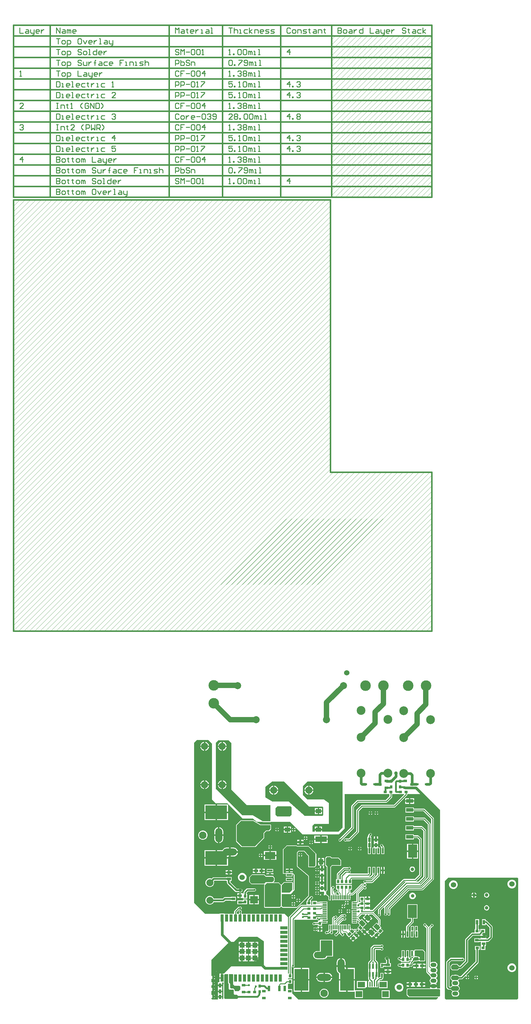
<source format=gtl>
G04*
G04 #@! TF.GenerationSoftware,Altium Limited,Altium Designer,21.1.1 (26)*
G04*
G04 Layer_Physical_Order=1*
G04 Layer_Color=255*
%FSLAX25Y25*%
%MOIN*%
G70*
G04*
G04 #@! TF.SameCoordinates,6B619DD0-B0A8-45CE-B01B-E577E84972AB*
G04*
G04*
G04 #@! TF.FilePolarity,Positive*
G04*
G01*
G75*
%ADD21C,0.01000*%
%ADD23R,0.04134X0.02165*%
%ADD24R,0.02756X0.05118*%
%ADD25R,0.07874X0.04331*%
%ADD26R,0.01968X0.05906*%
%ADD27R,0.03800X0.03100*%
%ADD28R,0.04331X0.03150*%
%ADD29R,0.03100X0.03800*%
%ADD30R,0.04724X0.06299*%
%ADD31R,0.12992X0.06299*%
G04:AMPARAMS|DCode=32|XSize=31mil|YSize=38mil|CornerRadius=0mil|HoleSize=0mil|Usage=FLASHONLY|Rotation=135.000|XOffset=0mil|YOffset=0mil|HoleType=Round|Shape=Rectangle|*
%AMROTATEDRECTD32*
4,1,4,0.02439,0.00248,-0.00248,-0.02439,-0.02439,-0.00248,0.00248,0.02439,0.02439,0.00248,0.0*
%
%ADD32ROTATEDRECTD32*%

G04:AMPARAMS|DCode=33|XSize=31mil|YSize=38mil|CornerRadius=0mil|HoleSize=0mil|Usage=FLASHONLY|Rotation=45.000|XOffset=0mil|YOffset=0mil|HoleType=Round|Shape=Rectangle|*
%AMROTATEDRECTD33*
4,1,4,0.00248,-0.02439,-0.02439,0.00248,-0.00248,0.02439,0.02439,-0.00248,0.00248,-0.02439,0.0*
%
%ADD33ROTATEDRECTD33*%

G04:AMPARAMS|DCode=34|XSize=62.99mil|YSize=49.21mil|CornerRadius=0mil|HoleSize=0mil|Usage=FLASHONLY|Rotation=315.000|XOffset=0mil|YOffset=0mil|HoleType=Round|Shape=Rectangle|*
%AMROTATEDRECTD34*
4,1,4,-0.03967,0.00487,-0.00487,0.03967,0.03967,-0.00487,0.00487,-0.03967,-0.03967,0.00487,0.0*
%
%ADD34ROTATEDRECTD34*%

%ADD35R,0.01181X0.04724*%
%ADD36R,0.04724X0.01181*%
%ADD37R,0.02362X0.05354*%
%ADD38R,0.02165X0.04134*%
%ADD39R,0.05118X0.02756*%
%ADD40R,0.01968X0.03937*%
%ADD41R,0.10236X0.14567*%
%ADD42R,0.01575X0.05315*%
%ADD43R,0.08268X0.06299*%
%ADD44R,0.07480X0.07087*%
%ADD45R,0.12992X0.17323*%
%ADD46R,0.15354X0.24410*%
%ADD47R,0.02756X0.05906*%
%ADD48R,0.03937X0.03150*%
%ADD49R,0.05236X0.05236*%
%ADD50R,0.03543X0.07874*%
%ADD51R,0.07874X0.03543*%
%ADD52R,0.17323X0.12992*%
%ADD53R,0.24410X0.15354*%
%ADD54R,0.05118X0.13386*%
%ADD55R,0.05906X0.01968*%
%ADD56R,0.08858X0.08346*%
%ADD57R,0.11811X0.07874*%
%ADD58R,0.06299X0.06299*%
%ADD59R,0.06102X0.04724*%
%ADD101C,0.08268*%
%ADD111C,0.00800*%
%ADD112C,0.03000*%
%ADD113C,0.01470*%
%ADD114C,0.01100*%
%ADD115C,0.01200*%
%ADD116C,0.01500*%
%ADD117C,0.02000*%
%ADD118C,0.06000*%
%ADD119C,0.04500*%
%ADD120C,0.00100*%
%ADD121R,0.06437X0.04941*%
%ADD122O,0.06693X0.04724*%
%ADD123C,0.06000*%
%ADD124C,0.03937*%
%ADD125C,0.07874*%
%ADD126O,0.15748X0.07874*%
%ADD127O,0.07874X0.15748*%
%ADD128O,0.14173X0.07087*%
%ADD129C,0.01181*%
%ADD130C,0.09843*%
%ADD131C,0.11811*%
%ADD132O,0.07087X0.14173*%
%ADD133C,0.02362*%
%ADD134C,0.01772*%
G36*
X131886Y216145D02*
X146854Y216138D01*
X147638Y215354D01*
X147638Y206693D01*
X146851Y205906D01*
X126871Y205906D01*
X108685Y221654D01*
X90551Y221654D01*
X82677Y226378D01*
Y238189D01*
X90551Y244094D01*
X103937D01*
X131886Y216145D01*
D02*
G37*
G36*
X112205Y215354D02*
Y207087D01*
X110236Y205118D01*
X96063D01*
X94095Y207087D01*
Y214567D01*
X96063Y216535D01*
X111024D01*
X112205Y215354D01*
D02*
G37*
G36*
X41943Y290158D02*
X44882Y287218D01*
X44882Y235039D01*
X62205Y217717D01*
X88583Y217717D01*
X88583Y199606D01*
X79875Y199606D01*
X68851Y206299D01*
X57086Y206299D01*
X27559Y235827D01*
X27559Y287259D01*
X30458Y290158D01*
X32283Y290158D01*
X41943Y290158D01*
D02*
G37*
G36*
X169291Y244094D02*
X169291Y192822D01*
X164989Y188189D01*
X146177D01*
Y189531D01*
X142126D01*
X138075D01*
Y188189D01*
X135433D01*
Y194488D01*
X137402Y196850D01*
X153937D01*
Y220079D01*
X148031Y224016D01*
X129921D01*
X124803Y229134D01*
Y238976D01*
X129921Y244094D01*
X169291Y244094D01*
D02*
G37*
G36*
X19094Y290413D02*
X19095Y290413D01*
X22244Y287264D01*
X22244Y287264D01*
X22274Y287293D01*
X23248Y286319D01*
Y224035D01*
X27539Y219744D01*
X40571D01*
X57421Y202894D01*
X68858D01*
X73287Y199016D01*
X79472D01*
X79504Y198996D01*
X79556Y198977D01*
X79602Y198947D01*
X79686Y198930D01*
X79766Y198901D01*
X79821Y198903D01*
X79875Y198893D01*
X88583Y198893D01*
X88856Y198947D01*
X88959Y199016D01*
X110551D01*
X124370Y185197D01*
X162343D01*
X164823Y185197D01*
X171516Y191890D01*
Y230157D01*
X214184D01*
Y230137D01*
X219384D01*
Y230157D01*
X220484D01*
Y230137D01*
X221606D01*
Y227653D01*
X217478Y223526D01*
X186102D01*
X185537Y223413D01*
X185057Y223093D01*
X179329Y217364D01*
X179008Y216885D01*
X178896Y216319D01*
Y193392D01*
X165664Y180160D01*
X165397Y180050D01*
X164950Y179603D01*
X164708Y179019D01*
Y178387D01*
X164950Y177803D01*
X165397Y177356D01*
X165981Y177114D01*
X166613D01*
X167197Y177356D01*
X167644Y177803D01*
X167755Y178070D01*
X181419Y191734D01*
X181740Y192214D01*
X181852Y192779D01*
Y215706D01*
X186715Y220569D01*
X218091D01*
X218656Y220681D01*
X219136Y221002D01*
X224130Y225995D01*
X224450Y226475D01*
X224563Y227041D01*
Y230137D01*
X225684D01*
Y230157D01*
X231258D01*
Y230137D01*
X236458D01*
Y230157D01*
X237558D01*
Y230137D01*
X237885D01*
X238077Y229675D01*
X226474Y218073D01*
X190866D01*
X190300Y217960D01*
X189821Y217640D01*
X184899Y212719D01*
X184579Y212239D01*
X184467Y211673D01*
Y188624D01*
X176277Y180435D01*
X172146D01*
X172108Y180428D01*
X171830D01*
X171246Y180186D01*
X170799Y179739D01*
X170557Y179155D01*
Y178523D01*
X170799Y177938D01*
X171246Y177491D01*
X171830Y177250D01*
X172462D01*
X173014Y177478D01*
X176890D01*
X177455Y177591D01*
X177935Y177911D01*
X186990Y186966D01*
X187311Y187446D01*
X187423Y188012D01*
Y211061D01*
X191479Y215116D01*
X227087D01*
X227652Y215229D01*
X228132Y215549D01*
X241203Y228620D01*
X241524Y229100D01*
X241636Y229666D01*
Y230137D01*
X242758D01*
Y230157D01*
X260177D01*
X278073Y212262D01*
X278073Y138583D01*
X278181Y138036D01*
X278209Y137995D01*
Y13381D01*
X278208Y13381D01*
X277978Y13216D01*
X277709Y13136D01*
X277673Y13159D01*
X277673Y13159D01*
X277673Y13160D01*
X277532Y13187D01*
X277400Y13214D01*
X274731D01*
X274485Y13714D01*
X274813Y14141D01*
X274894Y14337D01*
X266890D01*
X266971Y14141D01*
X267299Y13714D01*
X267053Y13214D01*
X242191Y13214D01*
X242190Y13214D01*
X242190Y13214D01*
X242049Y13185D01*
X241917Y13159D01*
X241917Y13159D01*
X241917Y13159D01*
X241794Y13077D01*
X241686Y13005D01*
X241686Y13005D01*
X241686Y13004D01*
X240995Y12313D01*
X240910Y12185D01*
X240840Y12082D01*
X240840Y12082D01*
X240840Y12082D01*
X240812Y11941D01*
X240786Y11809D01*
X240786Y6300D01*
X240817Y6147D01*
X240841Y6027D01*
X240841Y6027D01*
X240841Y6027D01*
X240918Y5911D01*
X240995Y5796D01*
X243295Y3495D01*
X243295Y3495D01*
X243430Y3405D01*
X243527Y3341D01*
X243527Y3341D01*
X243527Y3341D01*
X243683Y3309D01*
X243800Y3286D01*
X243800Y3286D01*
X243800Y3286D01*
X275951Y3286D01*
X276142Y2824D01*
X273958Y640D01*
X119872D01*
X112947Y7565D01*
X112708Y7961D01*
X112708D01*
X112708Y7961D01*
Y12511D01*
X108268D01*
Y17812D01*
X108380Y18266D01*
X112880D01*
Y23466D01*
X108380D01*
X108268Y23919D01*
Y24112D01*
X108380Y24566D01*
X108768Y24566D01*
X112880D01*
Y29766D01*
X112057D01*
Y37457D01*
X112557Y37557D01*
X112626Y37390D01*
X113073Y36943D01*
X113657Y36702D01*
X114289D01*
X114873Y36943D01*
X115320Y37390D01*
X115562Y37974D01*
Y38607D01*
X115320Y39191D01*
X115279Y39232D01*
Y89617D01*
X115601Y89750D01*
X140474D01*
Y91986D01*
X141965D01*
X142064Y91486D01*
X142013Y91465D01*
X141566Y91018D01*
X141324Y90434D01*
Y89802D01*
X141566Y89218D01*
X142013Y88771D01*
X142064Y88750D01*
X141965Y88250D01*
X141549D01*
Y87128D01*
X137520D01*
X136954Y87016D01*
X136608Y86784D01*
X136265Y86642D01*
X135818Y86195D01*
X135576Y85611D01*
Y84979D01*
X135818Y84395D01*
X136265Y83948D01*
X136849Y83706D01*
X137481D01*
X138066Y83948D01*
X138289Y84172D01*
X141549D01*
Y83050D01*
X146049D01*
Y85820D01*
X148957D01*
X149429Y85914D01*
X152078D01*
Y87583D01*
X152378D01*
Y88423D01*
X152078D01*
Y88495D01*
X149191D01*
X149016Y88530D01*
Y89714D01*
X149562Y89823D01*
X149604Y89851D01*
X152078D01*
Y89923D01*
X152378D01*
Y90764D01*
X152078D01*
Y94401D01*
X152078D01*
Y99694D01*
X152078D01*
Y101662D01*
Y105599D01*
Y110149D01*
X149191D01*
X149016Y110184D01*
X143996D01*
X143489Y110083D01*
X143059Y109795D01*
X142935Y109672D01*
X140474D01*
Y110597D01*
X135274D01*
Y106349D01*
X134174D01*
Y110597D01*
X133441D01*
X133356Y111097D01*
X135560Y113300D01*
X135560Y113300D01*
X135924Y113846D01*
X136052Y114489D01*
X136052Y114489D01*
Y114508D01*
X135924Y115152D01*
X135560Y115698D01*
X135014Y116062D01*
X134370Y116190D01*
X133726Y116062D01*
X133180Y115698D01*
X133143Y115642D01*
X130425Y112923D01*
X130060Y112377D01*
X129932Y111733D01*
Y110597D01*
X128974D01*
Y106349D01*
X123209D01*
X123209Y106349D01*
X122662Y106240D01*
X122199Y105931D01*
X122199Y105931D01*
X109621Y93352D01*
X109311Y92889D01*
X109203Y92343D01*
X109203Y92343D01*
Y30119D01*
X108849Y29766D01*
X108380Y29766D01*
X108268Y30219D01*
Y32996D01*
X108283D01*
Y38539D01*
X108268D01*
Y92835D01*
X104646Y96457D01*
X56270D01*
Y98211D01*
X56432Y98601D01*
Y99233D01*
X56190Y99817D01*
X55743Y100264D01*
X55159Y100506D01*
X54526D01*
X53942Y100264D01*
X53496Y99817D01*
X53254Y99233D01*
Y98601D01*
X53415Y98211D01*
Y96457D01*
X50788D01*
Y98375D01*
X53715Y101303D01*
X54413D01*
X54455Y101285D01*
X55088D01*
X55672Y101527D01*
X56119Y101974D01*
X56360Y102558D01*
Y103190D01*
X56119Y103774D01*
X55672Y104221D01*
X55088Y104463D01*
X54455D01*
X53871Y104221D01*
X53808Y104157D01*
X53124D01*
X53124Y104157D01*
X52578Y104049D01*
X52114Y103739D01*
X52114Y103739D01*
X48351Y99976D01*
X48041Y99513D01*
X47933Y98966D01*
X47933Y98966D01*
Y96457D01*
X37181D01*
Y96669D01*
X31638D01*
Y96457D01*
X15492D01*
X3287Y108661D01*
Y287264D01*
X6437Y290413D01*
X18655D01*
X19094Y290413D01*
D02*
G37*
G36*
X81063Y65748D02*
Y39291D01*
X78701Y37677D01*
X44587D01*
X36650Y29740D01*
X35160D01*
Y24803D01*
X34410D01*
Y24053D01*
X31638D01*
Y20095D01*
X29709D01*
Y17285D01*
X32087D01*
X34465D01*
Y19866D01*
X36235D01*
X36235Y18105D01*
X35827Y17697D01*
X35827Y1969D01*
X34965Y1106D01*
X34465Y1314D01*
Y3069D01*
X32087D01*
X29709D01*
Y807D01*
X23445Y807D01*
X22638Y1614D01*
Y2271D01*
X23100Y2462D01*
X23238Y2324D01*
X23473Y2227D01*
Y4173D01*
Y6120D01*
X23238Y6022D01*
X23100Y5884D01*
X22638Y6076D01*
Y10091D01*
X23100Y10282D01*
X23238Y10144D01*
X23473Y10047D01*
Y11993D01*
Y13940D01*
X23238Y13842D01*
X23100Y13704D01*
X22638Y13896D01*
Y16414D01*
X23100Y16605D01*
X23238Y16467D01*
X23473Y16370D01*
Y18316D01*
Y20263D01*
X23238Y20165D01*
X23100Y20027D01*
X22638Y20219D01*
Y23610D01*
X23138Y23817D01*
X23410Y23545D01*
X23646Y23447D01*
Y25394D01*
Y27340D01*
X23410Y27243D01*
X23138Y26970D01*
X22638Y27178D01*
Y29112D01*
X22618Y29101D01*
Y44980D01*
X42598Y64961D01*
X47500D01*
X53465Y70728D01*
X73957D01*
X81063Y65748D01*
D02*
G37*
G36*
X46870Y28780D02*
X46870Y17913D01*
X48544Y16240D01*
X53425D01*
X54724Y15338D01*
Y11890D01*
X52894Y10059D01*
X49065D01*
X48493Y10631D01*
X48493Y11743D01*
X47244Y12992D01*
X44311Y12992D01*
X43366Y13937D01*
Y18386D01*
X42011Y19741D01*
Y28822D01*
X42244Y29055D01*
X46595D01*
X46870Y28780D01*
D02*
G37*
G36*
X278200Y11700D02*
X278200Y5100D01*
X277100Y4000D01*
X243800Y4000D01*
X241500Y6300D01*
X241500Y11809D01*
X242191Y12500D01*
X277400Y12500D01*
X278200Y11700D01*
D02*
G37*
G36*
X47461Y7205D02*
X48524Y6142D01*
X51102D01*
X52638Y4882D01*
Y2913D01*
X51102Y1260D01*
X45453D01*
X45453Y1260D01*
X45453Y1261D01*
Y7205D01*
X47461D01*
X47461Y7205D01*
Y7205D01*
D02*
G37*
G36*
X41260Y29055D02*
Y18976D01*
X41969Y18268D01*
X41969Y12697D01*
X42795Y11870D01*
X46949D01*
X47461Y11358D01*
Y7205D01*
X45453Y7205D01*
X45453Y1260D01*
X37874Y1260D01*
X36949Y2185D01*
X36949Y28484D01*
X37481Y29055D01*
X41260Y29055D01*
D02*
G37*
G36*
X364744Y136634D02*
X365649Y135728D01*
X365650Y2224D01*
X364331Y905D01*
X284646D01*
X283500Y2051D01*
X283500Y132996D01*
X287107Y136634D01*
X364744Y136634D01*
D02*
G37*
%LPC*%
G36*
X92927Y239328D02*
Y235168D01*
X97087D01*
X96778Y236324D01*
X96128Y237450D01*
X95209Y238369D01*
X94083Y239019D01*
X92927Y239328D01*
D02*
G37*
G36*
X91427Y239328D02*
X90272Y239019D01*
X89146Y238369D01*
X88227Y237450D01*
X87577Y236324D01*
X87267Y235168D01*
X91427D01*
Y239328D01*
D02*
G37*
G36*
X97087Y233668D02*
X92927D01*
Y229508D01*
X94083Y229818D01*
X95209Y230468D01*
X96128Y231387D01*
X96778Y232512D01*
X97087Y233668D01*
D02*
G37*
G36*
X91427D02*
X87267D01*
X87577Y232512D01*
X88227Y231387D01*
X89146Y230468D01*
X90272Y229818D01*
X91427Y229508D01*
Y233668D01*
D02*
G37*
G36*
X146177Y214405D02*
X142876D01*
Y211793D01*
X146177D01*
Y214405D01*
D02*
G37*
G36*
X141376D02*
X138075D01*
Y211793D01*
X141376D01*
Y214405D01*
D02*
G37*
G36*
X146177Y210293D02*
X142876D01*
Y207681D01*
X146177D01*
Y210293D01*
D02*
G37*
G36*
X141376D02*
X138075D01*
Y207681D01*
X141376D01*
Y210293D01*
D02*
G37*
G36*
X35396Y288375D02*
Y284215D01*
X39556D01*
X39246Y285370D01*
X38596Y286496D01*
X37677Y287415D01*
X36551Y288065D01*
X35396Y288375D01*
D02*
G37*
G36*
X33896Y288375D02*
X32740Y288065D01*
X31614Y287415D01*
X30695Y286496D01*
X30045Y285370D01*
X29735Y284215D01*
X33896D01*
Y288375D01*
D02*
G37*
G36*
X39556Y282715D02*
X35396D01*
Y278554D01*
X36551Y278864D01*
X37677Y279514D01*
X38596Y280433D01*
X39246Y281559D01*
X39556Y282715D01*
D02*
G37*
G36*
X33896D02*
X29735D01*
X30045Y281559D01*
X30695Y280433D01*
X31614Y279514D01*
X32740Y278864D01*
X33896Y278554D01*
Y282715D01*
D02*
G37*
G36*
X35396Y245461D02*
Y241301D01*
X39556D01*
X39246Y242457D01*
X38596Y243583D01*
X37677Y244502D01*
X36551Y245152D01*
X35396Y245461D01*
D02*
G37*
G36*
X33896Y245461D02*
X32740Y245152D01*
X31614Y244502D01*
X30695Y243583D01*
X30045Y242457D01*
X29735Y241301D01*
X33896D01*
Y245461D01*
D02*
G37*
G36*
X39556Y239801D02*
X35396D01*
Y235641D01*
X36551Y235951D01*
X37677Y236601D01*
X38596Y237520D01*
X39246Y238646D01*
X39556Y239801D01*
D02*
G37*
G36*
X33896D02*
X29735D01*
X30045Y238646D01*
X30695Y237520D01*
X31614Y236601D01*
X32740Y235951D01*
X33896Y235641D01*
Y239801D01*
D02*
G37*
G36*
X132297Y239328D02*
Y235168D01*
X136457D01*
X136148Y236324D01*
X135498Y237450D01*
X134579Y238369D01*
X133453Y239019D01*
X132297Y239328D01*
D02*
G37*
G36*
X130797Y239328D02*
X129642Y239019D01*
X128516Y238369D01*
X127597Y237450D01*
X126947Y236324D01*
X126637Y235168D01*
X130797D01*
Y239328D01*
D02*
G37*
G36*
Y233668D02*
X126637D01*
X126947Y232512D01*
X127597Y231387D01*
X128516Y230468D01*
X129642Y229818D01*
X130797Y229508D01*
Y233668D01*
D02*
G37*
G36*
X136458D02*
X132297D01*
Y229508D01*
X133453Y229818D01*
X134579Y230468D01*
X135498Y231387D01*
X136148Y232512D01*
X136458Y233668D01*
D02*
G37*
G36*
X146177Y193894D02*
X143126D01*
Y191531D01*
X146177D01*
Y193894D01*
D02*
G37*
G36*
X141126D02*
X138075D01*
Y191531D01*
X141126D01*
Y193894D01*
D02*
G37*
G36*
X15711Y288375D02*
Y284214D01*
X19871D01*
X19561Y285370D01*
X18911Y286496D01*
X17992Y287415D01*
X16866Y288065D01*
X15711Y288375D01*
D02*
G37*
G36*
X14211Y288375D02*
X13055Y288065D01*
X11929Y287415D01*
X11010Y286496D01*
X10360Y285370D01*
X10050Y284214D01*
X14211D01*
Y288375D01*
D02*
G37*
G36*
Y282715D02*
X10050D01*
X10360Y281559D01*
X11010Y280433D01*
X11929Y279514D01*
X13055Y278864D01*
X14211Y278554D01*
Y282715D01*
D02*
G37*
G36*
X19871D02*
X15711D01*
Y278554D01*
X16866Y278864D01*
X17992Y279514D01*
X18911Y280433D01*
X19561Y281559D01*
X19871Y282715D01*
D02*
G37*
G36*
X15711Y245461D02*
Y241301D01*
X19871D01*
X19561Y242457D01*
X18911Y243583D01*
X17992Y244502D01*
X16866Y245152D01*
X15711Y245461D01*
D02*
G37*
G36*
X14211Y245461D02*
X13055Y245152D01*
X11929Y244502D01*
X11010Y243583D01*
X10360Y242457D01*
X10050Y241301D01*
X14211D01*
Y245461D01*
D02*
G37*
G36*
Y239801D02*
X10050D01*
X10360Y238646D01*
X11010Y237520D01*
X11929Y236601D01*
X13055Y235951D01*
X14211Y235641D01*
Y239801D01*
D02*
G37*
G36*
X19871D02*
X15711D01*
Y235641D01*
X16866Y235951D01*
X17992Y236601D01*
X18911Y237520D01*
X19561Y238646D01*
X19871Y239801D01*
D02*
G37*
G36*
X249031Y225528D02*
X244844D01*
Y223112D01*
X249031D01*
Y225528D01*
D02*
G37*
G36*
X243344D02*
X239158D01*
Y223112D01*
X243344D01*
Y225528D01*
D02*
G37*
G36*
X249031Y221612D02*
X244844D01*
Y219197D01*
X249031D01*
Y221612D01*
D02*
G37*
G36*
X243344D02*
X239158D01*
Y219197D01*
X243344D01*
Y221612D01*
D02*
G37*
G36*
X41157Y218323D02*
X28703D01*
Y210396D01*
X41157D01*
Y218323D01*
D02*
G37*
G36*
X27203D02*
X14748D01*
Y210396D01*
X27203D01*
Y218323D01*
D02*
G37*
G36*
X207778Y211027D02*
Y209726D01*
X209078D01*
X208877Y210212D01*
X208263Y210825D01*
X207778Y211027D01*
D02*
G37*
G36*
X206278D02*
X205792Y210825D01*
X205178Y210212D01*
X204977Y209726D01*
X206278D01*
Y211027D01*
D02*
G37*
G36*
X201085D02*
Y209726D01*
X202385D01*
X202184Y210212D01*
X201570Y210825D01*
X201085Y211027D01*
D02*
G37*
G36*
X199585D02*
X199099Y210825D01*
X198486Y210212D01*
X198284Y209726D01*
X199585D01*
Y211027D01*
D02*
G37*
G36*
X209078Y208226D02*
X207778D01*
Y206926D01*
X208263Y207127D01*
X208877Y207741D01*
X209078Y208226D01*
D02*
G37*
G36*
X206278D02*
X204977D01*
X205178Y207741D01*
X205792Y207127D01*
X206278Y206926D01*
Y208226D01*
D02*
G37*
G36*
X202385D02*
X201085D01*
Y206926D01*
X201570Y207127D01*
X202184Y207741D01*
X202385Y208226D01*
D02*
G37*
G36*
X199585D02*
X198284D01*
X198486Y207741D01*
X199099Y207127D01*
X199585Y206926D01*
Y208226D01*
D02*
G37*
G36*
X41157Y208896D02*
X28703D01*
Y200969D01*
X41157D01*
Y208896D01*
D02*
G37*
G36*
X27203D02*
X14748D01*
Y200969D01*
X27203D01*
Y208896D01*
D02*
G37*
G36*
X55512Y200714D02*
X55469Y200705D01*
X55426Y200709D01*
X55406Y200702D01*
X55386Y200702D01*
X55314Y200674D01*
X55239Y200659D01*
X55203Y200635D01*
X55161Y200622D01*
X55146Y200608D01*
X55126Y200601D01*
X55071Y200547D01*
X55007Y200505D01*
X50283Y195780D01*
X50128Y195549D01*
X50074Y195276D01*
Y177559D01*
X50128Y177286D01*
X50283Y177054D01*
X56188Y171149D01*
X56420Y170994D01*
X56693Y170940D01*
X71260Y170940D01*
X71533Y170994D01*
X71533Y170994D01*
X71765Y171149D01*
X73733Y173117D01*
X81213Y180598D01*
X81368Y180829D01*
X81422Y181102D01*
Y186319D01*
X83760Y188656D01*
X86614D01*
X86887Y188711D01*
X87119Y188865D01*
X89087Y190834D01*
X89242Y191066D01*
X89296Y191339D01*
Y195276D01*
X89242Y195549D01*
X89087Y195780D01*
X88856Y195935D01*
X88583Y195989D01*
X77363D01*
X69658Y200612D01*
X69609Y200630D01*
X69564Y200659D01*
X69479Y200676D01*
X69396Y200706D01*
X69343Y200703D01*
X69291Y200714D01*
X55512D01*
X55512Y200714D01*
D02*
G37*
G36*
X96675Y192680D02*
Y191380D01*
X97975D01*
X97774Y191865D01*
X97161Y192479D01*
X96675Y192680D01*
D02*
G37*
G36*
X95175D02*
X94690Y192479D01*
X94076Y191865D01*
X93875Y191380D01*
X95175D01*
Y192680D01*
D02*
G37*
G36*
X111531Y193894D02*
X108230D01*
Y191281D01*
X111531D01*
Y193894D01*
D02*
G37*
G36*
X106730D02*
X103429D01*
Y191281D01*
X106730D01*
Y193894D01*
D02*
G37*
G36*
X115317Y192404D02*
Y191104D01*
X116617D01*
X116416Y191590D01*
X115802Y192203D01*
X115317Y192404D01*
D02*
G37*
G36*
X113817D02*
X113331Y192203D01*
X112718Y191590D01*
X112517Y191104D01*
X113817D01*
Y192404D01*
D02*
G37*
G36*
X97975Y189880D02*
X96675D01*
Y188580D01*
X97161Y188781D01*
X97774Y189394D01*
X97975Y189880D01*
D02*
G37*
G36*
X95175D02*
X93875D01*
X94076Y189394D01*
X94690Y188781D01*
X95175Y188580D01*
Y189880D01*
D02*
G37*
G36*
X116617Y189604D02*
X115317D01*
Y188304D01*
X115802Y188505D01*
X116416Y189119D01*
X116617Y189604D01*
D02*
G37*
G36*
X113817D02*
X112517D01*
X112718Y189119D01*
X113331Y188505D01*
X113817Y188304D01*
Y189604D01*
D02*
G37*
G36*
X111531Y189781D02*
X108230D01*
Y187169D01*
X111531D01*
Y189781D01*
D02*
G37*
G36*
X106730D02*
X103429D01*
Y187169D01*
X106730D01*
Y189781D01*
D02*
G37*
G36*
X31459Y193070D02*
Y185002D01*
X35688D01*
Y188189D01*
X35519Y189478D01*
X35021Y190679D01*
X34230Y191710D01*
X33198Y192501D01*
X31997Y192999D01*
X31459Y193070D01*
D02*
G37*
G36*
X29959Y193070D02*
X29420Y192999D01*
X28219Y192501D01*
X27187Y191710D01*
X26396Y190679D01*
X25899Y189478D01*
X25729Y188189D01*
Y185002D01*
X29959D01*
Y193070D01*
D02*
G37*
G36*
X128604Y182857D02*
Y181557D01*
X129904D01*
X129703Y182043D01*
X129090Y182656D01*
X128604Y182857D01*
D02*
G37*
G36*
X127104D02*
X126619Y182656D01*
X126005Y182043D01*
X125804Y181557D01*
X127104D01*
Y182857D01*
D02*
G37*
G36*
X152575Y183874D02*
X145829D01*
Y180474D01*
X152575D01*
Y183874D01*
D02*
G37*
G36*
X144329D02*
X137583D01*
Y180474D01*
X144329D01*
Y183874D01*
D02*
G37*
G36*
X208913Y182811D02*
X207535D01*
Y180252D01*
X208913D01*
Y182811D01*
D02*
G37*
G36*
X205535D02*
X204157D01*
Y180252D01*
X205535D01*
Y182811D01*
D02*
G37*
G36*
X13655Y189286D02*
X12329D01*
X11049Y188943D01*
X9901Y188280D01*
X8964Y187343D01*
X8301Y186195D01*
X7958Y184915D01*
Y183589D01*
X8301Y182309D01*
X8964Y181161D01*
X9901Y180224D01*
X11049Y179561D01*
X12329Y179218D01*
X13655D01*
X14935Y179561D01*
X16083Y180224D01*
X17020Y181161D01*
X17683Y182309D01*
X18026Y183589D01*
Y184915D01*
X17683Y186195D01*
X17020Y187343D01*
X16083Y188280D01*
X14935Y188943D01*
X13655Y189286D01*
D02*
G37*
G36*
X129904Y180057D02*
X128604D01*
Y178757D01*
X129090Y178958D01*
X129703Y179572D01*
X129904Y180057D01*
D02*
G37*
G36*
X127104D02*
X125804D01*
X126005Y179572D01*
X126619Y178958D01*
X127104Y178757D01*
Y180057D01*
D02*
G37*
G36*
X125547Y178933D02*
X122988D01*
Y177555D01*
X125547D01*
Y178933D01*
D02*
G37*
G36*
X120988D02*
X118429D01*
Y177555D01*
X120988D01*
Y178933D01*
D02*
G37*
G36*
X134726Y178349D02*
Y177049D01*
X136027D01*
X135825Y177535D01*
X135212Y178148D01*
X134726Y178349D01*
D02*
G37*
G36*
X133226D02*
X132741Y178148D01*
X132127Y177535D01*
X131926Y177049D01*
X133226D01*
Y178349D01*
D02*
G37*
G36*
X152575Y178974D02*
X145829D01*
Y175575D01*
X152575D01*
Y178974D01*
D02*
G37*
G36*
X144329D02*
X137583D01*
Y175575D01*
X144329D01*
Y178974D01*
D02*
G37*
G36*
X35688Y183502D02*
X31459D01*
Y175434D01*
X31997Y175505D01*
X33198Y176003D01*
X34230Y176794D01*
X35021Y177825D01*
X35519Y179026D01*
X35688Y180315D01*
Y183502D01*
D02*
G37*
G36*
X29959D02*
X25729D01*
Y180315D01*
X25899Y179026D01*
X26396Y177825D01*
X27187Y176794D01*
X28219Y176003D01*
X29420Y175505D01*
X29959Y175434D01*
Y183502D01*
D02*
G37*
G36*
X136027Y175549D02*
X134726D01*
Y174249D01*
X135212Y174450D01*
X135825Y175064D01*
X136027Y175549D01*
D02*
G37*
G36*
X133226D02*
X131926D01*
X132127Y175064D01*
X132741Y174450D01*
X133226Y174249D01*
Y175549D01*
D02*
G37*
G36*
X125547Y175555D02*
X122988D01*
Y174177D01*
X125547D01*
Y175555D01*
D02*
G37*
G36*
X120988D02*
X118429D01*
Y174177D01*
X120988D01*
Y175555D01*
D02*
G37*
G36*
X208913Y178252D02*
X206535D01*
X204157D01*
Y176689D01*
X204138D01*
Y174130D01*
X206516D01*
X208894D01*
Y175693D01*
X208913D01*
Y178252D01*
D02*
G37*
G36*
X89096Y173113D02*
Y171813D01*
X90397D01*
X90196Y172299D01*
X89582Y172912D01*
X89096Y173113D01*
D02*
G37*
G36*
X87596D02*
X87111Y172912D01*
X86497Y172299D01*
X86296Y171813D01*
X87596D01*
Y173113D01*
D02*
G37*
G36*
X178396Y171248D02*
Y169948D01*
X179696D01*
X179495Y170433D01*
X178882Y171047D01*
X178396Y171248D01*
D02*
G37*
G36*
X176896D02*
X176410Y171047D01*
X175797Y170433D01*
X175596Y169948D01*
X176896D01*
Y171248D01*
D02*
G37*
G36*
X189018Y171243D02*
Y169943D01*
X190318D01*
X190117Y170428D01*
X189503Y171042D01*
X189018Y171243D01*
D02*
G37*
G36*
X187518D02*
X187032Y171042D01*
X186419Y170428D01*
X186218Y169943D01*
X187518D01*
Y171243D01*
D02*
G37*
G36*
X90397Y170313D02*
X89096D01*
Y169013D01*
X89582Y169214D01*
X90196Y169827D01*
X90397Y170313D01*
D02*
G37*
G36*
X87596D02*
X86296D01*
X86497Y169827D01*
X87111Y169214D01*
X87596Y169013D01*
Y170313D01*
D02*
G37*
G36*
X179696Y168448D02*
X178396D01*
Y167148D01*
X178882Y167349D01*
X179495Y167963D01*
X179696Y168448D01*
D02*
G37*
G36*
X176896D02*
X175596D01*
X175797Y167963D01*
X176410Y167349D01*
X176896Y167148D01*
Y168448D01*
D02*
G37*
G36*
X190318Y168443D02*
X189018D01*
Y167143D01*
X189503Y167344D01*
X190117Y167957D01*
X190318Y168443D01*
D02*
G37*
G36*
X187518D02*
X186218D01*
X186419Y167957D01*
X187032Y167344D01*
X187518Y167143D01*
Y168443D01*
D02*
G37*
G36*
X253566Y174546D02*
X248198D01*
Y167013D01*
X253566D01*
Y174546D01*
D02*
G37*
G36*
X246698D02*
X241330D01*
Y167013D01*
X246698D01*
Y174546D01*
D02*
G37*
G36*
X47244Y170334D02*
X44307D01*
Y166354D01*
X52092D01*
X52054Y166643D01*
X51557Y167844D01*
X50765Y168876D01*
X49734Y169667D01*
X48533Y170164D01*
X47244Y170334D01*
D02*
G37*
G36*
X122778Y164393D02*
Y163093D01*
X124078D01*
X123877Y163578D01*
X123263Y164192D01*
X122778Y164393D01*
D02*
G37*
G36*
X121278D02*
X120792Y164192D01*
X120178Y163578D01*
X119977Y163093D01*
X121278D01*
Y164393D01*
D02*
G37*
G36*
X213092Y174187D02*
X212459D01*
X211876Y173945D01*
X211428Y173498D01*
X211187Y172915D01*
Y172282D01*
X211428Y171698D01*
X211484Y171643D01*
X211766Y171221D01*
X212264Y170723D01*
X212371Y170267D01*
X212371D01*
Y162961D01*
X215739D01*
Y170267D01*
X215482D01*
Y170950D01*
X215483Y170950D01*
X215374Y171496D01*
X215065Y171960D01*
X215064Y171960D01*
X214365Y172660D01*
Y172915D01*
X214123Y173498D01*
X213676Y173945D01*
X213092Y174187D01*
D02*
G37*
G36*
X208894Y172130D02*
X206516D01*
X204138D01*
Y170267D01*
X202371D01*
Y162961D01*
X205739D01*
Y169571D01*
X207371D01*
Y162961D01*
X210739D01*
Y170267D01*
X208894D01*
Y172130D01*
D02*
G37*
G36*
X200651Y186550D02*
X200019D01*
X199435Y186308D01*
X198988Y185861D01*
X198877Y185594D01*
X198010Y184727D01*
X197689Y184247D01*
X197577Y183681D01*
Y182511D01*
X196977D01*
Y176389D01*
X196958D01*
Y169871D01*
X197371D01*
Y162961D01*
X200739D01*
Y169871D01*
X201113D01*
Y175993D01*
X201133D01*
Y182511D01*
X200534D01*
Y183069D01*
X200968Y183503D01*
X201235Y183614D01*
X201682Y184061D01*
X201924Y184645D01*
Y185277D01*
X201682Y185861D01*
X201235Y186308D01*
X200651Y186550D01*
D02*
G37*
G36*
X78329Y163763D02*
Y162463D01*
X79629D01*
X79428Y162948D01*
X78814Y163562D01*
X78329Y163763D01*
D02*
G37*
G36*
X76829D02*
X76343Y163562D01*
X75730Y162948D01*
X75529Y162463D01*
X76829D01*
Y163763D01*
D02*
G37*
G36*
X95075Y166512D02*
X88919D01*
Y162325D01*
X95075D01*
Y166512D01*
D02*
G37*
G36*
X87419D02*
X81264D01*
Y162325D01*
X87419D01*
Y166512D01*
D02*
G37*
G36*
X52092Y164354D02*
X44307D01*
Y160375D01*
X47244D01*
X48533Y160544D01*
X49734Y161042D01*
X50765Y161833D01*
X51557Y162864D01*
X52054Y164066D01*
X52092Y164354D01*
D02*
G37*
G36*
X124078Y161592D02*
X122778D01*
Y160292D01*
X123263Y160494D01*
X123877Y161107D01*
X124078Y161592D01*
D02*
G37*
G36*
X121278D02*
X119977D01*
X120178Y161107D01*
X120792Y160494D01*
X121278Y160292D01*
Y161592D01*
D02*
G37*
G36*
X79629Y160963D02*
X78329D01*
Y159662D01*
X78814Y159864D01*
X79428Y160477D01*
X79629Y160963D01*
D02*
G37*
G36*
X76829D02*
X75529D01*
X75730Y160477D01*
X76343Y159864D01*
X76829Y159662D01*
Y160963D01*
D02*
G37*
G36*
X42307Y170334D02*
X39370D01*
X38081Y170164D01*
X36880Y169667D01*
X35849Y168876D01*
X35058Y167844D01*
X34930Y167535D01*
X28703D01*
Y159608D01*
X41157D01*
Y160375D01*
X42307D01*
Y165354D01*
Y170334D01*
D02*
G37*
G36*
X27203Y167535D02*
X14748D01*
Y159608D01*
X27203D01*
Y167535D01*
D02*
G37*
G36*
X253566Y165513D02*
X248198D01*
Y157980D01*
X253566D01*
Y165513D01*
D02*
G37*
G36*
X246698D02*
X241330D01*
Y157980D01*
X246698D01*
Y165513D01*
D02*
G37*
G36*
X95075Y160825D02*
X88919D01*
Y156638D01*
X95075D01*
Y160825D01*
D02*
G37*
G36*
X87419D02*
X81264D01*
Y156638D01*
X87419D01*
Y160825D01*
D02*
G37*
G36*
X148441Y158677D02*
X145829D01*
Y155278D01*
X148441D01*
Y158677D01*
D02*
G37*
G36*
X144329D02*
X141717D01*
Y155278D01*
X144329D01*
Y158677D01*
D02*
G37*
G36*
X148441Y153778D02*
X145829D01*
Y150378D01*
X148441D01*
Y153778D01*
D02*
G37*
G36*
X144329D02*
X141717D01*
Y150378D01*
X144329D01*
Y153778D01*
D02*
G37*
G36*
X41157Y158108D02*
X28703D01*
Y150181D01*
X41157D01*
Y158108D01*
D02*
G37*
G36*
X27203D02*
X14748D01*
Y150181D01*
X27203D01*
Y158108D01*
D02*
G37*
G36*
X117323Y172761D02*
X106929Y172761D01*
X106656Y172707D01*
X106424Y172552D01*
X102763Y168891D01*
X102608Y168659D01*
X102554Y168386D01*
X102554Y141732D01*
X102608Y141459D01*
X102763Y141228D01*
X102995Y141073D01*
X103268Y141019D01*
X105993Y141019D01*
Y137922D01*
X113298D01*
Y140418D01*
X113751Y140630D01*
X114641Y139889D01*
X114641Y123477D01*
X114275Y123014D01*
X114175Y123020D01*
X114174Y123020D01*
X113706Y123228D01*
X113706Y131102D01*
X113651Y131376D01*
X113497Y131607D01*
X113496Y131607D01*
X113265Y131762D01*
X112992Y131816D01*
X103937Y131816D01*
X103664Y131762D01*
X103432Y131607D01*
X100986Y129161D01*
X100521Y128989D01*
X100319Y129168D01*
X98273Y131213D01*
X98042Y131368D01*
X97769Y131422D01*
X91865D01*
X91673Y131884D01*
X93024Y133236D01*
X93179Y133467D01*
X93233Y133740D01*
Y136319D01*
X93179Y136592D01*
X93024Y136824D01*
X91945Y137903D01*
Y138856D01*
X84039D01*
Y138836D01*
X83539Y138691D01*
X82030Y140200D01*
X81798Y140355D01*
X81525Y140409D01*
X74764Y140409D01*
X69061Y140409D01*
X68042D01*
X67769Y140355D01*
X67537Y140200D01*
X65125Y137788D01*
X64971Y137557D01*
X64916Y137284D01*
Y135947D01*
X64916Y132106D01*
X64970Y131833D01*
X65125Y131602D01*
X65125Y131602D01*
X67110Y129616D01*
X67111Y129616D01*
X67112Y129615D01*
X67226Y129539D01*
X67342Y129462D01*
X67343Y129462D01*
X67344Y129461D01*
X67479Y129434D01*
X67615Y129407D01*
X67616Y129408D01*
X67617Y129407D01*
X81724Y129444D01*
X81909Y129186D01*
X81975Y128963D01*
X81734Y128671D01*
X81683Y128578D01*
X81624Y128489D01*
X81617Y128456D01*
X81601Y128426D01*
X81590Y128321D01*
X81570Y128216D01*
X81570Y103937D01*
X81624Y103664D01*
X81779Y103432D01*
X82010Y103278D01*
X82284Y103223D01*
X98819Y103223D01*
X99092Y103278D01*
X99323Y103432D01*
X100247Y104356D01*
X100591Y104562D01*
X100934Y104356D01*
X101857Y103432D01*
X102089Y103278D01*
X102362Y103223D01*
X118004Y103223D01*
X118082Y103239D01*
X118162Y103241D01*
X118218Y103266D01*
X118277Y103278D01*
X118343Y103322D01*
X118416Y103354D01*
X118916Y103708D01*
X118958Y103752D01*
X119009Y103786D01*
X119009Y103786D01*
X131214Y115991D01*
X131369Y116223D01*
X131423Y116496D01*
X131423Y138583D01*
X131417Y138612D01*
X131420Y138642D01*
X131390Y138748D01*
X131369Y138856D01*
X131352Y138881D01*
X131344Y138909D01*
X131275Y138996D01*
X131214Y139087D01*
X131189Y139104D01*
X131170Y139127D01*
X118864Y149543D01*
Y164705D01*
X120138Y165979D01*
X126134Y165979D01*
X130783Y160752D01*
Y149213D01*
X130837Y148940D01*
X130992Y148708D01*
X131223Y148553D01*
X131497Y148499D01*
X137795Y148499D01*
X138068Y148553D01*
X138300Y148708D01*
X139481Y149889D01*
X139636Y150120D01*
X139690Y150394D01*
X139690Y163385D01*
X139636Y163659D01*
X139481Y163890D01*
X131607Y171765D01*
X131376Y171919D01*
X131376Y171919D01*
X131103Y171974D01*
X118611D01*
X117751Y172618D01*
X117670Y172657D01*
X117596Y172707D01*
X117546Y172717D01*
X117500Y172739D01*
X117411Y172743D01*
X117323Y172761D01*
D02*
G37*
G36*
X148638Y149622D02*
X147260D01*
Y147063D01*
X148638D01*
Y149622D01*
D02*
G37*
G36*
X145260D02*
X143882D01*
Y147063D01*
X145260D01*
Y149622D01*
D02*
G37*
G36*
X141439Y147897D02*
Y146597D01*
X142739D01*
X142538Y147082D01*
X141925Y147696D01*
X141439Y147897D01*
D02*
G37*
G36*
X139939D02*
X139453Y147696D01*
X138840Y147082D01*
X138639Y146597D01*
X139939D01*
Y147897D01*
D02*
G37*
G36*
X216039Y148913D02*
X214805D01*
Y145711D01*
X216039D01*
Y148913D01*
D02*
G37*
G36*
X213305D02*
X212071D01*
Y145711D01*
X213305D01*
Y148913D01*
D02*
G37*
G36*
X82201Y146768D02*
X79392D01*
Y145140D01*
X82201D01*
Y146768D01*
D02*
G37*
G36*
X71592D02*
X68783D01*
Y145140D01*
X71592D01*
Y146768D01*
D02*
G37*
G36*
X142739Y145097D02*
X141439D01*
Y143796D01*
X141925Y143997D01*
X142538Y144611D01*
X142739Y145097D01*
D02*
G37*
G36*
X139939D02*
X138639D01*
X138840Y144611D01*
X139453Y143997D01*
X139939Y143796D01*
Y145097D01*
D02*
G37*
G36*
X45606Y145114D02*
X42797D01*
Y143486D01*
X45606D01*
Y145114D01*
D02*
G37*
G36*
X41297D02*
X38488D01*
Y143486D01*
X41297D01*
Y145114D01*
D02*
G37*
G36*
X247548Y149190D02*
X246757D01*
X245992Y148986D01*
X245306Y148590D01*
X244747Y148030D01*
X244351Y147345D01*
X244146Y146580D01*
Y145788D01*
X244351Y145024D01*
X244747Y144338D01*
X245306Y143779D01*
X245992Y143383D01*
X246757Y143178D01*
X247548D01*
X248313Y143383D01*
X248998Y143779D01*
X249558Y144338D01*
X249954Y145024D01*
X250159Y145788D01*
Y146580D01*
X249954Y147345D01*
X249558Y148030D01*
X248998Y148590D01*
X248313Y148986D01*
X247548Y149190D01*
D02*
G37*
G36*
X91645Y146291D02*
X84339D01*
Y142922D01*
X91645D01*
Y146291D01*
D02*
G37*
G36*
X82201Y143640D02*
X79392D01*
Y142012D01*
X82201D01*
Y143640D01*
D02*
G37*
G36*
X77892Y146768D02*
X73093D01*
Y144390D01*
Y142012D01*
X77892D01*
Y144390D01*
Y146768D01*
D02*
G37*
G36*
X71592Y143640D02*
X68783D01*
Y142012D01*
X71592D01*
Y143640D01*
D02*
G37*
G36*
X216039Y144211D02*
X214805D01*
Y141008D01*
X216039D01*
Y144211D01*
D02*
G37*
G36*
X213305D02*
X212071D01*
Y141008D01*
X213305D01*
Y144211D01*
D02*
G37*
G36*
X45606Y141986D02*
X42797D01*
Y140358D01*
X45606D01*
Y141986D01*
D02*
G37*
G36*
X41297D02*
X38488D01*
Y140358D01*
X41297D01*
Y141986D01*
D02*
G37*
G36*
X91945Y141591D02*
X88742D01*
Y140356D01*
X91945D01*
Y141591D01*
D02*
G37*
G36*
X87242D02*
X84039D01*
Y140356D01*
X87242D01*
Y141591D01*
D02*
G37*
G36*
X148638Y145063D02*
X146260D01*
X143882D01*
Y142504D01*
X143882D01*
Y140114D01*
X146260D01*
X148638D01*
Y142673D01*
X148638D01*
Y145063D01*
D02*
G37*
G36*
X141439Y140889D02*
Y139589D01*
X142739D01*
X142538Y140074D01*
X141925Y140688D01*
X141439Y140889D01*
D02*
G37*
G36*
X139939D02*
X139453Y140688D01*
X138840Y140074D01*
X138639Y139589D01*
X139939D01*
Y140889D01*
D02*
G37*
G36*
X142739Y138089D02*
X141439D01*
Y136788D01*
X141925Y136989D01*
X142538Y137603D01*
X142739Y138089D01*
D02*
G37*
G36*
X139939D02*
X138639D01*
X138840Y137603D01*
X139453Y136989D01*
X139939Y136788D01*
Y138089D01*
D02*
G37*
G36*
X45306Y137334D02*
X38788D01*
Y137232D01*
X25093D01*
X24351Y137085D01*
X23723Y136665D01*
X22679Y135621D01*
X22595Y135669D01*
X21365Y135998D01*
X20092D01*
X18861Y135669D01*
X17758Y135032D01*
X16858Y134131D01*
X16221Y133028D01*
X15891Y131798D01*
Y130525D01*
X16221Y129294D01*
X16858Y128191D01*
X17758Y127291D01*
X18861Y126654D01*
X20092Y126324D01*
X21365D01*
X22595Y126654D01*
X23698Y127291D01*
X24599Y128191D01*
X25236Y129294D01*
X25565Y130525D01*
Y131798D01*
X25305Y132768D01*
X25895Y133358D01*
X38788D01*
Y133178D01*
X39992D01*
Y131102D01*
X40139Y130361D01*
X40559Y129732D01*
X49043Y121248D01*
X49672Y120828D01*
X50413Y120681D01*
X53873D01*
X54431Y120450D01*
X55294D01*
X56090Y120780D01*
X56701Y121390D01*
X57031Y122187D01*
Y123049D01*
X56701Y123846D01*
X56090Y124457D01*
X55294Y124787D01*
X54431D01*
X53873Y124555D01*
X51215D01*
X43866Y131904D01*
Y133178D01*
X45306D01*
Y137334D01*
D02*
G37*
G36*
X148638Y138114D02*
X147260D01*
Y135555D01*
X148638D01*
Y138114D01*
D02*
G37*
G36*
X145260D02*
X143882D01*
Y135555D01*
X145260D01*
Y138114D01*
D02*
G37*
G36*
X177255Y148694D02*
X176623D01*
X176131Y148490D01*
X170705D01*
X170159Y148382D01*
X169695Y148072D01*
X169695Y148072D01*
X163312Y141689D01*
X163003Y141226D01*
X162970Y141061D01*
X162968Y141058D01*
X162867Y140551D01*
Y135002D01*
X161943D01*
Y129802D01*
X179652D01*
Y135002D01*
X180091Y135147D01*
X200905D01*
X200905Y135147D01*
X201452Y135256D01*
X201915Y135565D01*
X205084Y138735D01*
X205084Y138735D01*
X205394Y139198D01*
X205502Y139744D01*
X205502Y139744D01*
Y141308D01*
X205739D01*
Y148613D01*
X202371D01*
Y141308D01*
X202647D01*
Y140335D01*
X200314Y138002D01*
X198302D01*
X198252Y138502D01*
X198460Y138543D01*
X198923Y138853D01*
X200025Y139955D01*
X200025Y139955D01*
X200335Y140418D01*
X200443Y140965D01*
Y141308D01*
X200739D01*
Y148613D01*
X197371D01*
Y141338D01*
X197322Y141290D01*
X177812D01*
X177687Y141575D01*
X177659Y141790D01*
X178060Y142191D01*
X178302Y142774D01*
Y143407D01*
X178060Y143991D01*
X177613Y144438D01*
X177029Y144679D01*
X176397D01*
X175848Y144452D01*
X172887D01*
X172341Y144343D01*
X171878Y144034D01*
X171878Y144034D01*
X167583Y139740D01*
X167274Y139277D01*
X167165Y138730D01*
X167175Y138681D01*
Y135002D01*
X165518D01*
Y139858D01*
X171296Y145636D01*
X176334D01*
X176623Y145516D01*
X177255D01*
X177839Y145758D01*
X178286Y146205D01*
X178528Y146789D01*
Y147421D01*
X178286Y148005D01*
X177839Y148452D01*
X177255Y148694D01*
D02*
G37*
G36*
X113298Y136291D02*
X105993D01*
Y132922D01*
X113298D01*
Y136291D01*
D02*
G37*
G36*
X57605Y142061D02*
X56332D01*
X55102Y141732D01*
X53999Y141095D01*
X53098Y140194D01*
X52461Y139091D01*
X52131Y137861D01*
Y136588D01*
X52461Y135357D01*
X53098Y134254D01*
X53999Y133354D01*
X55102Y132717D01*
X56332Y132387D01*
X57605D01*
X58836Y132717D01*
X59939Y133354D01*
X60839Y134254D01*
X61476Y135357D01*
X61805Y136588D01*
Y137861D01*
X61476Y139091D01*
X60839Y140194D01*
X59939Y141095D01*
X58836Y141732D01*
X57605Y142061D01*
D02*
G37*
G36*
X148638Y134661D02*
X147260D01*
Y132102D01*
X148638D01*
Y134661D01*
D02*
G37*
G36*
X145260D02*
X143882D01*
Y132102D01*
X145260D01*
Y134661D01*
D02*
G37*
G36*
X141439Y132759D02*
Y131459D01*
X142739D01*
X142538Y131944D01*
X141925Y132558D01*
X141439Y132759D01*
D02*
G37*
G36*
X139939D02*
X139453Y132558D01*
X138840Y131944D01*
X138639Y131459D01*
X139939D01*
Y132759D01*
D02*
G37*
G36*
X248731Y205228D02*
X239458D01*
Y199497D01*
X248731D01*
Y200935D01*
X259980D01*
X264478Y196436D01*
Y137323D01*
X256397Y129242D01*
X255340D01*
X255189Y129742D01*
X255419Y129896D01*
X262072Y136550D01*
X262072Y136550D01*
X262382Y137013D01*
X262490Y137559D01*
X262490Y137559D01*
Y189429D01*
X262490Y189429D01*
X262382Y189975D01*
X262072Y190438D01*
X258627Y193883D01*
X258164Y194193D01*
X257618Y194301D01*
X257618Y194301D01*
X248731D01*
Y195228D01*
X239458D01*
Y189497D01*
X248731D01*
Y191447D01*
X257027D01*
X259636Y188838D01*
Y138150D01*
X253818Y132333D01*
X251600D01*
X251448Y132833D01*
X251501Y132869D01*
X257131Y138498D01*
X257131Y138498D01*
X257441Y138962D01*
X257550Y139508D01*
X257550Y139508D01*
Y179744D01*
X257550Y179744D01*
X257441Y180290D01*
X257131Y180753D01*
X257131Y180754D01*
X254376Y183509D01*
X253912Y183819D01*
X253366Y183927D01*
X253366Y183927D01*
X248731D01*
Y185228D01*
X239458D01*
Y179497D01*
X248731D01*
Y181073D01*
X252775D01*
X254695Y179153D01*
Y140099D01*
X249901Y135305D01*
X237756D01*
X237756Y135305D01*
X237210Y135197D01*
X236747Y134887D01*
X236747Y134887D01*
X202519Y100660D01*
X199987D01*
Y102242D01*
X197087D01*
X194187D01*
Y100995D01*
X193887Y100811D01*
X193387Y101062D01*
Y105242D01*
X193387D01*
X193387Y105243D01*
X193350Y105727D01*
Y110134D01*
X192261D01*
Y110850D01*
X193350D01*
Y115350D01*
X188150D01*
Y110850D01*
X189406D01*
Y110134D01*
X188150D01*
Y109679D01*
X188017Y109423D01*
X187551Y109315D01*
X187162Y109642D01*
Y118851D01*
X192577Y124265D01*
X193157D01*
X193293Y124129D01*
X193877Y123887D01*
X194509D01*
X195093Y124129D01*
X195540Y124576D01*
X195782Y125160D01*
Y125793D01*
X195540Y126376D01*
X195093Y126823D01*
X194940Y126887D01*
Y127428D01*
X195093Y127491D01*
X195540Y127938D01*
X195782Y128523D01*
Y129155D01*
X195540Y129739D01*
X195250Y130029D01*
X195180Y130586D01*
X195201Y130682D01*
X195358Y130836D01*
X201949D01*
X201949Y130836D01*
X202495Y130945D01*
X202958Y131254D01*
X210064Y138361D01*
X210065Y138361D01*
X210374Y138824D01*
X210483Y139370D01*
X210483Y139370D01*
Y141308D01*
X210739D01*
Y148613D01*
X207371D01*
Y141308D01*
X207628D01*
Y139961D01*
X201358Y133691D01*
X194899D01*
X194509Y133853D01*
X193877D01*
X193293Y133611D01*
X192846Y133164D01*
X192604Y132580D01*
Y131948D01*
X192846Y131364D01*
X193253Y130957D01*
X193295Y130832D01*
X193305Y130370D01*
X193070Y130164D01*
X190768D01*
X190261Y130063D01*
X189831Y129776D01*
X179923Y119869D01*
X178270D01*
X177860Y120369D01*
X177881Y120472D01*
Y123502D01*
X179652D01*
Y128702D01*
X161943D01*
Y123502D01*
X163478D01*
Y120728D01*
X163579Y120221D01*
X163866Y119791D01*
X165331Y118326D01*
X165168Y117826D01*
X162133D01*
Y120142D01*
X162348Y120662D01*
Y121294D01*
X162106Y121879D01*
X161659Y122326D01*
X161075Y122567D01*
X160443D01*
X159859Y122326D01*
X159412Y121879D01*
X159170Y121294D01*
X158707Y121385D01*
Y122770D01*
X158707Y122770D01*
Y124052D01*
X158985Y124329D01*
X159443Y124519D01*
X159890Y124966D01*
X160132Y125550D01*
Y126182D01*
X159890Y126766D01*
X159443Y127213D01*
X158859Y127455D01*
X158227D01*
X157643Y127213D01*
X157196Y126766D01*
X156961Y126198D01*
X156942Y126174D01*
X156704Y126002D01*
X156206Y126234D01*
Y148641D01*
X157599Y150034D01*
X166831Y150034D01*
X167104Y150089D01*
X167335Y150243D01*
X167335Y150243D01*
X167490Y150475D01*
X167544Y150748D01*
X167544Y155867D01*
X167544Y155867D01*
X167544Y155867D01*
X167517Y156002D01*
X167490Y156140D01*
X167490Y156140D01*
X167490Y156140D01*
X167409Y156261D01*
X167335Y156371D01*
X167335Y156371D01*
X167335Y156371D01*
X164908Y158798D01*
X164907Y158799D01*
X164907Y158799D01*
X164793Y158875D01*
X164676Y158953D01*
X164675Y158953D01*
X164675Y158953D01*
X164539Y158980D01*
X164403Y159007D01*
X164402Y159007D01*
X164402Y159007D01*
X157291Y158994D01*
X157237Y159048D01*
X157230Y159053D01*
X157225Y159060D01*
X155840Y160379D01*
X155729Y160449D01*
X155621Y160522D01*
X155612Y160523D01*
X155604Y160528D01*
X155476Y160550D01*
X155347Y160576D01*
X151850D01*
X151577Y160522D01*
X151346Y160367D01*
X149968Y158989D01*
X149813Y158757D01*
X149759Y158484D01*
Y150945D01*
X149764Y150918D01*
X149761Y150890D01*
X149791Y150782D01*
X149813Y150672D01*
X149828Y150649D01*
X149836Y150622D01*
X149905Y150534D01*
X149968Y150440D01*
X151570Y148838D01*
X151570Y122894D01*
X150630Y121955D01*
X150530D01*
Y121868D01*
X150220Y121568D01*
X149730Y121667D01*
Y122255D01*
X148618D01*
Y123980D01*
X146240D01*
X143862D01*
Y121421D01*
X143930D01*
Y121205D01*
X146830D01*
Y119705D01*
X148330D01*
Y117155D01*
X149730D01*
Y117868D01*
X150203Y118010D01*
X150530Y117687D01*
Y117455D01*
X150951D01*
X153460Y115551D01*
Y112500D01*
X153514Y112227D01*
X153631Y112052D01*
Y111702D01*
X153962D01*
X154003Y111661D01*
X154235Y111506D01*
X154508Y111452D01*
X155299D01*
Y111402D01*
X156140D01*
Y111701D01*
X156212D01*
Y114764D01*
X157533D01*
X157568Y114588D01*
Y111701D01*
X157640D01*
Y111402D01*
X158480D01*
Y111702D01*
X159536D01*
Y111702D01*
X162117D01*
Y111702D01*
X169379D01*
Y111702D01*
X173928D01*
Y111702D01*
X177865D01*
Y114136D01*
X177972Y114296D01*
X178081Y114842D01*
X177993Y115286D01*
Y117172D01*
X178039Y117218D01*
X180473D01*
X180980Y117319D01*
X181410Y117606D01*
X191317Y127513D01*
X193023D01*
X193106Y127416D01*
X192877Y126916D01*
X192027D01*
X191520Y126815D01*
X191090Y126528D01*
X184900Y120337D01*
X184612Y119907D01*
X184511Y119400D01*
Y110374D01*
X182671D01*
X182164Y110273D01*
X181977Y110149D01*
X179418D01*
Y107568D01*
Y104243D01*
X179418D01*
Y102575D01*
X179118D01*
Y101734D01*
X179418D01*
Y101662D01*
X181892D01*
X181934Y101634D01*
X182480Y101525D01*
X182480D01*
Y100443D01*
X181934Y100335D01*
X181892Y100306D01*
X179418D01*
Y100234D01*
X179118D01*
Y99394D01*
X179418D01*
Y94401D01*
X179418D01*
Y89851D01*
X179418D01*
Y85914D01*
X185543D01*
Y88938D01*
X186004Y89129D01*
X187470Y87663D01*
X186122Y86315D01*
X188454Y83983D01*
X187735Y83265D01*
X187448Y82835D01*
X187436Y82772D01*
X185721Y81058D01*
X186826Y79953D01*
X186543Y79529D01*
X186084Y79719D01*
X185452D01*
X184868Y79477D01*
X184736Y79346D01*
X181906D01*
X181399Y79245D01*
X180969Y78957D01*
X180947Y78935D01*
X179725Y80157D01*
X178558Y78989D01*
X178058Y79197D01*
Y81142D01*
X177957Y81649D01*
X177865Y81786D01*
Y84361D01*
X176197D01*
Y84661D01*
X175356D01*
Y84362D01*
X175284D01*
Y81475D01*
X175249Y81299D01*
X173928D01*
Y84362D01*
X173856D01*
Y84661D01*
X173016D01*
Y84361D01*
X169379D01*
Y84361D01*
X165394D01*
X165202Y84823D01*
X169628Y89249D01*
X170602D01*
X171144Y89025D01*
X171776D01*
X172360Y89267D01*
X172807Y89714D01*
X173049Y90298D01*
Y90930D01*
X172807Y91514D01*
X172360Y91961D01*
X171776Y92203D01*
X171144D01*
X170560Y91961D01*
X170499Y91900D01*
X169079D01*
X168572Y91799D01*
X168142Y91512D01*
X162853Y86223D01*
X162324Y86401D01*
X162292Y86638D01*
X168876Y93222D01*
X170633D01*
X170655Y93200D01*
X171239Y92958D01*
X171871D01*
X172455Y93200D01*
X172902Y93647D01*
X173144Y94231D01*
Y94863D01*
X172902Y95447D01*
X172455Y95894D01*
X171871Y96136D01*
X171239D01*
X170655Y95894D01*
X170633Y95873D01*
X168327D01*
X167819Y95772D01*
X167390Y95485D01*
X160646Y88741D01*
X160184Y88932D01*
Y90947D01*
X160408Y91171D01*
X161276D01*
X161454Y91206D01*
X161891D01*
X162475Y91448D01*
X162922Y91895D01*
X163164Y92479D01*
Y93111D01*
X162922Y93695D01*
X162475Y94142D01*
X161891Y94384D01*
X161259D01*
X160675Y94142D01*
X160354Y93822D01*
X159859D01*
X159351Y93721D01*
X158921Y93434D01*
X157921Y92433D01*
X157634Y92003D01*
X157533Y91496D01*
Y84361D01*
X153631D01*
Y81888D01*
X153603Y81845D01*
X153494Y81299D01*
Y78013D01*
X152583Y77101D01*
X151402D01*
X151402Y77101D01*
X150904Y77002D01*
X150826D01*
X150242Y76761D01*
X149795Y76314D01*
X149553Y75730D01*
Y75097D01*
X149795Y74513D01*
X150242Y74066D01*
X150826Y73824D01*
X151458D01*
X152042Y74066D01*
X152222Y74247D01*
X153174D01*
X153174Y74247D01*
X153720Y74355D01*
X154183Y74665D01*
X154801Y75282D01*
X155301Y75097D01*
X155543Y74513D01*
X155990Y74066D01*
X156574Y73824D01*
X157206D01*
X157790Y74066D01*
X158237Y74513D01*
X158479Y75097D01*
Y75730D01*
X158317Y76119D01*
Y78237D01*
X160149D01*
Y78237D01*
X161505D01*
Y78237D01*
X163336D01*
Y76595D01*
X161380Y74639D01*
X160990Y74477D01*
X160543Y74030D01*
X160301Y73446D01*
Y72814D01*
X160543Y72230D01*
X160990Y71783D01*
X161574Y71541D01*
X162206D01*
X162790Y71783D01*
X163237Y72230D01*
X163398Y72620D01*
X165322Y74544D01*
X165743Y74502D01*
X167574Y72671D01*
X167783Y72166D01*
X168230Y71719D01*
X168814Y71477D01*
X169446D01*
X170030Y71719D01*
X170477Y72166D01*
X170719Y72750D01*
Y73382D01*
X170477Y73966D01*
X170030Y74413D01*
X169792Y74511D01*
X169677Y74685D01*
X169934Y75003D01*
X170022Y75070D01*
X170500Y74975D01*
X172620D01*
X173729Y73865D01*
X173243Y73380D01*
X176425Y70198D01*
X179873Y73645D01*
X180220Y73298D01*
X183402Y76480D01*
X183402Y76480D01*
X183402Y76480D01*
X183826Y76695D01*
X185081D01*
X185452Y76541D01*
X186084D01*
X186668Y76783D01*
X187115Y77230D01*
X187357Y77814D01*
Y78446D01*
X187167Y78905D01*
X187591Y79188D01*
X189398Y77381D01*
X192580Y80563D01*
X191919Y81224D01*
X196036Y85341D01*
X190592Y90785D01*
X189345Y89538D01*
X187163Y91720D01*
X186941Y92173D01*
X190462Y95694D01*
X194423D01*
X194615Y95232D01*
X191822Y92440D01*
X194226Y90036D01*
X196673Y92483D01*
X199120Y94930D01*
X198818Y95232D01*
X199009Y95694D01*
X202392D01*
X208773Y89313D01*
Y85506D01*
X208311Y85315D01*
X207017Y86609D01*
X202547Y82139D01*
X207991Y76695D01*
X208090Y76794D01*
X211159Y73726D01*
X214836Y77403D01*
X211767Y80471D01*
X212461Y81165D01*
X210676Y82950D01*
X211036Y83310D01*
X211323Y83740D01*
X211424Y84247D01*
Y89862D01*
X211323Y90369D01*
X211036Y90799D01*
X204176Y97659D01*
X204120Y98217D01*
X204201Y98305D01*
X238347Y132450D01*
X239325D01*
X239477Y131950D01*
X239424Y131915D01*
X239424Y131915D01*
X209286Y101777D01*
X208977Y101314D01*
X208868Y100768D01*
X208868Y100768D01*
Y95903D01*
X208706Y95513D01*
Y94881D01*
X208948Y94297D01*
X209395Y93850D01*
X209979Y93608D01*
X210611D01*
X211195Y93850D01*
X211642Y94297D01*
X211884Y94881D01*
Y95513D01*
X211723Y95903D01*
Y100176D01*
X215238Y103692D01*
X215738Y103484D01*
Y96612D01*
X215576Y96222D01*
Y95589D01*
X215818Y95005D01*
X216265Y94558D01*
X216849Y94317D01*
X217481D01*
X218066Y94558D01*
X218512Y95005D01*
X218754Y95589D01*
Y96222D01*
X218593Y96612D01*
Y103110D01*
X241871Y126388D01*
X256988D01*
X256988Y126388D01*
X257534Y126496D01*
X257997Y126806D01*
X266915Y135723D01*
X266915Y135723D01*
X267224Y136186D01*
X267333Y136732D01*
Y197028D01*
X267333Y197028D01*
X267224Y197574D01*
X266915Y198037D01*
X261580Y203372D01*
X261117Y203681D01*
X260571Y203790D01*
X260571Y203790D01*
X248731D01*
Y205228D01*
D02*
G37*
G36*
X142739Y129959D02*
X141439D01*
Y128658D01*
X141925Y128860D01*
X142538Y129473D01*
X142739Y129959D01*
D02*
G37*
G36*
X139939D02*
X138639D01*
X138840Y129473D01*
X139453Y128860D01*
X139939Y128658D01*
Y129959D01*
D02*
G37*
G36*
X146260Y131102D02*
D01*
Y130102D01*
X143882D01*
Y128539D01*
X143862D01*
Y125980D01*
X146240D01*
X148618D01*
Y127543D01*
X148638D01*
Y130102D01*
X146260D01*
Y131102D01*
D02*
G37*
G36*
X248731Y215228D02*
X239458D01*
Y209497D01*
X248731D01*
Y210935D01*
X259350D01*
X268271Y202014D01*
Y136156D01*
X257696Y125581D01*
X242854D01*
X242854Y125581D01*
X242308Y125472D01*
X241845Y125163D01*
X241845Y125163D01*
X219896Y103214D01*
X219587Y102751D01*
X219478Y102205D01*
X219478Y102205D01*
Y96848D01*
X219317Y96458D01*
Y95826D01*
X219558Y95242D01*
X220005Y94795D01*
X220589Y94553D01*
X221222D01*
X221806Y94795D01*
X222253Y95242D01*
X222495Y95826D01*
Y96458D01*
X222333Y96848D01*
Y101613D01*
X243446Y122726D01*
X258287D01*
X258287Y122726D01*
X258834Y122835D01*
X259297Y123144D01*
X270708Y134555D01*
X270708Y134555D01*
X271017Y135018D01*
X271126Y135564D01*
X271126Y135564D01*
Y202605D01*
X271017Y203151D01*
X270708Y203614D01*
X270708Y203614D01*
X260950Y213371D01*
X260487Y213681D01*
X259941Y213790D01*
X259941Y213790D01*
X248731D01*
Y215228D01*
D02*
G37*
G36*
X141439Y126834D02*
Y125533D01*
X142739D01*
X142538Y126019D01*
X141925Y126632D01*
X141439Y126834D01*
D02*
G37*
G36*
X139939D02*
X139453Y126632D01*
X138840Y126019D01*
X138639Y125533D01*
X139939D01*
Y126834D01*
D02*
G37*
G36*
X142739Y124033D02*
X141439D01*
Y122733D01*
X141925Y122934D01*
X142538Y123548D01*
X142739Y124033D01*
D02*
G37*
G36*
X139939D02*
X138639D01*
X138840Y123548D01*
X139453Y122934D01*
X139939Y122733D01*
Y124033D01*
D02*
G37*
G36*
X141439Y121519D02*
Y120219D01*
X142739D01*
X142538Y120704D01*
X141925Y121318D01*
X141439Y121519D01*
D02*
G37*
G36*
X139939D02*
X139453Y121318D01*
X138840Y120704D01*
X138639Y120219D01*
X139939D01*
Y121519D01*
D02*
G37*
G36*
X70768Y124832D02*
X62800D01*
X62156Y124704D01*
X61611Y124339D01*
X59047Y121775D01*
X58682Y121229D01*
X58554Y120586D01*
Y119096D01*
X58406Y118947D01*
X57794Y118969D01*
X57673Y119113D01*
Y119307D01*
X55258D01*
Y116732D01*
Y114157D01*
X57486D01*
X57673Y114157D01*
X57986Y113787D01*
Y113542D01*
X62486D01*
Y118742D01*
X61919D01*
Y119889D01*
X63497Y121467D01*
X70768D01*
X71412Y121595D01*
X71957Y121960D01*
X72322Y122506D01*
X72450Y123150D01*
X72322Y123793D01*
X71957Y124339D01*
X71412Y124704D01*
X70768Y124832D01*
D02*
G37*
G36*
X53758Y119307D02*
X51342D01*
Y117482D01*
X53758D01*
Y119307D01*
D02*
G37*
G36*
X142739Y118719D02*
X141439D01*
Y117418D01*
X141925Y117620D01*
X142538Y118233D01*
X142739Y118719D01*
D02*
G37*
G36*
X139939D02*
X138639D01*
X138840Y118233D01*
X139453Y117620D01*
X139939Y117418D01*
Y118719D01*
D02*
G37*
G36*
X145330Y118205D02*
X143930D01*
Y117155D01*
X145330D01*
Y118205D01*
D02*
G37*
G36*
X53758Y115982D02*
X51342D01*
Y114157D01*
X53758D01*
Y115982D01*
D02*
G37*
G36*
X199950Y115650D02*
X197800D01*
Y113850D01*
X199950D01*
Y115650D01*
D02*
G37*
G36*
X196300D02*
X194150D01*
Y113850D01*
X196300D01*
Y115650D01*
D02*
G37*
G36*
X75567Y117378D02*
X70888D01*
Y112955D01*
X75567D01*
Y117378D01*
D02*
G37*
G36*
X69388D02*
X64709D01*
Y112955D01*
X69388D01*
Y117378D01*
D02*
G37*
G36*
X247831Y120017D02*
X246868D01*
X245938Y119768D01*
X245104Y119287D01*
X244424Y118606D01*
X243942Y117772D01*
X243693Y116843D01*
Y115880D01*
X243942Y114950D01*
X244424Y114117D01*
X245104Y113436D01*
X245938Y112955D01*
X246868Y112706D01*
X247831D01*
X248760Y112955D01*
X249594Y113436D01*
X250275Y114117D01*
X250756Y114950D01*
X251005Y115880D01*
Y116843D01*
X250756Y117772D01*
X250275Y118606D01*
X249594Y119287D01*
X248760Y119768D01*
X247831Y120017D01*
D02*
G37*
G36*
X62486Y112442D02*
X57986D01*
Y111189D01*
X57373D01*
Y111527D01*
X51643D01*
Y106977D01*
X57373D01*
Y107315D01*
X57986D01*
Y107242D01*
X62486D01*
Y112442D01*
D02*
G37*
G36*
X21365Y116313D02*
X20092D01*
X18861Y115984D01*
X17758Y115347D01*
X16858Y114446D01*
X16221Y113343D01*
X15891Y112113D01*
Y110840D01*
X16221Y109609D01*
X16858Y108506D01*
X17758Y107606D01*
X18861Y106969D01*
X20092Y106639D01*
X21365D01*
X22595Y106969D01*
X23698Y107606D01*
X24599Y108506D01*
X25161Y109480D01*
X35827D01*
X36568Y109628D01*
X37197Y110047D01*
X38204Y111055D01*
X44202D01*
Y110717D01*
X49932D01*
Y115267D01*
X44202D01*
Y114929D01*
X37402D01*
X36660Y114782D01*
X36032Y114362D01*
X35024Y113355D01*
X25229D01*
X24599Y114446D01*
X23698Y115347D01*
X22595Y115984D01*
X21365Y116313D01*
D02*
G37*
G36*
X174589Y110790D02*
Y109490D01*
X175889D01*
X175688Y109976D01*
X175074Y110589D01*
X174589Y110790D01*
D02*
G37*
G36*
X173089D02*
X172603Y110589D01*
X171990Y109976D01*
X171788Y109490D01*
X173089D01*
Y110790D01*
D02*
G37*
G36*
X199950Y112350D02*
X197050D01*
X194150D01*
Y110933D01*
X194150Y110550D01*
X194150Y110050D01*
Y108634D01*
X197050D01*
X199950D01*
Y110050D01*
X199950Y110433D01*
X199950Y110933D01*
Y112350D01*
D02*
G37*
G36*
X75567Y111455D02*
X70888D01*
Y107032D01*
X75567D01*
Y111455D01*
D02*
G37*
G36*
X69388D02*
X64709D01*
Y107032D01*
X69388D01*
Y111455D01*
D02*
G37*
G36*
X175889Y107990D02*
X174589D01*
Y106690D01*
X175074Y106891D01*
X175688Y107505D01*
X175889Y107990D01*
D02*
G37*
G36*
X173089D02*
X171788D01*
X171990Y107505D01*
X172603Y106891D01*
X173089Y106690D01*
Y107990D01*
D02*
G37*
G36*
X170848Y106794D02*
Y105494D01*
X172149D01*
X171948Y105980D01*
X171334Y106593D01*
X170848Y106794D01*
D02*
G37*
G36*
X169348D02*
X168863Y106593D01*
X168249Y105980D01*
X168048Y105494D01*
X169348D01*
Y106794D01*
D02*
G37*
G36*
X199950Y107134D02*
X197050D01*
X194150D01*
Y105333D01*
X194187D01*
Y103742D01*
X197087D01*
X199987D01*
Y105542D01*
X199950D01*
Y107134D01*
D02*
G37*
G36*
X172149Y103994D02*
X170848D01*
Y102694D01*
X171334Y102895D01*
X171948Y103509D01*
X172149Y103994D01*
D02*
G37*
G36*
X169348D02*
X168048D01*
X168249Y103509D01*
X168863Y102895D01*
X169348Y102694D01*
Y103994D01*
D02*
G37*
G36*
X176518Y101440D02*
Y100140D01*
X177818D01*
X177617Y100625D01*
X177003Y101239D01*
X176518Y101440D01*
D02*
G37*
G36*
X175018D02*
X174532Y101239D01*
X173919Y100625D01*
X173718Y100140D01*
X175018D01*
Y101440D01*
D02*
G37*
G36*
X167482D02*
Y100140D01*
X168782D01*
X168581Y100625D01*
X167968Y101239D01*
X167482Y101440D01*
D02*
G37*
G36*
X165982D02*
X165497Y101239D01*
X164883Y100625D01*
X164682Y100140D01*
X165982D01*
Y101440D01*
D02*
G37*
G36*
X177818Y98640D02*
X176518D01*
Y97340D01*
X177003Y97541D01*
X177617Y98154D01*
X177818Y98640D01*
D02*
G37*
G36*
X175018D02*
X173718D01*
X173919Y98154D01*
X174532Y97541D01*
X175018Y97340D01*
Y98640D01*
D02*
G37*
G36*
X168782D02*
X167482D01*
Y97340D01*
X167968Y97541D01*
X168581Y98154D01*
X168782Y98640D01*
D02*
G37*
G36*
X165982D02*
X164682D01*
X164883Y98154D01*
X165497Y97541D01*
X165982Y97340D01*
Y98640D01*
D02*
G37*
G36*
X200181Y93869D02*
X198264Y91953D01*
X200668Y89549D01*
X202585Y91465D01*
X200181Y93869D01*
D02*
G37*
G36*
X197203Y90892D02*
X195287Y88975D01*
X197691Y86571D01*
X199607Y88488D01*
X197203Y90892D01*
D02*
G37*
G36*
X146349Y82250D02*
X144549D01*
Y80100D01*
X146349D01*
Y82250D01*
D02*
G37*
G36*
X143049D02*
X141249D01*
Y80100D01*
X143049D01*
Y82250D01*
D02*
G37*
G36*
X139274Y81322D02*
Y80022D01*
X140574D01*
X140373Y80507D01*
X139759Y81121D01*
X139274Y81322D01*
D02*
G37*
G36*
X137774D02*
X137288Y81121D01*
X136675Y80507D01*
X136474Y80022D01*
X137774D01*
Y81322D01*
D02*
G37*
G36*
X193358Y80209D02*
X192085Y78936D01*
X193605Y77416D01*
X194878Y78689D01*
X193358Y80209D01*
D02*
G37*
G36*
X140574Y78522D02*
X139274D01*
Y77222D01*
X139759Y77423D01*
X140373Y78036D01*
X140574Y78522D01*
D02*
G37*
G36*
X137774D02*
X136474D01*
X136675Y78036D01*
X137288Y77423D01*
X137774Y77222D01*
Y78522D01*
D02*
G37*
G36*
X197915Y77931D02*
X196775Y76792D01*
X195939Y77628D01*
X194666Y76355D01*
X196186Y74835D01*
X196682Y75331D01*
X198402Y73611D01*
X200319Y75528D01*
X197915Y77931D01*
D02*
G37*
G36*
X200892Y80909D02*
X198975Y78992D01*
X201379Y76588D01*
X203296Y78505D01*
X200892Y80909D01*
D02*
G37*
G36*
X146349Y78600D02*
X144549D01*
Y76450D01*
X146349D01*
Y78600D01*
D02*
G37*
G36*
X143049D02*
X141249D01*
Y76450D01*
X143049D01*
Y78600D01*
D02*
G37*
G36*
X191024Y77876D02*
X189752Y76603D01*
X191272Y75082D01*
X192545Y76355D01*
X191024Y77876D01*
D02*
G37*
G36*
X238684Y77579D02*
X237450D01*
Y74377D01*
X238684D01*
Y77579D01*
D02*
G37*
G36*
X235950D02*
X234716D01*
Y74377D01*
X235950D01*
Y77579D01*
D02*
G37*
G36*
X184180Y76126D02*
X182907Y74853D01*
X184427Y73333D01*
X185700Y74606D01*
X184180Y76126D01*
D02*
G37*
G36*
X193605Y75295D02*
X192333Y74022D01*
X193853Y72502D01*
X195126Y73774D01*
X193605Y75295D01*
D02*
G37*
G36*
X209532Y74221D02*
X208012Y72701D01*
X209285Y71428D01*
X210805Y72948D01*
X209532Y74221D01*
D02*
G37*
G36*
X204357Y77444D02*
X201909Y74997D01*
X199463Y72550D01*
X201866Y70147D01*
X203636Y71916D01*
X204370Y71181D01*
X206421Y73231D01*
X208472Y75282D01*
X207199Y76554D01*
X206223Y75578D01*
X204357Y77444D01*
D02*
G37*
G36*
X186761Y73545D02*
X185488Y72273D01*
X187008Y70752D01*
X188281Y72025D01*
X186761Y73545D01*
D02*
G37*
G36*
X253180Y82629D02*
X249812D01*
Y77292D01*
X249856D01*
Y74146D01*
X249956Y73638D01*
X250016Y73550D01*
Y69974D01*
X253384D01*
Y77280D01*
X253180Y77292D01*
Y82629D01*
D02*
G37*
G36*
X248850D02*
X245481D01*
Y77292D01*
X245016Y77280D01*
Y69974D01*
X248384D01*
Y73557D01*
X248429Y73624D01*
X248530Y74132D01*
Y77292D01*
X248850D01*
Y82629D01*
D02*
G37*
G36*
X252971Y107121D02*
X241334D01*
Y91154D01*
X245698D01*
Y88268D01*
X240691Y83261D01*
X240381Y82797D01*
X240273Y82251D01*
X240273Y82251D01*
Y77280D01*
X240016D01*
Y69974D01*
X243384D01*
Y77280D01*
X243127D01*
Y81660D01*
X248135Y86668D01*
X248135Y86668D01*
X248445Y87131D01*
X248553Y87677D01*
Y91154D01*
X252971D01*
Y107121D01*
D02*
G37*
G36*
X238684Y72877D02*
X237450D01*
Y69674D01*
X238684D01*
Y72877D01*
D02*
G37*
G36*
X235950D02*
X234716D01*
Y69674D01*
X235950D01*
Y72877D01*
D02*
G37*
G36*
X206951Y71640D02*
X205431Y70120D01*
X206704Y68847D01*
X208224Y70367D01*
X206951Y71640D01*
D02*
G37*
G36*
X181846Y73793D02*
X180574Y72520D01*
X180721Y72373D01*
X179855Y71506D01*
X181658Y69703D01*
X183461Y67900D01*
X184327Y68766D01*
X184675Y68419D01*
X185948Y69692D01*
X183897Y71742D01*
X181846Y73793D01*
D02*
G37*
G36*
X178794Y70445D02*
X177274Y68925D01*
X178546Y67652D01*
X180067Y69173D01*
X178794Y70445D01*
D02*
G37*
G36*
X181127Y68112D02*
X179607Y66592D01*
X180880Y65319D01*
X182400Y66839D01*
X181127Y68112D01*
D02*
G37*
G36*
X250500Y56514D02*
X250500Y56514D01*
X250500Y56514D01*
X250371Y56488D01*
X250227Y56459D01*
X250226Y56459D01*
X250226Y56459D01*
X250115Y56385D01*
X249995Y56305D01*
X249995Y56305D01*
X249995Y56305D01*
X249195Y55504D01*
X249118Y55389D01*
X249041Y55273D01*
X249041Y55273D01*
X249041Y55273D01*
X249015Y55144D01*
X248986Y55000D01*
X248986Y49900D01*
X249041Y49627D01*
X249195Y49395D01*
X249231Y49360D01*
X249245Y49308D01*
X249163Y48867D01*
X248876Y48679D01*
X248384Y48916D01*
Y55626D01*
X245016D01*
Y48320D01*
X248005D01*
X248212Y47820D01*
X247348Y46956D01*
X247158Y46948D01*
X246779Y47024D01*
X246759Y47073D01*
X246312Y47520D01*
X245728Y47762D01*
X245096D01*
X244512Y47520D01*
X244510Y47518D01*
X244039Y47656D01*
X243963Y47736D01*
Y48053D01*
X243774D01*
X243384Y48320D01*
Y55626D01*
X240016D01*
Y48320D01*
X239627Y48053D01*
X239463Y48053D01*
X239061D01*
X238963Y48053D01*
X238773D01*
X238384Y48320D01*
Y55626D01*
X235016D01*
Y48320D01*
X234627Y48053D01*
X234561D01*
Y47392D01*
X234061Y47185D01*
X233839Y47407D01*
X233416Y47689D01*
X233361Y47745D01*
X232777Y47987D01*
X232145D01*
X231561Y47745D01*
X231114Y47298D01*
X230872Y46714D01*
Y46082D01*
X231114Y45498D01*
X231561Y45051D01*
X232145Y44809D01*
X232400D01*
X232942Y44266D01*
X232942Y44266D01*
X233405Y43957D01*
X233951Y43848D01*
X233951Y43848D01*
X234561D01*
Y42853D01*
X238963D01*
X239061Y42853D01*
X239463D01*
X239561Y42853D01*
X243963D01*
Y43776D01*
X244362Y44065D01*
X244908Y44174D01*
X245098Y44301D01*
X245210Y44273D01*
X245363Y43718D01*
X244817Y43173D01*
X244508Y42709D01*
X244399Y42163D01*
X244399Y42163D01*
Y41906D01*
X243963Y41753D01*
Y41753D01*
X239561D01*
X239463Y41753D01*
X239061D01*
X238963Y41753D01*
X234561D01*
Y40683D01*
X232889D01*
X232544Y40615D01*
X232145D01*
X231561Y40373D01*
X231114Y39926D01*
X230872Y39342D01*
Y38710D01*
X231114Y38126D01*
X231561Y37679D01*
X232145Y37437D01*
X232296D01*
X232889Y37319D01*
X234561D01*
Y36553D01*
X238963D01*
X239061Y36553D01*
X239463D01*
X239561Y36553D01*
X243963D01*
Y37726D01*
X245121D01*
X245511Y37565D01*
X246143D01*
X246727Y37806D01*
X247174Y38254D01*
X247416Y38838D01*
Y39470D01*
X247254Y39860D01*
Y41572D01*
X249120Y43437D01*
X252091D01*
X252091Y43437D01*
X252365Y43492D01*
X252596Y43646D01*
X252612Y43662D01*
X254844D01*
X254854Y43646D01*
X255086Y43492D01*
X255359Y43437D01*
X260251Y43437D01*
X260251Y43437D01*
X260251Y43437D01*
X260380Y43463D01*
X260524Y43492D01*
X260524Y43492D01*
X260524Y43492D01*
X260636Y43566D01*
X260756Y43646D01*
X260756Y43647D01*
X260756Y43647D01*
X260799Y43690D01*
X261428D01*
Y44381D01*
X261459Y44427D01*
X261459Y44427D01*
X261460Y44427D01*
X261487Y44565D01*
X261514Y44701D01*
X261514Y53800D01*
X261459Y54073D01*
X261305Y54305D01*
X259305Y56305D01*
X259073Y56459D01*
X258800Y56514D01*
X250500Y56514D01*
D02*
G37*
G36*
X213032Y62181D02*
X212790D01*
X212152Y62054D01*
X211674Y61735D01*
X204360D01*
X203722Y61608D01*
X203182Y61247D01*
X200874Y58939D01*
X200513Y58398D01*
X200386Y57761D01*
Y45089D01*
X198369Y43072D01*
X198007Y42532D01*
X197880Y41894D01*
Y41271D01*
X197666D01*
Y34517D01*
X197880D01*
Y32019D01*
X197666D01*
Y25265D01*
X197880D01*
Y23568D01*
X198007Y22930D01*
X198369Y22390D01*
X198688Y22071D01*
X198480Y21571D01*
X197935D01*
Y17913D01*
Y14256D01*
X198972D01*
Y14556D01*
X208909D01*
Y18072D01*
X209022Y18241D01*
X209138Y18827D01*
Y20141D01*
X209174Y20165D01*
X209674Y19898D01*
Y13581D01*
X219342D01*
Y21281D01*
X210494D01*
X210303Y21743D01*
X211143Y22582D01*
X212388D01*
X212973Y22699D01*
X213469Y23030D01*
X214172Y23733D01*
X214504Y24229D01*
X214620Y24814D01*
Y24989D01*
X214913D01*
Y30523D01*
X211347D01*
Y25641D01*
X210509D01*
X209924Y25525D01*
X209428Y25193D01*
X209426Y25192D01*
X209327Y25185D01*
X208909Y25532D01*
X208909Y25716D01*
Y32019D01*
X208695D01*
Y34517D01*
X208909D01*
Y41271D01*
X208695D01*
Y41894D01*
X208568Y42532D01*
X208206Y43072D01*
X206189Y45089D01*
Y55932D01*
X211674D01*
X212152Y55612D01*
X212790Y55485D01*
X213032D01*
X213669Y55612D01*
X214210Y55974D01*
X214571Y56514D01*
X214698Y57152D01*
X214571Y57790D01*
X214210Y58331D01*
X213887Y58547D01*
Y59120D01*
X214210Y59336D01*
X214571Y59877D01*
X214698Y60514D01*
X214571Y61152D01*
X214210Y61693D01*
X213669Y62054D01*
X213032Y62181D01*
D02*
G37*
G36*
X158361Y67375D02*
X143969D01*
Y54818D01*
X140732D01*
X139572Y54666D01*
X138491Y54218D01*
X137563Y53506D01*
X136851Y52578D01*
X136403Y51497D01*
X136250Y50337D01*
X136403Y49177D01*
X136851Y48096D01*
X137563Y47168D01*
X138491Y46455D01*
X139572Y46008D01*
X140732Y45855D01*
X147818D01*
X148978Y46008D01*
X150059Y46455D01*
X150987Y47168D01*
X151699Y48096D01*
X151930Y48652D01*
X158361D01*
Y67375D01*
D02*
G37*
G36*
X219221Y48832D02*
X218358D01*
X217561Y48502D01*
X216951Y47892D01*
X216621Y47095D01*
Y46232D01*
X216951Y45435D01*
X217023Y45363D01*
X217420Y44769D01*
X217886Y44303D01*
Y41448D01*
X216564D01*
Y41307D01*
X214913D01*
Y41546D01*
X211347D01*
Y40039D01*
X211340Y40029D01*
X211193Y39287D01*
Y38780D01*
X211340Y38038D01*
X211347Y38028D01*
Y36013D01*
X214913D01*
Y37433D01*
X216564D01*
Y37292D01*
X223082D01*
Y41448D01*
X221760D01*
Y45106D01*
X221613Y45847D01*
X221193Y46476D01*
X220958Y46710D01*
Y47095D01*
X220628Y47892D01*
X220018Y48502D01*
X219221Y48832D01*
D02*
G37*
G36*
X168503Y46917D02*
Y39132D01*
X172483D01*
Y42069D01*
X172313Y43358D01*
X171816Y44559D01*
X171025Y45590D01*
X169993Y46382D01*
X168792Y46879D01*
X168503Y46917D01*
D02*
G37*
G36*
X166503Y46917D02*
X166215Y46879D01*
X165014Y46382D01*
X163982Y45590D01*
X163191Y44559D01*
X162693Y43358D01*
X162524Y42069D01*
Y39132D01*
X166503D01*
Y46917D01*
D02*
G37*
G36*
X261728Y40665D02*
X258919D01*
Y39037D01*
X261728D01*
Y40665D01*
D02*
G37*
G36*
X251050Y40638D02*
X248241D01*
Y39010D01*
X251050D01*
Y40638D01*
D02*
G37*
G36*
X261728Y37537D02*
X258919D01*
Y35910D01*
X261728D01*
Y37537D01*
D02*
G37*
G36*
X257419Y40665D02*
X254610D01*
Y40638D01*
X252550D01*
Y38260D01*
Y35882D01*
X255359D01*
Y35910D01*
X257419D01*
Y38287D01*
Y40665D01*
D02*
G37*
G36*
X251050Y37510D02*
X248241D01*
Y35882D01*
X251050D01*
Y37510D01*
D02*
G37*
G36*
X223382Y34268D02*
X220573D01*
Y32640D01*
X223382D01*
Y34268D01*
D02*
G37*
G36*
X219073D02*
X216264D01*
Y32640D01*
X219073D01*
Y34268D01*
D02*
G37*
G36*
X223382Y31140D02*
X220573D01*
Y29512D01*
X223382D01*
Y31140D01*
D02*
G37*
G36*
X219073D02*
X216264D01*
Y29512D01*
X219073D01*
Y31140D01*
D02*
G37*
G36*
X152543Y30513D02*
X149356D01*
Y26284D01*
X157424D01*
X157353Y26822D01*
X156855Y28023D01*
X156064Y29055D01*
X155033Y29846D01*
X153832Y30343D01*
X152543Y30513D01*
D02*
G37*
G36*
X147856D02*
X144669D01*
X143380Y30343D01*
X142179Y29846D01*
X141148Y29055D01*
X140356Y28023D01*
X139859Y26822D01*
X139788Y26284D01*
X147856D01*
Y30513D01*
D02*
G37*
G36*
X131889Y35982D02*
X123962D01*
Y23528D01*
X131889D01*
Y35982D01*
D02*
G37*
G36*
X122462D02*
X114535D01*
Y23528D01*
X122462D01*
Y35982D01*
D02*
G37*
G36*
X182677D02*
X174749D01*
Y23528D01*
X182677D01*
Y35982D01*
D02*
G37*
G36*
X172483Y37132D02*
X167503D01*
X162524D01*
Y34195D01*
X162693Y32906D01*
X163191Y31705D01*
X163982Y30674D01*
X165014Y29882D01*
X165322Y29755D01*
Y23528D01*
X173249D01*
Y35982D01*
X172483D01*
Y37132D01*
D02*
G37*
G36*
X157424Y24784D02*
X149356D01*
Y20554D01*
X152543D01*
X153832Y20724D01*
X155033Y21221D01*
X156064Y22012D01*
X156855Y23044D01*
X157353Y24245D01*
X157424Y24784D01*
D02*
G37*
G36*
X147856D02*
X139788D01*
X139859Y24245D01*
X140356Y23044D01*
X141148Y22012D01*
X142179Y21221D01*
X143380Y20724D01*
X144669Y20554D01*
X147856D01*
Y24784D01*
D02*
G37*
G36*
X261459Y19987D02*
X258900D01*
Y18609D01*
X261459D01*
Y19987D01*
D02*
G37*
G36*
X243514D02*
X240955D01*
Y18609D01*
X243514D01*
Y19987D01*
D02*
G37*
G36*
X261359Y85742D02*
X260727D01*
X260143Y85501D01*
X259696Y85054D01*
X259454Y84470D01*
Y83837D01*
X259696Y83254D01*
X260143Y82806D01*
X260727Y82565D01*
X260758D01*
X262848Y80475D01*
Y31827D01*
X262949Y31320D01*
X263236Y30890D01*
X266638Y27487D01*
X266729Y26796D01*
X267058Y26003D01*
X267581Y25321D01*
X268000Y25000D01*
Y24391D01*
X267581Y24069D01*
X267058Y23388D01*
X266729Y22594D01*
X266617Y21743D01*
X266729Y20891D01*
X267058Y20097D01*
X267581Y19416D01*
X267904Y19168D01*
Y18538D01*
X267510Y18235D01*
X266971Y17533D01*
X266890Y17337D01*
X274894D01*
X274813Y17533D01*
X274274Y18235D01*
X273880Y18538D01*
Y19168D01*
X274203Y19416D01*
X274726Y20097D01*
X275054Y20891D01*
X275167Y21743D01*
X275054Y22594D01*
X274726Y23388D01*
X274203Y24069D01*
X273784Y24391D01*
Y25000D01*
X274203Y25321D01*
X274726Y26003D01*
X275054Y26796D01*
X275167Y27648D01*
X275054Y28500D01*
X274726Y29293D01*
X274203Y29975D01*
X273784Y30296D01*
Y30906D01*
X274203Y31227D01*
X274726Y31908D01*
X275054Y32702D01*
X275167Y33554D01*
X275054Y34405D01*
X274726Y35199D01*
X274203Y35880D01*
X273784Y36202D01*
Y36811D01*
X274203Y37132D01*
X274726Y37814D01*
X275054Y38607D01*
X275167Y39459D01*
X275054Y40311D01*
X274726Y41104D01*
X274203Y41786D01*
X273521Y42309D01*
X272728Y42637D01*
X271876Y42750D01*
X269908D01*
X269056Y42637D01*
X268263Y42309D01*
X267971Y42085D01*
X267471Y42331D01*
Y79989D01*
X269380Y81898D01*
X269411D01*
X269995Y82140D01*
X270442Y82587D01*
X270684Y83171D01*
Y83803D01*
X270442Y84387D01*
X269995Y84834D01*
X269411Y85076D01*
X268778D01*
X268194Y84834D01*
X267747Y84387D01*
X267506Y83803D01*
Y83772D01*
X265623Y81890D01*
X265125Y81939D01*
X265110Y81961D01*
X262632Y84439D01*
Y84470D01*
X262390Y85054D01*
X261943Y85501D01*
X261359Y85742D01*
D02*
G37*
G36*
X261459Y16609D02*
X258900D01*
Y15231D01*
X261459D01*
Y16609D01*
D02*
G37*
G36*
X256900Y19987D02*
X252207D01*
Y17609D01*
Y15231D01*
X256900D01*
Y17609D01*
Y19987D01*
D02*
G37*
G36*
X250207D02*
X245514D01*
Y17609D01*
Y15231D01*
X250207D01*
Y17609D01*
Y19987D01*
D02*
G37*
G36*
X243514Y16609D02*
X240955D01*
Y15231D01*
X243514D01*
Y16609D01*
D02*
G37*
G36*
X196435Y21571D02*
X195398D01*
Y21364D01*
X194932Y21281D01*
X194898Y21281D01*
X185265D01*
Y13581D01*
X194932D01*
Y14172D01*
X195398Y14256D01*
X195432Y14256D01*
X196435D01*
Y17913D01*
Y21571D01*
D02*
G37*
G36*
X131889Y22028D02*
X123962D01*
Y9573D01*
X131889D01*
Y22028D01*
D02*
G37*
G36*
X122462D02*
X114535D01*
Y9573D01*
X122462D01*
Y22028D01*
D02*
G37*
G36*
X173249Y22028D02*
X165322D01*
Y9573D01*
X173249D01*
Y22028D01*
D02*
G37*
G36*
X233117Y19207D02*
X231843D01*
X230613Y18878D01*
X229510Y18241D01*
X228610Y17340D01*
X227973Y16237D01*
X227643Y15007D01*
Y13733D01*
X227973Y12503D01*
X228610Y11400D01*
X229510Y10499D01*
X230613Y9863D01*
X231843Y9533D01*
X233117D01*
X234347Y9863D01*
X235450Y10499D01*
X236351Y11400D01*
X236988Y12503D01*
X237317Y13733D01*
Y15007D01*
X236988Y16237D01*
X236351Y17340D01*
X235450Y18241D01*
X234347Y18878D01*
X233117Y19207D01*
D02*
G37*
G36*
X149268Y12851D02*
X147943D01*
X146663Y12508D01*
X145515Y11845D01*
X144578Y10908D01*
X143915Y9760D01*
X143572Y8480D01*
Y7154D01*
X143915Y5874D01*
X144578Y4726D01*
X145515Y3789D01*
X146663Y3126D01*
X147943Y2783D01*
X149268D01*
X150549Y3126D01*
X151697Y3789D01*
X152634Y4726D01*
X153296Y5874D01*
X153640Y7154D01*
Y8480D01*
X153296Y9760D01*
X152634Y10908D01*
X151697Y11845D01*
X150549Y12508D01*
X149268Y12851D01*
D02*
G37*
G36*
X221704Y10936D02*
X212824D01*
Y2450D01*
X221704D01*
Y10936D01*
D02*
G37*
G36*
X182677Y22028D02*
X174749D01*
Y9573D01*
X182402D01*
X182677Y9573D01*
X182902Y9166D01*
Y2450D01*
X191783D01*
Y10936D01*
X183177D01*
X182902Y10936D01*
X182677Y11343D01*
Y22028D01*
D02*
G37*
%LPD*%
G36*
X55512Y200000D02*
X69291D01*
X77165Y195276D01*
X88583D01*
Y191339D01*
X86614Y189370D01*
X83465D01*
X80709Y186614D01*
Y181102D01*
X73228Y173622D01*
X71260Y171653D01*
X56693Y171653D01*
X50787Y177559D01*
Y195276D01*
X55512Y200000D01*
X55512Y200000D01*
D02*
G37*
G36*
X118373Y171260D02*
X131103D01*
X138976Y163385D01*
X138976Y150394D01*
X137795Y149213D01*
X131497Y149213D01*
Y161024D01*
X126454Y166693D01*
X119843Y166693D01*
X118151Y165001D01*
Y149212D01*
X130709Y138583D01*
X130709Y116496D01*
X118504Y104291D01*
Y104290D01*
X118004Y103937D01*
X102362Y103937D01*
X101181Y105118D01*
X101181Y118504D01*
X111614Y118504D01*
X115355Y123228D01*
X115355Y140223D01*
X113543Y141732D01*
X103268Y141732D01*
X103268Y168386D01*
X106929Y172047D01*
X117323Y172047D01*
X118373Y171260D01*
D02*
G37*
G36*
X81525Y139695D02*
X83347Y137874D01*
X90965Y137874D01*
X92520Y136319D01*
Y133740D01*
X90433Y131653D01*
X83327Y131653D01*
X81832Y130158D01*
X67615Y130121D01*
X65630Y132106D01*
X65630Y135947D01*
Y137284D01*
X68042Y139695D01*
X69061D01*
X74764Y139695D01*
X81525Y139695D01*
D02*
G37*
G36*
X112992Y131102D02*
X112992Y123228D01*
X110236Y120079D01*
X101181D01*
Y128347D01*
X103937Y131102D01*
X112992Y131102D01*
D02*
G37*
G36*
X100000Y128478D02*
X100000Y105118D01*
X98819Y103937D01*
X82284Y103937D01*
X82283Y128216D01*
X84346Y130709D01*
X97769D01*
X100000Y128478D01*
D02*
G37*
%LPC*%
G36*
X113598Y146591D02*
X110396D01*
Y145356D01*
X113598D01*
Y146591D01*
D02*
G37*
G36*
X108896D02*
X105693D01*
Y145356D01*
X108896D01*
Y146591D01*
D02*
G37*
G36*
X113598Y143856D02*
X110396D01*
Y142622D01*
X113598D01*
Y143856D01*
D02*
G37*
G36*
X108896D02*
X105693D01*
Y142622D01*
X108896D01*
Y143856D01*
D02*
G37*
G36*
X114923Y117429D02*
Y116104D01*
X116248D01*
X116228Y116205D01*
X115746Y116927D01*
X115024Y117409D01*
X114923Y117429D01*
D02*
G37*
G36*
X113423D02*
X113322Y117409D01*
X112601Y116927D01*
X112119Y116205D01*
X112099Y116104D01*
X113423D01*
Y117429D01*
D02*
G37*
G36*
X116248Y114604D02*
X114923D01*
Y113280D01*
X115024Y113300D01*
X115746Y113782D01*
X116228Y114503D01*
X116248Y114604D01*
D02*
G37*
G36*
X113423D02*
X112099D01*
X112119Y114503D01*
X112601Y113782D01*
X113322Y113300D01*
X113423Y113280D01*
Y114604D01*
D02*
G37*
G36*
X120435Y113492D02*
Y112167D01*
X121760D01*
X121740Y112268D01*
X121257Y112990D01*
X120536Y113472D01*
X120435Y113492D01*
D02*
G37*
G36*
X118935D02*
X118834Y113472D01*
X118113Y112990D01*
X117631Y112268D01*
X117610Y112167D01*
X118935D01*
Y113492D01*
D02*
G37*
G36*
X121760Y110667D02*
X120435D01*
Y109343D01*
X120536Y109363D01*
X121257Y109845D01*
X121740Y110566D01*
X121760Y110667D01*
D02*
G37*
G36*
X118935D02*
X117610D01*
X117631Y110566D01*
X118113Y109845D01*
X118834Y109363D01*
X118935Y109343D01*
Y110667D01*
D02*
G37*
G36*
X114923Y109555D02*
Y108230D01*
X116248D01*
X116228Y108331D01*
X115746Y109053D01*
X115024Y109535D01*
X114923Y109555D01*
D02*
G37*
G36*
X113423D02*
X113322Y109535D01*
X112601Y109053D01*
X112119Y108331D01*
X112099Y108230D01*
X113423D01*
Y109555D01*
D02*
G37*
G36*
X116248Y106730D02*
X114923D01*
Y105406D01*
X115024Y105426D01*
X115746Y105908D01*
X116228Y106629D01*
X116248Y106730D01*
D02*
G37*
G36*
X113423D02*
X112099D01*
X112119Y106629D01*
X112601Y105908D01*
X113322Y105426D01*
X113423Y105406D01*
Y106730D01*
D02*
G37*
%LPD*%
G36*
X156732Y158543D02*
X156996Y158280D01*
X164403Y158293D01*
X166831Y155867D01*
X166831Y150748D01*
X157303Y150748D01*
X156713Y150157D01*
X155768Y149213D01*
X155492Y148937D01*
Y112165D01*
X154508D01*
X154173Y112500D01*
Y115905D01*
X150827Y118445D01*
X150827Y121142D01*
X152284Y122598D01*
X152284Y149134D01*
X151722Y149696D01*
X151260Y150157D01*
X150472Y150945D01*
Y158484D01*
X151850Y159862D01*
X155347D01*
X156732Y158543D01*
D02*
G37*
G36*
X258800Y55800D02*
X260800Y53800D01*
X260800Y44701D01*
X260251Y44151D01*
X255359Y44151D01*
Y44990D01*
X252930D01*
X252091Y44151D01*
X252091Y44151D01*
X247815D01*
Y46413D01*
X249632Y48231D01*
X250500D01*
X253720Y48189D01*
Y46490D01*
X255359D01*
Y48118D01*
X254434D01*
Y48189D01*
X254408Y48321D01*
X254383Y48454D01*
X254381Y48458D01*
X254380Y48462D01*
X254305Y48574D01*
X254232Y48687D01*
X254228Y48690D01*
X254225Y48694D01*
X254113Y48768D01*
X254002Y48845D01*
X253998Y48846D01*
X253994Y48848D01*
X253861Y48875D01*
X253730Y48903D01*
X250509Y48945D01*
X250500Y49100D01*
X249700Y49900D01*
X249700Y55000D01*
X250500Y55800D01*
X258800Y55800D01*
D02*
G37*
%LPC*%
G36*
X55963Y65173D02*
X53095D01*
Y62305D01*
X55963D01*
Y65173D01*
D02*
G37*
G36*
X74779D02*
X71912D01*
Y62305D01*
X74779D01*
Y65173D01*
D02*
G37*
G36*
X70411D02*
X64687D01*
Y61555D01*
X63187D01*
Y65173D01*
X57463D01*
Y61555D01*
X56713D01*
Y60805D01*
X53095D01*
Y57937D01*
Y55081D01*
X56713D01*
Y53581D01*
X53095D01*
Y50713D01*
Y47856D01*
X56713D01*
Y47106D01*
X57463D01*
Y43488D01*
X63187D01*
Y47106D01*
X64687D01*
Y43488D01*
X70411D01*
Y47106D01*
X71162D01*
Y47856D01*
X74779D01*
Y50713D01*
Y53581D01*
X71162D01*
Y55081D01*
X74779D01*
Y57937D01*
Y60805D01*
X71162D01*
Y61555D01*
X70411D01*
Y65173D01*
D02*
G37*
G36*
X74779Y46356D02*
X71912D01*
Y43488D01*
X74779D01*
Y46356D01*
D02*
G37*
G36*
X55963Y46356D02*
X53095D01*
Y43488D01*
X55963D01*
Y46356D01*
D02*
G37*
G36*
X28110Y32310D02*
X23113Y29390D01*
X28110D01*
X28110Y32310D01*
D02*
G37*
G36*
X25646Y27340D02*
Y26394D01*
X26592D01*
X26495Y26629D01*
X25881Y27243D01*
X25646Y27340D01*
D02*
G37*
G36*
X33660Y29740D02*
X31638D01*
Y25553D01*
X33660D01*
Y29740D01*
D02*
G37*
G36*
X26592Y24394D02*
X25646D01*
Y23447D01*
X25881Y23545D01*
X26495Y24158D01*
X26592Y24394D01*
D02*
G37*
G36*
X25473Y20263D02*
Y19316D01*
X26420D01*
X26322Y19552D01*
X25709Y20165D01*
X25473Y20263D01*
D02*
G37*
G36*
X26420Y17316D02*
X25473D01*
Y16370D01*
X25709Y16467D01*
X26322Y17081D01*
X26420Y17316D01*
D02*
G37*
G36*
X25473Y13940D02*
Y12993D01*
X26420D01*
X26322Y13229D01*
X25709Y13842D01*
X25473Y13940D01*
D02*
G37*
G36*
X34465Y15785D02*
X32087D01*
X29709D01*
Y12976D01*
Y10583D01*
X32087D01*
X34465D01*
Y12976D01*
Y15785D01*
D02*
G37*
G36*
X26420Y10993D02*
X25473D01*
Y10047D01*
X25709Y10144D01*
X26322Y10758D01*
X26420Y10993D01*
D02*
G37*
G36*
X25473Y6120D02*
Y5173D01*
X26420D01*
X26322Y5409D01*
X25709Y6022D01*
X25473Y6120D01*
D02*
G37*
G36*
X34465Y9083D02*
X32087D01*
X29709D01*
Y6274D01*
Y4569D01*
X32087D01*
X34465D01*
Y6274D01*
Y9083D01*
D02*
G37*
G36*
X26420Y3173D02*
X25473D01*
Y2227D01*
X25709Y2324D01*
X26322Y2938D01*
X26420Y3173D01*
D02*
G37*
G36*
X359121Y134561D02*
X357847D01*
X356617Y134232D01*
X355514Y133595D01*
X354614Y132694D01*
X353977Y131591D01*
X353647Y130361D01*
Y129088D01*
X353977Y127857D01*
X354614Y126754D01*
X355514Y125854D01*
X356617Y125217D01*
X357847Y124887D01*
X359121D01*
X360351Y125217D01*
X361454Y125854D01*
X362355Y126754D01*
X362992Y127857D01*
X363321Y129088D01*
Y130361D01*
X362992Y131591D01*
X362355Y132694D01*
X361454Y133595D01*
X360351Y134232D01*
X359121Y134561D01*
D02*
G37*
G36*
X293727Y133735D02*
X292454D01*
X291224Y133405D01*
X290121Y132768D01*
X289220Y131868D01*
X288583Y130765D01*
X288253Y129534D01*
Y128261D01*
X288583Y127031D01*
X289220Y125928D01*
X290121Y125027D01*
X291224Y124390D01*
X292454Y124061D01*
X293727D01*
X294958Y124390D01*
X296060Y125027D01*
X296961Y125928D01*
X297598Y127031D01*
X297928Y128261D01*
Y129534D01*
X297598Y130765D01*
X296961Y131868D01*
X296060Y132768D01*
X294958Y133405D01*
X293727Y133735D01*
D02*
G37*
G36*
X316813Y120136D02*
Y118014D01*
X318935D01*
X318829Y118410D01*
X318438Y119087D01*
X317886Y119639D01*
X317209Y120030D01*
X316813Y120136D01*
D02*
G37*
G36*
X315313D02*
X314917Y120030D01*
X314240Y119639D01*
X313688Y119087D01*
X313297Y118410D01*
X313191Y118014D01*
X315313D01*
Y120136D01*
D02*
G37*
G36*
X330614Y120132D02*
X329859D01*
X329129Y119937D01*
X328475Y119559D01*
X327941Y119025D01*
X327563Y118371D01*
X327368Y117641D01*
Y116886D01*
X327563Y116157D01*
X327941Y115503D01*
X328475Y114968D01*
X329129Y114591D01*
X329859Y114395D01*
X330614D01*
X331343Y114591D01*
X331997Y114968D01*
X332532Y115503D01*
X332909Y116157D01*
X333105Y116886D01*
Y117641D01*
X332909Y118371D01*
X332532Y119025D01*
X331997Y119559D01*
X331343Y119937D01*
X330614Y120132D01*
D02*
G37*
G36*
X318935Y116514D02*
X316813D01*
Y114392D01*
X317209Y114498D01*
X317886Y114888D01*
X318438Y115441D01*
X318829Y116118D01*
X318935Y116514D01*
D02*
G37*
G36*
X315313D02*
X313191D01*
X313297Y116118D01*
X313688Y115441D01*
X314240Y114888D01*
X314917Y114498D01*
X315313Y114392D01*
Y116514D01*
D02*
G37*
G36*
X330614Y105959D02*
X329859D01*
X329129Y105764D01*
X328475Y105386D01*
X327941Y104852D01*
X327563Y104198D01*
X327368Y103468D01*
Y102713D01*
X327563Y101983D01*
X327941Y101329D01*
X328475Y100795D01*
X329129Y100417D01*
X329859Y100222D01*
X330614D01*
X331343Y100417D01*
X331997Y100795D01*
X332532Y101329D01*
X332909Y101983D01*
X333105Y102713D01*
Y103468D01*
X332909Y104198D01*
X332532Y104852D01*
X331997Y105386D01*
X331343Y105764D01*
X330614Y105959D01*
D02*
G37*
G36*
X329917Y73244D02*
X327502D01*
Y71419D01*
X329917D01*
Y73244D01*
D02*
G37*
G36*
X321674Y90385D02*
X317518D01*
Y83867D01*
X317648D01*
Y79435D01*
X316908D01*
Y75541D01*
X314271D01*
X313627Y75412D01*
X313081Y75048D01*
X306699Y68665D01*
X306334Y68120D01*
X306206Y67476D01*
Y44217D01*
X300482Y38493D01*
X299494D01*
X297759Y40229D01*
X297527Y40384D01*
X297254Y40438D01*
X292244D01*
X291971Y40384D01*
X291739Y40229D01*
X289948Y38438D01*
X289793Y38206D01*
X289739Y37933D01*
Y35846D01*
X289793Y35573D01*
X289948Y35342D01*
X291562Y33728D01*
X291794Y33573D01*
X292067Y33519D01*
X297589D01*
X297862Y33573D01*
X298093Y33728D01*
X299494Y35129D01*
X301179D01*
X301823Y35257D01*
X302369Y35621D01*
X309078Y42331D01*
X309078Y42331D01*
X309443Y42876D01*
X309571Y43520D01*
Y66779D01*
X314968Y72176D01*
X322481D01*
X323087Y72297D01*
X323202Y72288D01*
X323587Y72082D01*
Y71419D01*
X326002D01*
Y73244D01*
X324899D01*
X324708Y73706D01*
X325847Y74845D01*
X325907Y74935D01*
X328408D01*
Y79435D01*
X323207D01*
Y77185D01*
X323103Y77029D01*
X323061Y76818D01*
X322569Y76326D01*
X322108Y76517D01*
Y79435D01*
X321013D01*
Y83867D01*
X321674D01*
Y90385D01*
D02*
G37*
G36*
X329154D02*
X324998D01*
Y83867D01*
X329154D01*
Y84743D01*
X329616Y84934D01*
X333357Y81193D01*
Y70933D01*
X331035Y68612D01*
X329917D01*
Y69919D01*
X326752D01*
X323587D01*
Y68612D01*
X322176D01*
Y69204D01*
X316446D01*
Y64654D01*
X322176D01*
Y65247D01*
X323887D01*
Y60914D01*
X323637Y60518D01*
X323582D01*
Y56018D01*
X328782D01*
Y60518D01*
X329031Y60914D01*
X329617D01*
Y65247D01*
X331732D01*
X332376Y65375D01*
X332922Y65740D01*
X336229Y69047D01*
X336229Y69047D01*
X336594Y69592D01*
X336722Y70236D01*
Y81890D01*
X336594Y82534D01*
X336229Y83079D01*
X330809Y88499D01*
X330263Y88864D01*
X329619Y88992D01*
X329154D01*
Y90385D01*
D02*
G37*
G36*
X359121Y40998D02*
X357847D01*
X356617Y40669D01*
X355514Y40032D01*
X354614Y39131D01*
X353977Y38028D01*
X353647Y36798D01*
Y35525D01*
X353977Y34294D01*
X354614Y33191D01*
X355514Y32291D01*
X356617Y31654D01*
X357847Y31324D01*
X359121D01*
X360351Y31654D01*
X361454Y32291D01*
X362355Y33191D01*
X362992Y34294D01*
X363321Y35525D01*
Y36798D01*
X362992Y38028D01*
X362355Y39131D01*
X361454Y40032D01*
X360351Y40669D01*
X359121Y40998D01*
D02*
G37*
G36*
X322481Y60518D02*
X317282D01*
Y56018D01*
X317944D01*
Y43295D01*
X301331Y26682D01*
X299494D01*
X298152Y28024D01*
X297921Y28179D01*
X297648Y28233D01*
X296692D01*
X296260Y28290D01*
X294291D01*
X293859Y28233D01*
X291850D01*
X291577Y28179D01*
X291346Y28024D01*
X289889Y26568D01*
X289734Y26336D01*
X289680Y26063D01*
Y24094D01*
X289734Y23821D01*
X289889Y23590D01*
X291621Y21858D01*
X291670Y21825D01*
X291710Y21771D01*
X291809Y21306D01*
X291798Y21204D01*
X291442Y20740D01*
X291113Y19946D01*
X291001Y19094D01*
X291113Y18243D01*
X291442Y17449D01*
X291847Y16921D01*
X291848Y16823D01*
X291720Y16465D01*
X291653Y16383D01*
X291577Y16368D01*
X291346Y16213D01*
X290161Y15029D01*
X288846D01*
X288533Y15342D01*
Y41606D01*
X290829Y43903D01*
X303504D01*
X304148Y44031D01*
X304694Y44396D01*
X305058Y44942D01*
X305186Y45585D01*
X305058Y46229D01*
X304694Y46775D01*
X304148Y47140D01*
X303504Y47268D01*
X290133D01*
X289489Y47140D01*
X288943Y46775D01*
X285661Y43493D01*
X285296Y42947D01*
X285168Y42303D01*
Y14646D01*
X285296Y14002D01*
X285661Y13456D01*
X286960Y12157D01*
X286960Y12157D01*
X287506Y11792D01*
X288150Y11664D01*
X290004D01*
X291621Y10046D01*
X291670Y10014D01*
X291710Y9960D01*
X291809Y9495D01*
X291798Y9393D01*
X291442Y8929D01*
X291113Y8135D01*
X291001Y7283D01*
X291113Y6432D01*
X291442Y5638D01*
X291965Y4957D01*
X292646Y4434D01*
X293440Y4105D01*
X294291Y3993D01*
X296260D01*
X297112Y4105D01*
X297905Y4434D01*
X298587Y4957D01*
X299109Y5638D01*
X299438Y6432D01*
X299550Y7283D01*
X299438Y8135D01*
X299109Y8929D01*
X298587Y9610D01*
X298427Y9732D01*
X298384Y10396D01*
X299934Y11946D01*
X300089Y12178D01*
X300143Y12451D01*
Y13927D01*
X300089Y14200D01*
X299934Y14432D01*
X298384Y15982D01*
X298388Y16616D01*
X298587Y16768D01*
X299109Y17449D01*
X299438Y18243D01*
X299550Y19094D01*
X299438Y19946D01*
X299109Y20740D01*
X298587Y21421D01*
X298427Y21543D01*
X298384Y22207D01*
X299494Y23318D01*
X302028D01*
X302671Y23446D01*
X303217Y23810D01*
X306570Y27163D01*
X306930Y26826D01*
X306729Y26341D01*
X308030D01*
Y27641D01*
X307544Y27440D01*
X307207Y27800D01*
X320815Y41409D01*
X320816Y41409D01*
X321180Y41955D01*
X321308Y42598D01*
Y56018D01*
X322481D01*
Y60518D01*
D02*
G37*
G36*
X309529Y27641D02*
Y26341D01*
X310830D01*
X310629Y26826D01*
X310015Y27440D01*
X309529Y27641D01*
D02*
G37*
G36*
X319313Y27424D02*
Y26124D01*
X320613D01*
X320412Y26610D01*
X319798Y27223D01*
X319313Y27424D01*
D02*
G37*
G36*
X317813D02*
X317327Y27223D01*
X316714Y26610D01*
X316513Y26124D01*
X317813D01*
Y27424D01*
D02*
G37*
G36*
X310830Y24840D02*
X309529D01*
Y23540D01*
X310015Y23742D01*
X310629Y24355D01*
X310830Y24840D01*
D02*
G37*
G36*
X308030D02*
X306729D01*
X306930Y24355D01*
X307544Y23742D01*
X308030Y23540D01*
Y24840D01*
D02*
G37*
G36*
X320613Y24624D02*
X319313D01*
Y23324D01*
X319798Y23525D01*
X320412Y24138D01*
X320613Y24624D01*
D02*
G37*
G36*
X317813D02*
X316513D01*
X316714Y24138D01*
X317327Y23525D01*
X317813Y23324D01*
Y24624D01*
D02*
G37*
%LPD*%
G36*
X299429Y37549D02*
Y36073D01*
X297589Y34232D01*
X292067D01*
X290453Y35846D01*
Y37933D01*
X292244Y39724D01*
X297254D01*
X299429Y37549D01*
D02*
G37*
G36*
Y25738D02*
Y24262D01*
X297530Y22362D01*
X292126D01*
X290394Y24094D01*
Y26063D01*
X291850Y27520D01*
X297648D01*
X299429Y25738D01*
D02*
G37*
G36*
Y13927D02*
Y12451D01*
X297530Y10551D01*
X292126D01*
X289793Y12884D01*
Y13652D01*
X291850Y15709D01*
X297648D01*
X299429Y13927D01*
D02*
G37*
D21*
X203263Y42327D02*
X203275Y42315D01*
Y37906D02*
Y42315D01*
Y37906D02*
X203287Y37894D01*
X244094Y182362D02*
X244232Y182500D01*
X253366D02*
X256122Y179744D01*
X190787Y98898D02*
Y99301D01*
X244232Y182500D02*
X253366D01*
X250492Y133878D02*
X256122Y139508D01*
Y179744D01*
X237756Y133878D02*
X250492D01*
X203110Y99232D02*
X237756Y133878D01*
X190856Y99232D02*
X203110D01*
X125394Y102205D02*
X131417D01*
X113852Y90663D02*
X125394Y102205D01*
X131417D02*
X131535Y102087D01*
X144528D02*
X145394Y102953D01*
X137835Y102087D02*
X144528D01*
X145394Y102953D02*
X149016D01*
X70799Y9154D02*
Y13730D01*
X58445Y9252D02*
X64389D01*
X64488Y9154D01*
X172887Y143025D02*
X176647D01*
X170705Y147063D02*
X176806D01*
X176647Y143025D02*
X176713Y143091D01*
X176806Y147063D02*
X176850Y147107D01*
X245827Y39154D02*
Y42163D01*
X248573Y44909D01*
X242067Y39153D02*
X242067Y39154D01*
X245827D01*
X190787Y99301D02*
Y102558D01*
X190570Y102775D02*
X190787Y102558D01*
X58445Y16732D02*
X64606D01*
X64646Y16693D01*
X72205Y15136D02*
Y15505D01*
X70799Y13730D02*
X72205Y15136D01*
X71161Y50718D02*
Y54331D01*
X63937D02*
Y57943D01*
Y50718D02*
Y54331D01*
X67549D02*
X71161D01*
X67549Y47106D02*
X71161D01*
Y50718D01*
X63937Y47106D02*
X67549D01*
X63937D02*
Y50718D01*
X60325Y47106D02*
X63937D01*
X56713D02*
X60325D01*
X56713D02*
Y50718D01*
Y54331D02*
Y57943D01*
Y61555D01*
Y54331D02*
X60325D01*
X63937Y57943D02*
Y61555D01*
X71161Y57943D02*
Y61555D01*
X67549D02*
X71161D01*
X63937D02*
X67549D01*
X60325D02*
X63937D01*
X56713D02*
X60325D01*
X156890Y75413D02*
Y81299D01*
X151142Y75413D02*
X151402Y75674D01*
X154921Y77421D02*
Y81299D01*
X153174Y75674D02*
X154921Y77421D01*
X151402Y75674D02*
X153174D01*
X161890Y73130D02*
X164764Y76004D01*
X161890Y73130D02*
X161890D01*
X220905Y102205D02*
X242854Y124153D01*
X220905Y96142D02*
Y102205D01*
X217165Y95906D02*
Y103701D01*
X241280Y127815D01*
X166752Y75512D02*
X169134Y73130D01*
X166752Y75512D02*
Y81279D01*
X166732Y81299D02*
X166752Y81279D01*
X164764Y76004D02*
Y81299D01*
X241700Y45820D02*
X242067Y45453D01*
X143937Y91142D02*
X149016D01*
X176575Y114764D02*
X176654Y114842D01*
X142913Y90118D02*
X143937Y91142D01*
X182480Y99016D02*
X182496Y99000D01*
X186996D01*
X187000Y99004D01*
X113852Y38412D02*
X113973Y38291D01*
X113852Y38412D02*
Y90663D01*
X54628Y102730D02*
X54772Y102874D01*
X49360Y98966D02*
X53124Y102730D01*
X54628D01*
X49360Y91782D02*
Y98966D01*
X54409Y91732D02*
X54843Y92165D01*
Y98917D01*
X110630Y92343D02*
X123209Y104921D01*
X149016D01*
X110630Y27166D02*
Y92343D01*
X212776Y172230D02*
Y172598D01*
X190787Y99301D02*
X190856Y99232D01*
X186988Y105905D02*
Y106892D01*
X187936Y107840D01*
X190833Y107967D02*
Y113017D01*
X190750Y113100D02*
X190833Y113017D01*
X190706Y107840D02*
X190833Y107967D01*
X187936Y107840D02*
X190706D01*
X168593Y138730D02*
X168602Y138721D01*
Y132402D02*
Y138721D01*
X173031Y132402D02*
Y136378D01*
X177402Y132402D02*
Y134961D01*
X179016Y136575D02*
X200905D01*
X177402Y134961D02*
X179016Y136575D01*
X200905D02*
X204075Y139744D01*
X173031Y136378D02*
X176516Y139862D01*
X164322Y140680D02*
X170705Y147063D01*
X168593Y138730D02*
X172887Y143025D01*
X176516Y139862D02*
X197913D01*
X199016Y140965D01*
X204075Y139744D02*
Y144941D01*
X242854Y124153D02*
X258287D01*
X269698Y135564D01*
Y202605D01*
X244094Y212362D02*
X259941D01*
X269698Y202605D01*
X256988Y127815D02*
X265905Y136732D01*
Y197028D01*
X260571Y202362D02*
X265905Y197028D01*
X241280Y127815D02*
X256988D01*
X240433Y130905D02*
X254410D01*
X210295Y95197D02*
Y100768D01*
X240433Y130905D01*
X244094Y202362D02*
X260571D01*
X244606Y192874D02*
X257618D01*
X254410Y130905D02*
X261063Y137559D01*
X257618Y192874D02*
X261063Y189429D01*
Y137559D02*
Y189429D01*
X244094Y192362D02*
X244606Y192874D01*
X212776Y172230D02*
X214055Y170950D01*
Y166614D02*
Y170950D01*
X204055Y144961D02*
X204075Y144941D01*
X199016Y144921D02*
X199055Y144961D01*
X199016Y140965D02*
Y144921D01*
X201949Y132264D02*
X209055Y139370D01*
X194193Y132264D02*
X201949D01*
X209055Y139370D02*
Y144961D01*
X104449Y18465D02*
X106850Y20866D01*
X110630D01*
X99783Y18465D02*
X104449D01*
X98622Y17303D02*
X99783Y18465D01*
X98622Y13189D02*
Y17303D01*
X249830Y45740D02*
X251800D01*
X248999Y44909D02*
X249830Y45740D01*
X248573Y44909D02*
X248999D01*
X244362Y45492D02*
X245043Y46173D01*
X245412D01*
X242106Y45492D02*
X244362D01*
X242067Y45453D02*
X242106Y45492D01*
X247126Y99111D02*
X247152Y99137D01*
X247126Y87677D02*
Y99111D01*
X241700Y82251D02*
X247126Y87677D01*
X241700Y73627D02*
Y82251D01*
X241713Y45453D02*
X242067D01*
X236700Y51973D02*
X236772Y51902D01*
X232829Y46398D02*
X233951Y45276D01*
X236588D01*
X232461Y46398D02*
X232829D01*
X236700Y45387D02*
Y51973D01*
X236588Y45276D02*
X236700Y45387D01*
X241700Y45820D02*
Y51973D01*
X187598Y103347D02*
X190433D01*
X190787Y102992D01*
X187205Y102953D02*
X187598Y103347D01*
X182480Y102953D02*
X187205D01*
X-191950Y1085549D02*
Y1079551D01*
X-187951D01*
X-184952Y1083550D02*
X-182953D01*
X-181953Y1082550D01*
Y1079551D01*
X-184952D01*
X-185952Y1080551D01*
X-184952Y1081551D01*
X-181953D01*
X-179954Y1083550D02*
Y1080551D01*
X-178954Y1079551D01*
X-175955D01*
Y1078551D01*
X-176955Y1077552D01*
X-177954D01*
X-175955Y1079551D02*
Y1083550D01*
X-170957Y1079551D02*
X-172956D01*
X-173956Y1080551D01*
Y1082550D01*
X-172956Y1083550D01*
X-170957D01*
X-169957Y1082550D01*
Y1081551D01*
X-173956D01*
X-167958Y1083550D02*
Y1079551D01*
Y1081551D01*
X-166958Y1082550D01*
X-165958Y1083550D01*
X-164959D01*
X-188951Y935551D02*
Y941549D01*
X-191950Y938550D01*
X-187951D01*
X-191950Y976550D02*
X-190950Y977549D01*
X-188951D01*
X-187951Y976550D01*
Y975550D01*
X-188951Y974550D01*
X-189951D01*
X-188951D01*
X-187951Y973551D01*
Y972551D01*
X-188951Y971551D01*
X-190950D01*
X-191950Y972551D01*
X-187951Y995551D02*
X-191950D01*
X-187951Y999550D01*
Y1000550D01*
X-188951Y1001549D01*
X-190950D01*
X-191950Y1000550D01*
Y1031551D02*
X-189951D01*
X-190950D01*
Y1037549D01*
X-191950Y1036550D01*
X-150959Y1079551D02*
Y1085549D01*
X-146960Y1079551D01*
Y1085549D01*
X-143961Y1083550D02*
X-141962D01*
X-140962Y1082550D01*
Y1079551D01*
X-143961D01*
X-144961Y1080551D01*
X-143961Y1081551D01*
X-140962D01*
X-138963Y1079551D02*
Y1083550D01*
X-137963D01*
X-136963Y1082550D01*
Y1079551D01*
Y1082550D01*
X-135963Y1083550D01*
X-134964Y1082550D01*
Y1079551D01*
X-129965D02*
X-131965D01*
X-132965Y1080551D01*
Y1082550D01*
X-131965Y1083550D01*
X-129965D01*
X-128966Y1082550D01*
Y1081551D01*
X-132965D01*
X-150959Y905549D02*
Y899551D01*
X-147960D01*
X-146960Y900551D01*
Y901551D01*
X-147960Y902550D01*
X-150959D01*
X-147960D01*
X-146960Y903550D01*
Y904550D01*
X-147960Y905549D01*
X-150959D01*
X-143961Y899551D02*
X-141962D01*
X-140962Y900551D01*
Y902550D01*
X-141962Y903550D01*
X-143961D01*
X-144961Y902550D01*
Y900551D01*
X-143961Y899551D01*
X-137963Y904550D02*
Y903550D01*
X-138963D01*
X-136963D01*
X-137963D01*
Y900551D01*
X-136963Y899551D01*
X-132965Y904550D02*
Y903550D01*
X-133964D01*
X-131965D01*
X-132965D01*
Y900551D01*
X-131965Y899551D01*
X-127966D02*
X-125967D01*
X-124967Y900551D01*
Y902550D01*
X-125967Y903550D01*
X-127966D01*
X-128966Y902550D01*
Y900551D01*
X-127966Y899551D01*
X-122968D02*
Y903550D01*
X-121968D01*
X-120968Y902550D01*
Y899551D01*
Y902550D01*
X-119969Y903550D01*
X-118969Y902550D01*
Y899551D01*
X-107973Y905549D02*
X-109972D01*
X-110972Y904550D01*
Y900551D01*
X-109972Y899551D01*
X-107973D01*
X-106973Y900551D01*
Y904550D01*
X-107973Y905549D01*
X-104974Y903550D02*
X-102974Y899551D01*
X-100975Y903550D01*
X-95977Y899551D02*
X-97976D01*
X-98975Y900551D01*
Y902550D01*
X-97976Y903550D01*
X-95977D01*
X-94977Y902550D01*
Y901551D01*
X-98975D01*
X-92977Y903550D02*
Y899551D01*
Y901551D01*
X-91978Y902550D01*
X-90978Y903550D01*
X-89978D01*
X-86979Y899551D02*
X-84980D01*
X-85980D01*
Y905549D01*
X-86979D01*
X-80981Y903550D02*
X-78982D01*
X-77982Y902550D01*
Y899551D01*
X-80981D01*
X-81981Y900551D01*
X-80981Y901551D01*
X-77982D01*
X-75983Y903550D02*
Y900551D01*
X-74983Y899551D01*
X-71984D01*
Y898551D01*
X-72984Y897552D01*
X-73984D01*
X-71984Y899551D02*
Y903550D01*
X-150959Y917549D02*
Y911551D01*
X-147960D01*
X-146960Y912551D01*
Y913551D01*
X-147960Y914550D01*
X-150959D01*
X-147960D01*
X-146960Y915550D01*
Y916550D01*
X-147960Y917549D01*
X-150959D01*
X-143961Y911551D02*
X-141962D01*
X-140962Y912551D01*
Y914550D01*
X-141962Y915550D01*
X-143961D01*
X-144961Y914550D01*
Y912551D01*
X-143961Y911551D01*
X-137963Y916550D02*
Y915550D01*
X-138963D01*
X-136963D01*
X-137963D01*
Y912551D01*
X-136963Y911551D01*
X-132965Y916550D02*
Y915550D01*
X-133964D01*
X-131965D01*
X-132965D01*
Y912551D01*
X-131965Y911551D01*
X-127966D02*
X-125967D01*
X-124967Y912551D01*
Y914550D01*
X-125967Y915550D01*
X-127966D01*
X-128966Y914550D01*
Y912551D01*
X-127966Y911551D01*
X-122968D02*
Y915550D01*
X-121968D01*
X-120968Y914550D01*
Y911551D01*
Y914550D01*
X-119969Y915550D01*
X-118969Y914550D01*
Y911551D01*
X-106973Y916550D02*
X-107973Y917549D01*
X-109972D01*
X-110972Y916550D01*
Y915550D01*
X-109972Y914550D01*
X-107973D01*
X-106973Y913551D01*
Y912551D01*
X-107973Y911551D01*
X-109972D01*
X-110972Y912551D01*
X-103974Y911551D02*
X-101974D01*
X-100975Y912551D01*
Y914550D01*
X-101974Y915550D01*
X-103974D01*
X-104974Y914550D01*
Y912551D01*
X-103974Y911551D01*
X-98975D02*
X-96976D01*
X-97976D01*
Y917549D01*
X-98975D01*
X-89978D02*
Y911551D01*
X-92977D01*
X-93977Y912551D01*
Y914550D01*
X-92977Y915550D01*
X-89978D01*
X-84980Y911551D02*
X-86979D01*
X-87979Y912551D01*
Y914550D01*
X-86979Y915550D01*
X-84980D01*
X-83980Y914550D01*
Y913551D01*
X-87979D01*
X-81981Y915550D02*
Y911551D01*
Y913551D01*
X-80981Y914550D01*
X-79982Y915550D01*
X-78982D01*
X-150959Y929549D02*
Y923551D01*
X-147960D01*
X-146960Y924551D01*
Y925551D01*
X-147960Y926550D01*
X-150959D01*
X-147960D01*
X-146960Y927550D01*
Y928550D01*
X-147960Y929549D01*
X-150959D01*
X-143961Y923551D02*
X-141962D01*
X-140962Y924551D01*
Y926550D01*
X-141962Y927550D01*
X-143961D01*
X-144961Y926550D01*
Y924551D01*
X-143961Y923551D01*
X-137963Y928550D02*
Y927550D01*
X-138963D01*
X-136963D01*
X-137963D01*
Y924551D01*
X-136963Y923551D01*
X-132965Y928550D02*
Y927550D01*
X-133964D01*
X-131965D01*
X-132965D01*
Y924551D01*
X-131965Y923551D01*
X-127966D02*
X-125967D01*
X-124967Y924551D01*
Y926550D01*
X-125967Y927550D01*
X-127966D01*
X-128966Y926550D01*
Y924551D01*
X-127966Y923551D01*
X-122968D02*
Y927550D01*
X-121968D01*
X-120968Y926550D01*
Y923551D01*
Y926550D01*
X-119969Y927550D01*
X-118969Y926550D01*
Y923551D01*
X-106973Y928550D02*
X-107973Y929549D01*
X-109972D01*
X-110972Y928550D01*
Y927550D01*
X-109972Y926550D01*
X-107973D01*
X-106973Y925551D01*
Y924551D01*
X-107973Y923551D01*
X-109972D01*
X-110972Y924551D01*
X-104974Y927550D02*
Y924551D01*
X-103974Y923551D01*
X-100975D01*
Y927550D01*
X-98975D02*
Y923551D01*
Y925551D01*
X-97976Y926550D01*
X-96976Y927550D01*
X-95977D01*
X-91978Y923551D02*
Y928550D01*
Y926550D01*
X-92977D01*
X-90978D01*
X-91978D01*
Y928550D01*
X-90978Y929549D01*
X-86979Y927550D02*
X-84980D01*
X-83980Y926550D01*
Y923551D01*
X-86979D01*
X-87979Y924551D01*
X-86979Y925551D01*
X-83980D01*
X-77982Y927550D02*
X-80981D01*
X-81981Y926550D01*
Y924551D01*
X-80981Y923551D01*
X-77982D01*
X-72984D02*
X-74983D01*
X-75983Y924551D01*
Y926550D01*
X-74983Y927550D01*
X-72984D01*
X-71984Y926550D01*
Y925551D01*
X-75983D01*
X-59988Y929549D02*
X-63987D01*
Y926550D01*
X-61988D01*
X-63987D01*
Y923551D01*
X-57989D02*
X-55989D01*
X-56989D01*
Y927550D01*
X-57989D01*
X-52990Y923551D02*
Y927550D01*
X-49991D01*
X-48992Y926550D01*
Y923551D01*
X-46992D02*
X-44993D01*
X-45993D01*
Y927550D01*
X-46992D01*
X-41994Y923551D02*
X-38995D01*
X-37995Y924551D01*
X-38995Y925551D01*
X-40994D01*
X-41994Y926550D01*
X-40994Y927550D01*
X-37995D01*
X-35996Y929549D02*
Y923551D01*
Y926550D01*
X-34996Y927550D01*
X-32997D01*
X-31997Y926550D01*
Y923551D01*
X-150959Y941549D02*
Y935551D01*
X-147960D01*
X-146960Y936551D01*
Y937551D01*
X-147960Y938550D01*
X-150959D01*
X-147960D01*
X-146960Y939550D01*
Y940550D01*
X-147960Y941549D01*
X-150959D01*
X-143961Y935551D02*
X-141962D01*
X-140962Y936551D01*
Y938550D01*
X-141962Y939550D01*
X-143961D01*
X-144961Y938550D01*
Y936551D01*
X-143961Y935551D01*
X-137963Y940550D02*
Y939550D01*
X-138963D01*
X-136963D01*
X-137963D01*
Y936551D01*
X-136963Y935551D01*
X-132965Y940550D02*
Y939550D01*
X-133964D01*
X-131965D01*
X-132965D01*
Y936551D01*
X-131965Y935551D01*
X-127966D02*
X-125967D01*
X-124967Y936551D01*
Y938550D01*
X-125967Y939550D01*
X-127966D01*
X-128966Y938550D01*
Y936551D01*
X-127966Y935551D01*
X-122968D02*
Y939550D01*
X-121968D01*
X-120968Y938550D01*
Y935551D01*
Y938550D01*
X-119969Y939550D01*
X-118969Y938550D01*
Y935551D01*
X-110972Y941549D02*
Y935551D01*
X-106973D01*
X-103974Y939550D02*
X-101974D01*
X-100975Y938550D01*
Y935551D01*
X-103974D01*
X-104974Y936551D01*
X-103974Y937551D01*
X-100975D01*
X-98975Y939550D02*
Y936551D01*
X-97976Y935551D01*
X-94977D01*
Y934552D01*
X-95977Y933552D01*
X-96976D01*
X-94977Y935551D02*
Y939550D01*
X-89978Y935551D02*
X-91978D01*
X-92977Y936551D01*
Y938550D01*
X-91978Y939550D01*
X-89978D01*
X-88979Y938550D01*
Y937551D01*
X-92977D01*
X-86979Y939550D02*
Y935551D01*
Y937551D01*
X-85980Y938550D01*
X-84980Y939550D01*
X-83980D01*
X-150959Y953549D02*
Y947551D01*
X-147960D01*
X-146960Y948551D01*
Y952550D01*
X-147960Y953549D01*
X-150959D01*
X-144961Y947551D02*
X-142961D01*
X-143961D01*
Y951550D01*
X-144961D01*
X-136963Y947551D02*
X-138963D01*
X-139962Y948551D01*
Y950550D01*
X-138963Y951550D01*
X-136963D01*
X-135963Y950550D01*
Y949551D01*
X-139962D01*
X-133964Y947551D02*
X-131965D01*
X-132965D01*
Y953549D01*
X-133964D01*
X-125967Y947551D02*
X-127966D01*
X-128966Y948551D01*
Y950550D01*
X-127966Y951550D01*
X-125967D01*
X-124967Y950550D01*
Y949551D01*
X-128966D01*
X-118969Y951550D02*
X-121968D01*
X-122968Y950550D01*
Y948551D01*
X-121968Y947551D01*
X-118969D01*
X-115970Y952550D02*
Y951550D01*
X-116970D01*
X-114970D01*
X-115970D01*
Y948551D01*
X-114970Y947551D01*
X-111971Y951550D02*
Y947551D01*
Y949551D01*
X-110972Y950550D01*
X-109972Y951550D01*
X-108972D01*
X-105973Y947551D02*
X-103974D01*
X-104974D01*
Y951550D01*
X-105973D01*
X-96976D02*
X-99975D01*
X-100975Y950550D01*
Y948551D01*
X-99975Y947551D01*
X-96976D01*
X-84980Y953549D02*
X-88979D01*
Y950550D01*
X-86979Y951550D01*
X-85980D01*
X-84980Y950550D01*
Y948551D01*
X-85980Y947551D01*
X-87979D01*
X-88979Y948551D01*
X-150959Y965549D02*
Y959551D01*
X-147960D01*
X-146960Y960551D01*
Y964550D01*
X-147960Y965549D01*
X-150959D01*
X-144961Y959551D02*
X-142961D01*
X-143961D01*
Y963550D01*
X-144961D01*
X-136963Y959551D02*
X-138963D01*
X-139962Y960551D01*
Y962550D01*
X-138963Y963550D01*
X-136963D01*
X-135963Y962550D01*
Y961551D01*
X-139962D01*
X-133964Y959551D02*
X-131965D01*
X-132965D01*
Y965549D01*
X-133964D01*
X-125967Y959551D02*
X-127966D01*
X-128966Y960551D01*
Y962550D01*
X-127966Y963550D01*
X-125967D01*
X-124967Y962550D01*
Y961551D01*
X-128966D01*
X-118969Y963550D02*
X-121968D01*
X-122968Y962550D01*
Y960551D01*
X-121968Y959551D01*
X-118969D01*
X-115970Y964550D02*
Y963550D01*
X-116970D01*
X-114970D01*
X-115970D01*
Y960551D01*
X-114970Y959551D01*
X-111971Y963550D02*
Y959551D01*
Y961551D01*
X-110972Y962550D01*
X-109972Y963550D01*
X-108972D01*
X-105973Y959551D02*
X-103974D01*
X-104974D01*
Y963550D01*
X-105973D01*
X-96976D02*
X-99975D01*
X-100975Y962550D01*
Y960551D01*
X-99975Y959551D01*
X-96976D01*
X-85980D02*
Y965549D01*
X-88979Y962550D01*
X-84980D01*
X-150959Y977549D02*
X-148959D01*
X-149959D01*
Y971551D01*
X-150959D01*
X-148959D01*
X-145960D02*
Y975550D01*
X-142961D01*
X-141962Y974550D01*
Y971551D01*
X-138963Y976550D02*
Y975550D01*
X-139962D01*
X-137963D01*
X-138963D01*
Y972551D01*
X-137963Y971551D01*
X-130965D02*
X-134964D01*
X-130965Y975550D01*
Y976550D01*
X-131965Y977549D01*
X-133964D01*
X-134964Y976550D01*
X-120968Y971551D02*
X-122968Y973551D01*
Y975550D01*
X-120968Y977549D01*
X-117969Y971551D02*
Y977549D01*
X-114970D01*
X-113971Y976550D01*
Y974550D01*
X-114970Y973551D01*
X-117969D01*
X-111971Y977549D02*
Y971551D01*
X-109972Y973551D01*
X-107973Y971551D01*
Y977549D01*
X-105973Y971551D02*
Y977549D01*
X-102974D01*
X-101974Y976550D01*
Y974550D01*
X-102974Y973551D01*
X-105973D01*
X-103974D02*
X-101974Y971551D01*
X-99975D02*
X-97976Y973551D01*
Y975550D01*
X-99975Y977549D01*
X-150959Y989549D02*
Y983551D01*
X-147960D01*
X-146960Y984551D01*
Y988550D01*
X-147960Y989549D01*
X-150959D01*
X-144961Y983551D02*
X-142961D01*
X-143961D01*
Y987550D01*
X-144961D01*
X-136963Y983551D02*
X-138963D01*
X-139962Y984551D01*
Y986550D01*
X-138963Y987550D01*
X-136963D01*
X-135963Y986550D01*
Y985551D01*
X-139962D01*
X-133964Y983551D02*
X-131965D01*
X-132965D01*
Y989549D01*
X-133964D01*
X-125967Y983551D02*
X-127966D01*
X-128966Y984551D01*
Y986550D01*
X-127966Y987550D01*
X-125967D01*
X-124967Y986550D01*
Y985551D01*
X-128966D01*
X-118969Y987550D02*
X-121968D01*
X-122968Y986550D01*
Y984551D01*
X-121968Y983551D01*
X-118969D01*
X-115970Y988550D02*
Y987550D01*
X-116970D01*
X-114970D01*
X-115970D01*
Y984551D01*
X-114970Y983551D01*
X-111971Y987550D02*
Y983551D01*
Y985551D01*
X-110972Y986550D01*
X-109972Y987550D01*
X-108972D01*
X-105973Y983551D02*
X-103974D01*
X-104974D01*
Y987550D01*
X-105973D01*
X-96976D02*
X-99975D01*
X-100975Y986550D01*
Y984551D01*
X-99975Y983551D01*
X-96976D01*
X-88979Y988550D02*
X-87979Y989549D01*
X-85980D01*
X-84980Y988550D01*
Y987550D01*
X-85980Y986550D01*
X-86979D01*
X-85980D01*
X-84980Y985551D01*
Y984551D01*
X-85980Y983551D01*
X-87979D01*
X-88979Y984551D01*
X-150959Y1001549D02*
X-148959D01*
X-149959D01*
Y995551D01*
X-150959D01*
X-148959D01*
X-145960D02*
Y999550D01*
X-142961D01*
X-141962Y998550D01*
Y995551D01*
X-138963Y1000550D02*
Y999550D01*
X-139962D01*
X-137963D01*
X-138963D01*
Y996551D01*
X-137963Y995551D01*
X-134964D02*
X-132965D01*
X-133964D01*
Y1001549D01*
X-134964Y1000550D01*
X-121968Y995551D02*
X-123967Y997551D01*
Y999550D01*
X-121968Y1001549D01*
X-114970Y1000550D02*
X-115970Y1001549D01*
X-117969D01*
X-118969Y1000550D01*
Y996551D01*
X-117969Y995551D01*
X-115970D01*
X-114970Y996551D01*
Y998550D01*
X-116970D01*
X-112971Y995551D02*
Y1001549D01*
X-108972Y995551D01*
Y1001549D01*
X-106973D02*
Y995551D01*
X-103974D01*
X-102974Y996551D01*
Y1000550D01*
X-103974Y1001549D01*
X-106973D01*
X-100975Y995551D02*
X-98975Y997551D01*
Y999550D01*
X-100975Y1001549D01*
X-150959Y1013549D02*
Y1007551D01*
X-147960D01*
X-146960Y1008551D01*
Y1012550D01*
X-147960Y1013549D01*
X-150959D01*
X-144961Y1007551D02*
X-142961D01*
X-143961D01*
Y1011550D01*
X-144961D01*
X-136963Y1007551D02*
X-138963D01*
X-139962Y1008551D01*
Y1010550D01*
X-138963Y1011550D01*
X-136963D01*
X-135963Y1010550D01*
Y1009551D01*
X-139962D01*
X-133964Y1007551D02*
X-131965D01*
X-132965D01*
Y1013549D01*
X-133964D01*
X-125967Y1007551D02*
X-127966D01*
X-128966Y1008551D01*
Y1010550D01*
X-127966Y1011550D01*
X-125967D01*
X-124967Y1010550D01*
Y1009551D01*
X-128966D01*
X-118969Y1011550D02*
X-121968D01*
X-122968Y1010550D01*
Y1008551D01*
X-121968Y1007551D01*
X-118969D01*
X-115970Y1012550D02*
Y1011550D01*
X-116970D01*
X-114970D01*
X-115970D01*
Y1008551D01*
X-114970Y1007551D01*
X-111971Y1011550D02*
Y1007551D01*
Y1009551D01*
X-110972Y1010550D01*
X-109972Y1011550D01*
X-108972D01*
X-105973Y1007551D02*
X-103974D01*
X-104974D01*
Y1011550D01*
X-105973D01*
X-96976D02*
X-99975D01*
X-100975Y1010550D01*
Y1008551D01*
X-99975Y1007551D01*
X-96976D01*
X-84980D02*
X-88979D01*
X-84980Y1011550D01*
Y1012550D01*
X-85980Y1013549D01*
X-87979D01*
X-88979Y1012550D01*
X-150959Y1025549D02*
Y1019551D01*
X-147960D01*
X-146960Y1020551D01*
Y1024550D01*
X-147960Y1025549D01*
X-150959D01*
X-144961Y1019551D02*
X-142961D01*
X-143961D01*
Y1023550D01*
X-144961D01*
X-136963Y1019551D02*
X-138963D01*
X-139962Y1020551D01*
Y1022550D01*
X-138963Y1023550D01*
X-136963D01*
X-135963Y1022550D01*
Y1021551D01*
X-139962D01*
X-133964Y1019551D02*
X-131965D01*
X-132965D01*
Y1025549D01*
X-133964D01*
X-125967Y1019551D02*
X-127966D01*
X-128966Y1020551D01*
Y1022550D01*
X-127966Y1023550D01*
X-125967D01*
X-124967Y1022550D01*
Y1021551D01*
X-128966D01*
X-118969Y1023550D02*
X-121968D01*
X-122968Y1022550D01*
Y1020551D01*
X-121968Y1019551D01*
X-118969D01*
X-115970Y1024550D02*
Y1023550D01*
X-116970D01*
X-114970D01*
X-115970D01*
Y1020551D01*
X-114970Y1019551D01*
X-111971Y1023550D02*
Y1019551D01*
Y1021551D01*
X-110972Y1022550D01*
X-109972Y1023550D01*
X-108972D01*
X-105973Y1019551D02*
X-103974D01*
X-104974D01*
Y1023550D01*
X-105973D01*
X-96976D02*
X-99975D01*
X-100975Y1022550D01*
Y1020551D01*
X-99975Y1019551D01*
X-96976D01*
X-88979D02*
X-86979D01*
X-87979D01*
Y1025549D01*
X-88979Y1024550D01*
X-150959Y1037549D02*
X-146960D01*
X-148959D01*
Y1031551D01*
X-143961D02*
X-141962D01*
X-140962Y1032551D01*
Y1034550D01*
X-141962Y1035550D01*
X-143961D01*
X-144961Y1034550D01*
Y1032551D01*
X-143961Y1031551D01*
X-138963Y1029552D02*
Y1035550D01*
X-135963D01*
X-134964Y1034550D01*
Y1032551D01*
X-135963Y1031551D01*
X-138963D01*
X-126966Y1037549D02*
Y1031551D01*
X-122968D01*
X-119969Y1035550D02*
X-117969D01*
X-116970Y1034550D01*
Y1031551D01*
X-119969D01*
X-120968Y1032551D01*
X-119969Y1033551D01*
X-116970D01*
X-114970Y1035550D02*
Y1032551D01*
X-113971Y1031551D01*
X-110972D01*
Y1030552D01*
X-111971Y1029552D01*
X-112971D01*
X-110972Y1031551D02*
Y1035550D01*
X-105973Y1031551D02*
X-107973D01*
X-108972Y1032551D01*
Y1034550D01*
X-107973Y1035550D01*
X-105973D01*
X-104973Y1034550D01*
Y1033551D01*
X-108972D01*
X-102974Y1035550D02*
Y1031551D01*
Y1033551D01*
X-101974Y1034550D01*
X-100975Y1035550D01*
X-99975D01*
X-150959Y1049549D02*
X-146960D01*
X-148959D01*
Y1043551D01*
X-143961D02*
X-141962D01*
X-140962Y1044551D01*
Y1046550D01*
X-141962Y1047550D01*
X-143961D01*
X-144961Y1046550D01*
Y1044551D01*
X-143961Y1043551D01*
X-138963Y1041552D02*
Y1047550D01*
X-135963D01*
X-134964Y1046550D01*
Y1044551D01*
X-135963Y1043551D01*
X-138963D01*
X-122968Y1048550D02*
X-123967Y1049549D01*
X-125967D01*
X-126966Y1048550D01*
Y1047550D01*
X-125967Y1046550D01*
X-123967D01*
X-122968Y1045551D01*
Y1044551D01*
X-123967Y1043551D01*
X-125967D01*
X-126966Y1044551D01*
X-120968Y1047550D02*
Y1044551D01*
X-119969Y1043551D01*
X-116970D01*
Y1047550D01*
X-114970D02*
Y1043551D01*
Y1045551D01*
X-113971Y1046550D01*
X-112971Y1047550D01*
X-111971D01*
X-107973Y1043551D02*
Y1048550D01*
Y1046550D01*
X-108972D01*
X-106973D01*
X-107973D01*
Y1048550D01*
X-106973Y1049549D01*
X-102974Y1047550D02*
X-100975D01*
X-99975Y1046550D01*
Y1043551D01*
X-102974D01*
X-103974Y1044551D01*
X-102974Y1045551D01*
X-99975D01*
X-93977Y1047550D02*
X-96976D01*
X-97976Y1046550D01*
Y1044551D01*
X-96976Y1043551D01*
X-93977D01*
X-88979D02*
X-90978D01*
X-91978Y1044551D01*
Y1046550D01*
X-90978Y1047550D01*
X-88979D01*
X-87979Y1046550D01*
Y1045551D01*
X-91978D01*
X-75983Y1049549D02*
X-79982D01*
Y1046550D01*
X-77982D01*
X-79982D01*
Y1043551D01*
X-73984D02*
X-71984D01*
X-72984D01*
Y1047550D01*
X-73984D01*
X-68985Y1043551D02*
Y1047550D01*
X-65986D01*
X-64986Y1046550D01*
Y1043551D01*
X-62987D02*
X-60988D01*
X-61988D01*
Y1047550D01*
X-62987D01*
X-57989Y1043551D02*
X-54990D01*
X-53990Y1044551D01*
X-54990Y1045551D01*
X-56989D01*
X-57989Y1046550D01*
X-56989Y1047550D01*
X-53990D01*
X-51991Y1049549D02*
Y1043551D01*
Y1046550D01*
X-50991Y1047550D01*
X-48992D01*
X-47992Y1046550D01*
Y1043551D01*
X-150959Y1061549D02*
X-146960D01*
X-148959D01*
Y1055551D01*
X-143961D02*
X-141962D01*
X-140962Y1056551D01*
Y1058550D01*
X-141962Y1059550D01*
X-143961D01*
X-144961Y1058550D01*
Y1056551D01*
X-143961Y1055551D01*
X-138963Y1053552D02*
Y1059550D01*
X-135963D01*
X-134964Y1058550D01*
Y1056551D01*
X-135963Y1055551D01*
X-138963D01*
X-122968Y1060550D02*
X-123967Y1061549D01*
X-125967D01*
X-126966Y1060550D01*
Y1059550D01*
X-125967Y1058550D01*
X-123967D01*
X-122968Y1057551D01*
Y1056551D01*
X-123967Y1055551D01*
X-125967D01*
X-126966Y1056551D01*
X-119969Y1055551D02*
X-117969D01*
X-116970Y1056551D01*
Y1058550D01*
X-117969Y1059550D01*
X-119969D01*
X-120968Y1058550D01*
Y1056551D01*
X-119969Y1055551D01*
X-114970D02*
X-112971D01*
X-113971D01*
Y1061549D01*
X-114970D01*
X-105973D02*
Y1055551D01*
X-108972D01*
X-109972Y1056551D01*
Y1058550D01*
X-108972Y1059550D01*
X-105973D01*
X-100975Y1055551D02*
X-102974D01*
X-103974Y1056551D01*
Y1058550D01*
X-102974Y1059550D01*
X-100975D01*
X-99975Y1058550D01*
Y1057551D01*
X-103974D01*
X-97976Y1059550D02*
Y1055551D01*
Y1057551D01*
X-96976Y1058550D01*
X-95977Y1059550D01*
X-94977D01*
X-150959Y1073549D02*
X-146960D01*
X-148959D01*
Y1067551D01*
X-143961D02*
X-141962D01*
X-140962Y1068551D01*
Y1070550D01*
X-141962Y1071550D01*
X-143961D01*
X-144961Y1070550D01*
Y1068551D01*
X-143961Y1067551D01*
X-138963Y1065552D02*
Y1071550D01*
X-135963D01*
X-134964Y1070550D01*
Y1068551D01*
X-135963Y1067551D01*
X-138963D01*
X-123967Y1073549D02*
X-125967D01*
X-126966Y1072550D01*
Y1068551D01*
X-125967Y1067551D01*
X-123967D01*
X-122968Y1068551D01*
Y1072550D01*
X-123967Y1073549D01*
X-120968Y1071550D02*
X-118969Y1067551D01*
X-116970Y1071550D01*
X-111971Y1067551D02*
X-113971D01*
X-114970Y1068551D01*
Y1070550D01*
X-113971Y1071550D01*
X-111971D01*
X-110972Y1070550D01*
Y1069551D01*
X-114970D01*
X-108972Y1071550D02*
Y1067551D01*
Y1069551D01*
X-107973Y1070550D01*
X-106973Y1071550D01*
X-105973D01*
X-102974Y1067551D02*
X-100975D01*
X-101974D01*
Y1073549D01*
X-102974D01*
X-96976Y1071550D02*
X-94977D01*
X-93977Y1070550D01*
Y1067551D01*
X-96976D01*
X-97976Y1068551D01*
X-96976Y1069551D01*
X-93977D01*
X-91978Y1071550D02*
Y1068551D01*
X-90978Y1067551D01*
X-87979D01*
Y1066551D01*
X-88979Y1065552D01*
X-89978D01*
X-87979Y1067551D02*
Y1071550D01*
X-17997Y1079551D02*
Y1085549D01*
X-15998Y1083550D01*
X-13998Y1085549D01*
Y1079551D01*
X-10999Y1083550D02*
X-9000D01*
X-8000Y1082550D01*
Y1079551D01*
X-10999D01*
X-11999Y1080551D01*
X-10999Y1081551D01*
X-8000D01*
X-5001Y1084550D02*
Y1083550D01*
X-6001D01*
X-4002D01*
X-5001D01*
Y1080551D01*
X-4002Y1079551D01*
X1996D02*
X-3D01*
X-1003Y1080551D01*
Y1082550D01*
X-3Y1083550D01*
X1996D01*
X2996Y1082550D01*
Y1081551D01*
X-1003D01*
X4995Y1083550D02*
Y1079551D01*
Y1081551D01*
X5995Y1082550D01*
X6995Y1083550D01*
X7994D01*
X10994Y1079551D02*
X12993D01*
X11993D01*
Y1083550D01*
X10994D01*
X16992D02*
X18991D01*
X19990Y1082550D01*
Y1079551D01*
X16992D01*
X15992Y1080551D01*
X16992Y1081551D01*
X19990D01*
X21990Y1079551D02*
X23989D01*
X22990D01*
Y1085549D01*
X21990D01*
X-13998Y916550D02*
X-14998Y917549D01*
X-16997D01*
X-17997Y916550D01*
Y915550D01*
X-16997Y914550D01*
X-14998D01*
X-13998Y913551D01*
Y912551D01*
X-14998Y911551D01*
X-16997D01*
X-17997Y912551D01*
X-11999Y911551D02*
Y917549D01*
X-10000Y915550D01*
X-8000Y917549D01*
Y911551D01*
X-6001Y914550D02*
X-2002D01*
X-3Y916550D02*
X997Y917549D01*
X2996D01*
X3996Y916550D01*
Y912551D01*
X2996Y911551D01*
X997D01*
X-3Y912551D01*
Y916550D01*
X5995D02*
X6995Y917549D01*
X8994D01*
X9994Y916550D01*
Y912551D01*
X8994Y911551D01*
X6995D01*
X5995Y912551D01*
Y916550D01*
X11993Y911551D02*
X13993D01*
X12993D01*
Y917549D01*
X11993Y916550D01*
X-17997Y923551D02*
Y929549D01*
X-14998D01*
X-13998Y928550D01*
Y926550D01*
X-14998Y925551D01*
X-17997D01*
X-11999Y929549D02*
Y923551D01*
X-9000D01*
X-8000Y924551D01*
Y925551D01*
Y926550D01*
X-9000Y927550D01*
X-11999D01*
X-2002Y928550D02*
X-3002Y929549D01*
X-5001D01*
X-6001Y928550D01*
Y927550D01*
X-5001Y926550D01*
X-3002D01*
X-2002Y925551D01*
Y924551D01*
X-3002Y923551D01*
X-5001D01*
X-6001Y924551D01*
X-3Y923551D02*
Y927550D01*
X2996D01*
X3996Y926550D01*
Y923551D01*
X-13998Y940550D02*
X-14998Y941549D01*
X-16997D01*
X-17997Y940550D01*
Y936551D01*
X-16997Y935551D01*
X-14998D01*
X-13998Y936551D01*
X-8000Y941549D02*
X-11999D01*
Y938550D01*
X-10000D01*
X-11999D01*
Y935551D01*
X-6001Y938550D02*
X-2002D01*
X-3Y940550D02*
X997Y941549D01*
X2996D01*
X3996Y940550D01*
Y936551D01*
X2996Y935551D01*
X997D01*
X-3Y936551D01*
Y940550D01*
X5995D02*
X6995Y941549D01*
X8994D01*
X9994Y940550D01*
Y936551D01*
X8994Y935551D01*
X6995D01*
X5995Y936551D01*
Y940550D01*
X14992Y935551D02*
Y941549D01*
X11993Y938550D01*
X15992D01*
X-17997Y947551D02*
Y953549D01*
X-14998D01*
X-13998Y952550D01*
Y950550D01*
X-14998Y949551D01*
X-17997D01*
X-11999Y947551D02*
Y953549D01*
X-9000D01*
X-8000Y952550D01*
Y950550D01*
X-9000Y949551D01*
X-11999D01*
X-6001Y950550D02*
X-2002D01*
X-3Y952550D02*
X997Y953549D01*
X2996D01*
X3996Y952550D01*
Y948551D01*
X2996Y947551D01*
X997D01*
X-3Y948551D01*
Y952550D01*
X5995Y947551D02*
X7994D01*
X6995D01*
Y953549D01*
X5995Y952550D01*
X10994Y953549D02*
X14992D01*
Y952550D01*
X10994Y948551D01*
Y947551D01*
X-17997Y959551D02*
Y965549D01*
X-14998D01*
X-13998Y964550D01*
Y962550D01*
X-14998Y961551D01*
X-17997D01*
X-11999Y959551D02*
Y965549D01*
X-9000D01*
X-8000Y964550D01*
Y962550D01*
X-9000Y961551D01*
X-11999D01*
X-6001Y962550D02*
X-2002D01*
X-3Y964550D02*
X997Y965549D01*
X2996D01*
X3996Y964550D01*
Y960551D01*
X2996Y959551D01*
X997D01*
X-3Y960551D01*
Y964550D01*
X5995Y959551D02*
X7994D01*
X6995D01*
Y965549D01*
X5995Y964550D01*
X10994Y965549D02*
X14992D01*
Y964550D01*
X10994Y960551D01*
Y959551D01*
X-13998Y976550D02*
X-14998Y977549D01*
X-16997D01*
X-17997Y976550D01*
Y972551D01*
X-16997Y971551D01*
X-14998D01*
X-13998Y972551D01*
X-8000Y977549D02*
X-11999D01*
Y974550D01*
X-10000D01*
X-11999D01*
Y971551D01*
X-6001Y974550D02*
X-2002D01*
X-3Y976550D02*
X997Y977549D01*
X2996D01*
X3996Y976550D01*
Y972551D01*
X2996Y971551D01*
X997D01*
X-3Y972551D01*
Y976550D01*
X5995D02*
X6995Y977549D01*
X8994D01*
X9994Y976550D01*
Y972551D01*
X8994Y971551D01*
X6995D01*
X5995Y972551D01*
Y976550D01*
X14992Y971551D02*
Y977549D01*
X11993Y974550D01*
X15992D01*
X-13998Y988550D02*
X-14998Y989549D01*
X-16997D01*
X-17997Y988550D01*
Y984551D01*
X-16997Y983551D01*
X-14998D01*
X-13998Y984551D01*
X-10999Y983551D02*
X-9000D01*
X-8000Y984551D01*
Y986550D01*
X-9000Y987550D01*
X-10999D01*
X-11999Y986550D01*
Y984551D01*
X-10999Y983551D01*
X-6001Y987550D02*
Y983551D01*
Y985551D01*
X-5001Y986550D01*
X-4002Y987550D01*
X-3002D01*
X2996Y983551D02*
X997D01*
X-3Y984551D01*
Y986550D01*
X997Y987550D01*
X2996D01*
X3996Y986550D01*
Y985551D01*
X-3D01*
X5995Y986550D02*
X9994D01*
X11993Y988550D02*
X12993Y989549D01*
X14992D01*
X15992Y988550D01*
Y984551D01*
X14992Y983551D01*
X12993D01*
X11993Y984551D01*
Y988550D01*
X17991D02*
X18991Y989549D01*
X20990D01*
X21990Y988550D01*
Y987550D01*
X20990Y986550D01*
X19990D01*
X20990D01*
X21990Y985551D01*
Y984551D01*
X20990Y983551D01*
X18991D01*
X17991Y984551D01*
X23989D02*
X24989Y983551D01*
X26988D01*
X27988Y984551D01*
Y988550D01*
X26988Y989549D01*
X24989D01*
X23989Y988550D01*
Y987550D01*
X24989Y986550D01*
X27988D01*
X-13998Y1000550D02*
X-14998Y1001549D01*
X-16997D01*
X-17997Y1000550D01*
Y996551D01*
X-16997Y995551D01*
X-14998D01*
X-13998Y996551D01*
X-8000Y1001549D02*
X-11999D01*
Y998550D01*
X-10000D01*
X-11999D01*
Y995551D01*
X-6001Y998550D02*
X-2002D01*
X-3Y1000550D02*
X997Y1001549D01*
X2996D01*
X3996Y1000550D01*
Y996551D01*
X2996Y995551D01*
X997D01*
X-3Y996551D01*
Y1000550D01*
X5995D02*
X6995Y1001549D01*
X8994D01*
X9994Y1000550D01*
Y996551D01*
X8994Y995551D01*
X6995D01*
X5995Y996551D01*
Y1000550D01*
X14992Y995551D02*
Y1001549D01*
X11993Y998550D01*
X15992D01*
X-17997Y1007551D02*
Y1013549D01*
X-14998D01*
X-13998Y1012550D01*
Y1010550D01*
X-14998Y1009551D01*
X-17997D01*
X-11999Y1007551D02*
Y1013549D01*
X-9000D01*
X-8000Y1012550D01*
Y1010550D01*
X-9000Y1009551D01*
X-11999D01*
X-6001Y1010550D02*
X-2002D01*
X-3Y1012550D02*
X997Y1013549D01*
X2996D01*
X3996Y1012550D01*
Y1008551D01*
X2996Y1007551D01*
X997D01*
X-3Y1008551D01*
Y1012550D01*
X5995Y1007551D02*
X7994D01*
X6995D01*
Y1013549D01*
X5995Y1012550D01*
X10994Y1013549D02*
X14992D01*
Y1012550D01*
X10994Y1008551D01*
Y1007551D01*
X-17997Y1019551D02*
Y1025549D01*
X-14998D01*
X-13998Y1024550D01*
Y1022550D01*
X-14998Y1021551D01*
X-17997D01*
X-11999Y1019551D02*
Y1025549D01*
X-9000D01*
X-8000Y1024550D01*
Y1022550D01*
X-9000Y1021551D01*
X-11999D01*
X-6001Y1022550D02*
X-2002D01*
X-3Y1024550D02*
X997Y1025549D01*
X2996D01*
X3996Y1024550D01*
Y1020551D01*
X2996Y1019551D01*
X997D01*
X-3Y1020551D01*
Y1024550D01*
X5995Y1019551D02*
X7994D01*
X6995D01*
Y1025549D01*
X5995Y1024550D01*
X10994Y1025549D02*
X14992D01*
Y1024550D01*
X10994Y1020551D01*
Y1019551D01*
X-13998Y1036550D02*
X-14998Y1037549D01*
X-16997D01*
X-17997Y1036550D01*
Y1032551D01*
X-16997Y1031551D01*
X-14998D01*
X-13998Y1032551D01*
X-8000Y1037549D02*
X-11999D01*
Y1034550D01*
X-10000D01*
X-11999D01*
Y1031551D01*
X-6001Y1034550D02*
X-2002D01*
X-3Y1036550D02*
X997Y1037549D01*
X2996D01*
X3996Y1036550D01*
Y1032551D01*
X2996Y1031551D01*
X997D01*
X-3Y1032551D01*
Y1036550D01*
X5995D02*
X6995Y1037549D01*
X8994D01*
X9994Y1036550D01*
Y1032551D01*
X8994Y1031551D01*
X6995D01*
X5995Y1032551D01*
Y1036550D01*
X14992Y1031551D02*
Y1037549D01*
X11993Y1034550D01*
X15992D01*
X-17997Y1043551D02*
Y1049549D01*
X-14998D01*
X-13998Y1048550D01*
Y1046550D01*
X-14998Y1045551D01*
X-17997D01*
X-11999Y1049549D02*
Y1043551D01*
X-9000D01*
X-8000Y1044551D01*
Y1045551D01*
Y1046550D01*
X-9000Y1047550D01*
X-11999D01*
X-2002Y1048550D02*
X-3002Y1049549D01*
X-5001D01*
X-6001Y1048550D01*
Y1047550D01*
X-5001Y1046550D01*
X-3002D01*
X-2002Y1045551D01*
Y1044551D01*
X-3002Y1043551D01*
X-5001D01*
X-6001Y1044551D01*
X-3Y1043551D02*
Y1047550D01*
X2996D01*
X3996Y1046550D01*
Y1043551D01*
X-13998Y1060550D02*
X-14998Y1061549D01*
X-16997D01*
X-17997Y1060550D01*
Y1059550D01*
X-16997Y1058550D01*
X-14998D01*
X-13998Y1057551D01*
Y1056551D01*
X-14998Y1055551D01*
X-16997D01*
X-17997Y1056551D01*
X-11999Y1055551D02*
Y1061549D01*
X-10000Y1059550D01*
X-8000Y1061549D01*
Y1055551D01*
X-6001Y1058550D02*
X-2002D01*
X-3Y1060550D02*
X997Y1061549D01*
X2996D01*
X3996Y1060550D01*
Y1056551D01*
X2996Y1055551D01*
X997D01*
X-3Y1056551D01*
Y1060550D01*
X5995D02*
X6995Y1061549D01*
X8994D01*
X9994Y1060550D01*
Y1056551D01*
X8994Y1055551D01*
X6995D01*
X5995Y1056551D01*
Y1060550D01*
X11993Y1055551D02*
X13993D01*
X12993D01*
Y1061549D01*
X11993Y1060550D01*
X41988Y1085549D02*
X45987D01*
X43987D01*
Y1079551D01*
X47986Y1085549D02*
Y1079551D01*
Y1082550D01*
X48986Y1083550D01*
X50985D01*
X51985Y1082550D01*
Y1079551D01*
X53984D02*
X55983D01*
X54984D01*
Y1083550D01*
X53984D01*
X62981D02*
X59982D01*
X58982Y1082550D01*
Y1080551D01*
X59982Y1079551D01*
X62981D01*
X64981D02*
Y1085549D01*
Y1081551D02*
X67980Y1083550D01*
X64981Y1081551D02*
X67980Y1079551D01*
X70979D02*
Y1083550D01*
X73978D01*
X74977Y1082550D01*
Y1079551D01*
X79976D02*
X77976D01*
X76977Y1080551D01*
Y1082550D01*
X77976Y1083550D01*
X79976D01*
X80975Y1082550D01*
Y1081551D01*
X76977D01*
X82975Y1079551D02*
X85974D01*
X86973Y1080551D01*
X85974Y1081551D01*
X83974D01*
X82975Y1082550D01*
X83974Y1083550D01*
X86973D01*
X88973Y1079551D02*
X91972D01*
X92971Y1080551D01*
X91972Y1081551D01*
X89973D01*
X88973Y1082550D01*
X89973Y1083550D01*
X92971D01*
X41988Y911551D02*
X43987D01*
X42988D01*
Y917549D01*
X41988Y916550D01*
X46986Y911551D02*
Y912551D01*
X47986D01*
Y911551D01*
X46986D01*
X51985Y916550D02*
X52984Y917549D01*
X54984D01*
X55983Y916550D01*
Y912551D01*
X54984Y911551D01*
X52984D01*
X51985Y912551D01*
Y916550D01*
X57983D02*
X58982Y917549D01*
X60982D01*
X61981Y916550D01*
Y912551D01*
X60982Y911551D01*
X58982D01*
X57983Y912551D01*
Y916550D01*
X63981Y911551D02*
Y915550D01*
X64981D01*
X65980Y914550D01*
Y911551D01*
Y914550D01*
X66980Y915550D01*
X67980Y914550D01*
Y911551D01*
X69979D02*
X71978D01*
X70979D01*
Y915550D01*
X69979D01*
X74977Y911551D02*
X76977D01*
X75977D01*
Y917549D01*
X74977D01*
X41988Y928550D02*
X42988Y929549D01*
X44987D01*
X45987Y928550D01*
Y924551D01*
X44987Y923551D01*
X42988D01*
X41988Y924551D01*
Y928550D01*
X47986Y923551D02*
Y924551D01*
X48986D01*
Y923551D01*
X47986D01*
X52984Y929549D02*
X56983D01*
Y928550D01*
X52984Y924551D01*
Y923551D01*
X58982Y924551D02*
X59982Y923551D01*
X61981D01*
X62981Y924551D01*
Y928550D01*
X61981Y929549D01*
X59982D01*
X58982Y928550D01*
Y927550D01*
X59982Y926550D01*
X62981D01*
X64981Y923551D02*
Y927550D01*
X65980D01*
X66980Y926550D01*
Y923551D01*
Y926550D01*
X67980Y927550D01*
X68979Y926550D01*
Y923551D01*
X70979D02*
X72978D01*
X71978D01*
Y927550D01*
X70979D01*
X75977Y923551D02*
X77976D01*
X76977D01*
Y929549D01*
X75977D01*
X41988Y935551D02*
X43987D01*
X42988D01*
Y941549D01*
X41988Y940550D01*
X46986Y935551D02*
Y936551D01*
X47986D01*
Y935551D01*
X46986D01*
X51985Y940550D02*
X52984Y941549D01*
X54984D01*
X55983Y940550D01*
Y939550D01*
X54984Y938550D01*
X53984D01*
X54984D01*
X55983Y937551D01*
Y936551D01*
X54984Y935551D01*
X52984D01*
X51985Y936551D01*
X57983Y940550D02*
X58982Y941549D01*
X60982D01*
X61981Y940550D01*
Y939550D01*
X60982Y938550D01*
X61981Y937551D01*
Y936551D01*
X60982Y935551D01*
X58982D01*
X57983Y936551D01*
Y937551D01*
X58982Y938550D01*
X57983Y939550D01*
Y940550D01*
X58982Y938550D02*
X60982D01*
X63981Y935551D02*
Y939550D01*
X64981D01*
X65980Y938550D01*
Y935551D01*
Y938550D01*
X66980Y939550D01*
X67980Y938550D01*
Y935551D01*
X69979D02*
X71978D01*
X70979D01*
Y939550D01*
X69979D01*
X74977Y935551D02*
X76977D01*
X75977D01*
Y941549D01*
X74977D01*
X45987Y953549D02*
X41988D01*
Y950550D01*
X43987Y951550D01*
X44987D01*
X45987Y950550D01*
Y948551D01*
X44987Y947551D01*
X42988D01*
X41988Y948551D01*
X47986Y947551D02*
Y948551D01*
X48986D01*
Y947551D01*
X47986D01*
X52984D02*
X54984D01*
X53984D01*
Y953549D01*
X52984Y952550D01*
X57983D02*
X58982Y953549D01*
X60982D01*
X61981Y952550D01*
Y948551D01*
X60982Y947551D01*
X58982D01*
X57983Y948551D01*
Y952550D01*
X63981Y947551D02*
Y951550D01*
X64981D01*
X65980Y950550D01*
Y947551D01*
Y950550D01*
X66980Y951550D01*
X67980Y950550D01*
Y947551D01*
X69979D02*
X71978D01*
X70979D01*
Y951550D01*
X69979D01*
X74977Y947551D02*
X76977D01*
X75977D01*
Y953549D01*
X74977D01*
X45987Y965549D02*
X41988D01*
Y962550D01*
X43987Y963550D01*
X44987D01*
X45987Y962550D01*
Y960551D01*
X44987Y959551D01*
X42988D01*
X41988Y960551D01*
X47986Y959551D02*
Y960551D01*
X48986D01*
Y959551D01*
X47986D01*
X52984D02*
X54984D01*
X53984D01*
Y965549D01*
X52984Y964550D01*
X57983D02*
X58982Y965549D01*
X60982D01*
X61981Y964550D01*
Y960551D01*
X60982Y959551D01*
X58982D01*
X57983Y960551D01*
Y964550D01*
X63981Y959551D02*
Y963550D01*
X64981D01*
X65980Y962550D01*
Y959551D01*
Y962550D01*
X66980Y963550D01*
X67980Y962550D01*
Y959551D01*
X69979D02*
X71978D01*
X70979D01*
Y963550D01*
X69979D01*
X74977Y959551D02*
X76977D01*
X75977D01*
Y965549D01*
X74977D01*
X41988Y971551D02*
X43987D01*
X42988D01*
Y977549D01*
X41988Y976550D01*
X46986Y971551D02*
Y972551D01*
X47986D01*
Y971551D01*
X46986D01*
X51985Y976550D02*
X52984Y977549D01*
X54984D01*
X55983Y976550D01*
Y975550D01*
X54984Y974550D01*
X53984D01*
X54984D01*
X55983Y973551D01*
Y972551D01*
X54984Y971551D01*
X52984D01*
X51985Y972551D01*
X57983Y976550D02*
X58982Y977549D01*
X60982D01*
X61981Y976550D01*
Y975550D01*
X60982Y974550D01*
X61981Y973551D01*
Y972551D01*
X60982Y971551D01*
X58982D01*
X57983Y972551D01*
Y973551D01*
X58982Y974550D01*
X57983Y975550D01*
Y976550D01*
X58982Y974550D02*
X60982D01*
X63981Y971551D02*
Y975550D01*
X64981D01*
X65980Y974550D01*
Y971551D01*
Y974550D01*
X66980Y975550D01*
X67980Y974550D01*
Y971551D01*
X69979D02*
X71978D01*
X70979D01*
Y975550D01*
X69979D01*
X74977Y971551D02*
X76977D01*
X75977D01*
Y977549D01*
X74977D01*
X45987Y983551D02*
X41988D01*
X45987Y987550D01*
Y988550D01*
X44987Y989549D01*
X42988D01*
X41988Y988550D01*
X47986D02*
X48986Y989549D01*
X50985D01*
X51985Y988550D01*
Y987550D01*
X50985Y986550D01*
X51985Y985551D01*
Y984551D01*
X50985Y983551D01*
X48986D01*
X47986Y984551D01*
Y985551D01*
X48986Y986550D01*
X47986Y987550D01*
Y988550D01*
X48986Y986550D02*
X50985D01*
X53984Y983551D02*
Y984551D01*
X54984D01*
Y983551D01*
X53984D01*
X58982Y988550D02*
X59982Y989549D01*
X61981D01*
X62981Y988550D01*
Y984551D01*
X61981Y983551D01*
X59982D01*
X58982Y984551D01*
Y988550D01*
X64981D02*
X65980Y989549D01*
X67980D01*
X68979Y988550D01*
Y984551D01*
X67980Y983551D01*
X65980D01*
X64981Y984551D01*
Y988550D01*
X70979Y983551D02*
Y987550D01*
X71978D01*
X72978Y986550D01*
Y983551D01*
Y986550D01*
X73978Y987550D01*
X74977Y986550D01*
Y983551D01*
X76977D02*
X78976D01*
X77976D01*
Y987550D01*
X76977D01*
X81975Y983551D02*
X83974D01*
X82975D01*
Y989549D01*
X81975D01*
X41988Y995551D02*
X43987D01*
X42988D01*
Y1001549D01*
X41988Y1000550D01*
X46986Y995551D02*
Y996551D01*
X47986D01*
Y995551D01*
X46986D01*
X51985Y1000550D02*
X52984Y1001549D01*
X54984D01*
X55983Y1000550D01*
Y999550D01*
X54984Y998550D01*
X53984D01*
X54984D01*
X55983Y997551D01*
Y996551D01*
X54984Y995551D01*
X52984D01*
X51985Y996551D01*
X57983Y1000550D02*
X58982Y1001549D01*
X60982D01*
X61981Y1000550D01*
Y999550D01*
X60982Y998550D01*
X61981Y997551D01*
Y996551D01*
X60982Y995551D01*
X58982D01*
X57983Y996551D01*
Y997551D01*
X58982Y998550D01*
X57983Y999550D01*
Y1000550D01*
X58982Y998550D02*
X60982D01*
X63981Y995551D02*
Y999550D01*
X64981D01*
X65980Y998550D01*
Y995551D01*
Y998550D01*
X66980Y999550D01*
X67980Y998550D01*
Y995551D01*
X69979D02*
X71978D01*
X70979D01*
Y999550D01*
X69979D01*
X74977Y995551D02*
X76977D01*
X75977D01*
Y1001549D01*
X74977D01*
X45987Y1013549D02*
X41988D01*
Y1010550D01*
X43987Y1011550D01*
X44987D01*
X45987Y1010550D01*
Y1008551D01*
X44987Y1007551D01*
X42988D01*
X41988Y1008551D01*
X47986Y1007551D02*
Y1008551D01*
X48986D01*
Y1007551D01*
X47986D01*
X52984D02*
X54984D01*
X53984D01*
Y1013549D01*
X52984Y1012550D01*
X57983D02*
X58982Y1013549D01*
X60982D01*
X61981Y1012550D01*
Y1008551D01*
X60982Y1007551D01*
X58982D01*
X57983Y1008551D01*
Y1012550D01*
X63981Y1007551D02*
Y1011550D01*
X64981D01*
X65980Y1010550D01*
Y1007551D01*
Y1010550D01*
X66980Y1011550D01*
X67980Y1010550D01*
Y1007551D01*
X69979D02*
X71978D01*
X70979D01*
Y1011550D01*
X69979D01*
X74977Y1007551D02*
X76977D01*
X75977D01*
Y1013549D01*
X74977D01*
X45987Y1025549D02*
X41988D01*
Y1022550D01*
X43987Y1023550D01*
X44987D01*
X45987Y1022550D01*
Y1020551D01*
X44987Y1019551D01*
X42988D01*
X41988Y1020551D01*
X47986Y1019551D02*
Y1020551D01*
X48986D01*
Y1019551D01*
X47986D01*
X52984D02*
X54984D01*
X53984D01*
Y1025549D01*
X52984Y1024550D01*
X57983D02*
X58982Y1025549D01*
X60982D01*
X61981Y1024550D01*
Y1020551D01*
X60982Y1019551D01*
X58982D01*
X57983Y1020551D01*
Y1024550D01*
X63981Y1019551D02*
Y1023550D01*
X64981D01*
X65980Y1022550D01*
Y1019551D01*
Y1022550D01*
X66980Y1023550D01*
X67980Y1022550D01*
Y1019551D01*
X69979D02*
X71978D01*
X70979D01*
Y1023550D01*
X69979D01*
X74977Y1019551D02*
X76977D01*
X75977D01*
Y1025549D01*
X74977D01*
X41988Y1031551D02*
X43987D01*
X42988D01*
Y1037549D01*
X41988Y1036550D01*
X46986Y1031551D02*
Y1032551D01*
X47986D01*
Y1031551D01*
X46986D01*
X51985Y1036550D02*
X52984Y1037549D01*
X54984D01*
X55983Y1036550D01*
Y1035550D01*
X54984Y1034550D01*
X53984D01*
X54984D01*
X55983Y1033551D01*
Y1032551D01*
X54984Y1031551D01*
X52984D01*
X51985Y1032551D01*
X57983Y1036550D02*
X58982Y1037549D01*
X60982D01*
X61981Y1036550D01*
Y1035550D01*
X60982Y1034550D01*
X61981Y1033551D01*
Y1032551D01*
X60982Y1031551D01*
X58982D01*
X57983Y1032551D01*
Y1033551D01*
X58982Y1034550D01*
X57983Y1035550D01*
Y1036550D01*
X58982Y1034550D02*
X60982D01*
X63981Y1031551D02*
Y1035550D01*
X64981D01*
X65980Y1034550D01*
Y1031551D01*
Y1034550D01*
X66980Y1035550D01*
X67980Y1034550D01*
Y1031551D01*
X69979D02*
X71978D01*
X70979D01*
Y1035550D01*
X69979D01*
X74977Y1031551D02*
X76977D01*
X75977D01*
Y1037549D01*
X74977D01*
X41988Y1048550D02*
X42988Y1049549D01*
X44987D01*
X45987Y1048550D01*
Y1044551D01*
X44987Y1043551D01*
X42988D01*
X41988Y1044551D01*
Y1048550D01*
X47986Y1043551D02*
Y1044551D01*
X48986D01*
Y1043551D01*
X47986D01*
X52984Y1049549D02*
X56983D01*
Y1048550D01*
X52984Y1044551D01*
Y1043551D01*
X58982Y1044551D02*
X59982Y1043551D01*
X61981D01*
X62981Y1044551D01*
Y1048550D01*
X61981Y1049549D01*
X59982D01*
X58982Y1048550D01*
Y1047550D01*
X59982Y1046550D01*
X62981D01*
X64981Y1043551D02*
Y1047550D01*
X65980D01*
X66980Y1046550D01*
Y1043551D01*
Y1046550D01*
X67980Y1047550D01*
X68979Y1046550D01*
Y1043551D01*
X70979D02*
X72978D01*
X71978D01*
Y1047550D01*
X70979D01*
X75977Y1043551D02*
X77976D01*
X76977D01*
Y1049549D01*
X75977D01*
X41988Y1055551D02*
X43987D01*
X42988D01*
Y1061549D01*
X41988Y1060550D01*
X46986Y1055551D02*
Y1056551D01*
X47986D01*
Y1055551D01*
X46986D01*
X51985Y1060550D02*
X52984Y1061549D01*
X54984D01*
X55983Y1060550D01*
Y1056551D01*
X54984Y1055551D01*
X52984D01*
X51985Y1056551D01*
Y1060550D01*
X57983D02*
X58982Y1061549D01*
X60982D01*
X61981Y1060550D01*
Y1056551D01*
X60982Y1055551D01*
X58982D01*
X57983Y1056551D01*
Y1060550D01*
X63981Y1055551D02*
Y1059550D01*
X64981D01*
X65980Y1058550D01*
Y1055551D01*
Y1058550D01*
X66980Y1059550D01*
X67980Y1058550D01*
Y1055551D01*
X69979D02*
X71978D01*
X70979D01*
Y1059550D01*
X69979D01*
X74977Y1055551D02*
X76977D01*
X75977D01*
Y1061549D01*
X74977D01*
X110970Y1084550D02*
X109970Y1085549D01*
X107971D01*
X106972Y1084550D01*
Y1080551D01*
X107971Y1079551D01*
X109970D01*
X110970Y1080551D01*
X113969Y1079551D02*
X115969D01*
X116968Y1080551D01*
Y1082550D01*
X115969Y1083550D01*
X113969D01*
X112970Y1082550D01*
Y1080551D01*
X113969Y1079551D01*
X118968D02*
Y1083550D01*
X121967D01*
X122966Y1082550D01*
Y1079551D01*
X124966D02*
X127965D01*
X128964Y1080551D01*
X127965Y1081551D01*
X125965D01*
X124966Y1082550D01*
X125965Y1083550D01*
X128964D01*
X131963Y1084550D02*
Y1083550D01*
X130964D01*
X132963D01*
X131963D01*
Y1080551D01*
X132963Y1079551D01*
X136962Y1083550D02*
X138961D01*
X139961Y1082550D01*
Y1079551D01*
X136962D01*
X135962Y1080551D01*
X136962Y1081551D01*
X139961D01*
X141960Y1079551D02*
Y1083550D01*
X144959D01*
X145959Y1082550D01*
Y1079551D01*
X148958Y1084550D02*
Y1083550D01*
X147958D01*
X149958D01*
X148958D01*
Y1080551D01*
X149958Y1079551D01*
X109970Y911551D02*
Y917549D01*
X106972Y914550D01*
X110970D01*
X109970Y947551D02*
Y953549D01*
X106972Y950550D01*
X110970D01*
X112970Y947551D02*
Y948551D01*
X113969D01*
Y947551D01*
X112970D01*
X117968Y952550D02*
X118968Y953549D01*
X120967D01*
X121967Y952550D01*
Y951550D01*
X120967Y950550D01*
X119967D01*
X120967D01*
X121967Y949551D01*
Y948551D01*
X120967Y947551D01*
X118968D01*
X117968Y948551D01*
X109970Y959551D02*
Y965549D01*
X106972Y962550D01*
X110970D01*
X112970Y959551D02*
Y960551D01*
X113969D01*
Y959551D01*
X112970D01*
X117968Y964550D02*
X118968Y965549D01*
X120967D01*
X121967Y964550D01*
Y963550D01*
X120967Y962550D01*
X119967D01*
X120967D01*
X121967Y961551D01*
Y960551D01*
X120967Y959551D01*
X118968D01*
X117968Y960551D01*
X109970Y983551D02*
Y989549D01*
X106972Y986550D01*
X110970D01*
X112970Y983551D02*
Y984551D01*
X113969D01*
Y983551D01*
X112970D01*
X117968Y988550D02*
X118968Y989549D01*
X120967D01*
X121967Y988550D01*
Y987550D01*
X120967Y986550D01*
X121967Y985551D01*
Y984551D01*
X120967Y983551D01*
X118968D01*
X117968Y984551D01*
Y985551D01*
X118968Y986550D01*
X117968Y987550D01*
Y988550D01*
X118968Y986550D02*
X120967D01*
X109970Y1007551D02*
Y1013549D01*
X106972Y1010550D01*
X110970D01*
X112970Y1007551D02*
Y1008551D01*
X113969D01*
Y1007551D01*
X112970D01*
X117968Y1012550D02*
X118968Y1013549D01*
X120967D01*
X121967Y1012550D01*
Y1011550D01*
X120967Y1010550D01*
X119967D01*
X120967D01*
X121967Y1009551D01*
Y1008551D01*
X120967Y1007551D01*
X118968D01*
X117968Y1008551D01*
X109970Y1019551D02*
Y1025549D01*
X106972Y1022550D01*
X110970D01*
X112970Y1019551D02*
Y1020551D01*
X113969D01*
Y1019551D01*
X112970D01*
X117968Y1024550D02*
X118968Y1025549D01*
X120967D01*
X121967Y1024550D01*
Y1023550D01*
X120967Y1022550D01*
X119967D01*
X120967D01*
X121967Y1021551D01*
Y1020551D01*
X120967Y1019551D01*
X118968D01*
X117968Y1020551D01*
X109970Y1055551D02*
Y1061549D01*
X106972Y1058550D01*
X110970D01*
X163958Y1085549D02*
Y1079551D01*
X166957D01*
X167956Y1080551D01*
Y1081551D01*
X166957Y1082550D01*
X163958D01*
X166957D01*
X167956Y1083550D01*
Y1084550D01*
X166957Y1085549D01*
X163958D01*
X170955Y1079551D02*
X172955D01*
X173954Y1080551D01*
Y1082550D01*
X172955Y1083550D01*
X170955D01*
X169956Y1082550D01*
Y1080551D01*
X170955Y1079551D01*
X176953Y1083550D02*
X178953D01*
X179952Y1082550D01*
Y1079551D01*
X176953D01*
X175954Y1080551D01*
X176953Y1081551D01*
X179952D01*
X181952Y1083550D02*
Y1079551D01*
Y1081551D01*
X182951Y1082550D01*
X183951Y1083550D01*
X184951D01*
X191948Y1085549D02*
Y1079551D01*
X188950D01*
X187950Y1080551D01*
Y1082550D01*
X188950Y1083550D01*
X191948D01*
X199946Y1085549D02*
Y1079551D01*
X203945D01*
X206944Y1083550D02*
X208943D01*
X209943Y1082550D01*
Y1079551D01*
X206944D01*
X205944Y1080551D01*
X206944Y1081551D01*
X209943D01*
X211942Y1083550D02*
Y1080551D01*
X212942Y1079551D01*
X215941D01*
Y1078551D01*
X214941Y1077552D01*
X213941D01*
X215941Y1079551D02*
Y1083550D01*
X220939Y1079551D02*
X218940D01*
X217940Y1080551D01*
Y1082550D01*
X218940Y1083550D01*
X220939D01*
X221939Y1082550D01*
Y1081551D01*
X217940D01*
X223938Y1083550D02*
Y1079551D01*
Y1081551D01*
X224938Y1082550D01*
X225938Y1083550D01*
X226937D01*
X239933Y1084550D02*
X238933Y1085549D01*
X236934D01*
X235934Y1084550D01*
Y1083550D01*
X236934Y1082550D01*
X238933D01*
X239933Y1081551D01*
Y1080551D01*
X238933Y1079551D01*
X236934D01*
X235934Y1080551D01*
X242932Y1084550D02*
Y1083550D01*
X241932D01*
X243932D01*
X242932D01*
Y1080551D01*
X243932Y1079551D01*
X247930Y1083550D02*
X249930D01*
X250929Y1082550D01*
Y1079551D01*
X247930D01*
X246931Y1080551D01*
X247930Y1081551D01*
X250929D01*
X256927Y1083550D02*
X253928D01*
X252929Y1082550D01*
Y1080551D01*
X253928Y1079551D01*
X256927D01*
X258927D02*
Y1085549D01*
Y1081551D02*
X261926Y1083550D01*
X258927Y1081551D02*
X261926Y1079551D01*
D23*
X252244Y241024D02*
D03*
X263268D02*
D03*
X205512Y241041D02*
D03*
X194488D02*
D03*
D24*
X146260Y131102D02*
D03*
X153740D02*
D03*
Y146063D02*
D03*
X146260D02*
D03*
X153720Y124980D02*
D03*
X146240D02*
D03*
X32087Y9833D02*
D03*
X39567D02*
D03*
X32087Y3819D02*
D03*
X39567D02*
D03*
X319596Y87126D02*
D03*
X327076D02*
D03*
X32087Y16535D02*
D03*
X39567D02*
D03*
X95617Y122937D02*
D03*
X103097D02*
D03*
X199035Y173130D02*
D03*
X206516D02*
D03*
X199055Y179252D02*
D03*
X206535D02*
D03*
X146260Y139114D02*
D03*
X153740D02*
D03*
D25*
X244094Y182362D02*
D03*
Y192362D02*
D03*
Y202362D02*
D03*
Y212362D02*
D03*
Y222362D02*
D03*
D26*
X199055Y144961D02*
D03*
X204055D02*
D03*
X209055D02*
D03*
X214055D02*
D03*
Y166614D02*
D03*
X209055D02*
D03*
X204055D02*
D03*
X199055D02*
D03*
X251700Y73627D02*
D03*
X246700D02*
D03*
X241700D02*
D03*
X236700D02*
D03*
Y51973D02*
D03*
X241700D02*
D03*
X246700D02*
D03*
X251700D02*
D03*
D27*
X326182Y58268D02*
D03*
X319882D02*
D03*
X319508Y77185D02*
D03*
X325807D02*
D03*
X153130Y119705D02*
D03*
X146830D02*
D03*
X190787Y102992D02*
D03*
X197087D02*
D03*
X190750Y107884D02*
D03*
X197050D02*
D03*
Y113100D02*
D03*
X190750D02*
D03*
X64488Y9154D02*
D03*
X70788D02*
D03*
X137874Y108346D02*
D03*
X131574D02*
D03*
X240158Y232387D02*
D03*
X233858D02*
D03*
X223084D02*
D03*
X216784D02*
D03*
X137835Y102087D02*
D03*
X131535D02*
D03*
X131574Y97000D02*
D03*
X137874D02*
D03*
Y92000D02*
D03*
X131574D02*
D03*
D28*
X319311Y66929D02*
D03*
X326752Y70669D02*
D03*
Y63189D02*
D03*
X239330Y244618D02*
D03*
Y237137D02*
D03*
X246771Y240877D02*
D03*
X47067Y112992D02*
D03*
X54508Y116732D02*
D03*
Y109252D02*
D03*
X210836Y240877D02*
D03*
X218277Y244618D02*
D03*
Y237137D02*
D03*
X58445Y9252D02*
D03*
Y16732D02*
D03*
X51004Y12992D02*
D03*
D29*
X110630Y27166D02*
D03*
Y20866D02*
D03*
X177402Y132402D02*
D03*
Y126102D02*
D03*
X173031Y132402D02*
D03*
Y126102D02*
D03*
X168602Y132402D02*
D03*
Y126102D02*
D03*
X164193D02*
D03*
Y132402D02*
D03*
X236811Y45453D02*
D03*
Y39153D02*
D03*
X241713Y45453D02*
D03*
Y39153D02*
D03*
X76555Y15808D02*
D03*
Y9507D02*
D03*
X45276Y16142D02*
D03*
Y9842D02*
D03*
X233597Y244366D02*
D03*
Y238066D02*
D03*
X223376D02*
D03*
Y244366D02*
D03*
X143799Y85650D02*
D03*
Y79350D02*
D03*
X60236Y116142D02*
D03*
Y109842D02*
D03*
D30*
X136024Y154528D02*
D03*
X154134D02*
D03*
X145079D02*
D03*
D31*
Y179724D02*
D03*
D32*
X176673Y73627D02*
D03*
X181127Y69173D02*
D03*
X211406Y77156D02*
D03*
X206951Y72701D02*
D03*
D33*
X179973Y76727D02*
D03*
X184427Y72273D02*
D03*
X193605Y76355D02*
D03*
X189151Y80810D02*
D03*
D34*
X191079Y85828D02*
D03*
X201379Y75528D02*
D03*
X197203Y91953D02*
D03*
X207504Y81652D02*
D03*
D35*
X176575Y81299D02*
D03*
X174606D02*
D03*
X172638Y81299D02*
D03*
X170669D02*
D03*
X168701Y81299D02*
D03*
X166732D02*
D03*
X164764D02*
D03*
X162795D02*
D03*
X160827Y81299D02*
D03*
X158858Y81299D02*
D03*
X156890D02*
D03*
X154921D02*
D03*
Y114764D02*
D03*
X156890D02*
D03*
X158858D02*
D03*
X160827Y114764D02*
D03*
X162795Y114764D02*
D03*
X164764D02*
D03*
X166732D02*
D03*
X168701D02*
D03*
X170669Y114764D02*
D03*
X172638D02*
D03*
X174606Y114764D02*
D03*
X176575D02*
D03*
D36*
X149016Y87205D02*
D03*
Y89173D02*
D03*
Y91142D02*
D03*
Y93110D02*
D03*
X149016Y95079D02*
D03*
Y97047D02*
D03*
Y99016D02*
D03*
X149016Y100984D02*
D03*
Y102953D02*
D03*
Y104921D02*
D03*
Y106890D02*
D03*
Y108858D02*
D03*
X182480D02*
D03*
Y106890D02*
D03*
Y104921D02*
D03*
X182480Y102953D02*
D03*
X182480Y100984D02*
D03*
Y99016D02*
D03*
Y97047D02*
D03*
Y95079D02*
D03*
X182480Y93110D02*
D03*
Y91142D02*
D03*
X182480Y89173D02*
D03*
Y87205D02*
D03*
D37*
X207028Y28642D02*
D03*
X203287D02*
D03*
X199547D02*
D03*
Y37894D02*
D03*
X203287D02*
D03*
X207028D02*
D03*
D38*
X213130Y38780D02*
D03*
Y27756D02*
D03*
X84252Y192126D02*
D03*
Y203150D02*
D03*
D39*
X219823Y39370D02*
D03*
Y31890D02*
D03*
X258169Y45768D02*
D03*
Y38287D02*
D03*
X251800Y45740D02*
D03*
Y38260D02*
D03*
X257900Y17609D02*
D03*
Y10128D02*
D03*
X251207Y17609D02*
D03*
Y10128D02*
D03*
X244514Y17609D02*
D03*
Y10128D02*
D03*
X42047Y135256D02*
D03*
Y142736D02*
D03*
X78642Y136909D02*
D03*
Y144390D02*
D03*
X72342D02*
D03*
Y136909D02*
D03*
X128248Y176594D02*
D03*
Y169114D02*
D03*
X121988Y176555D02*
D03*
Y169075D02*
D03*
D40*
X251496Y79961D02*
D03*
X247165D02*
D03*
D41*
X247152Y99137D02*
D03*
X247448Y166263D02*
D03*
D42*
X207421Y17913D02*
D03*
X204862D02*
D03*
X202303D02*
D03*
X199744D02*
D03*
X197185D02*
D03*
D43*
X190098Y17431D02*
D03*
X214508D02*
D03*
D44*
X187343Y6693D02*
D03*
X217264D02*
D03*
D45*
X151165Y58014D02*
D03*
D46*
X173999Y22778D02*
D03*
X123212D02*
D03*
D47*
X86811Y13189D02*
D03*
X98622D02*
D03*
X104528D02*
D03*
D48*
X110039Y10236D02*
D03*
X81299D02*
D03*
X110039Y2362D02*
D03*
X81299D02*
D03*
D49*
X71161Y61555D02*
D03*
Y54331D02*
D03*
Y47106D02*
D03*
X63937Y61555D02*
D03*
Y54331D02*
D03*
Y47106D02*
D03*
X56713Y61555D02*
D03*
Y54331D02*
D03*
Y47106D02*
D03*
D50*
X34409Y91732D02*
D03*
X39409D02*
D03*
X44409D02*
D03*
X49409D02*
D03*
X54409D02*
D03*
X59409D02*
D03*
X64410D02*
D03*
X69410D02*
D03*
X74410D02*
D03*
X79409D02*
D03*
X84409D02*
D03*
X89410D02*
D03*
X94410D02*
D03*
X99410D02*
D03*
Y24803D02*
D03*
X94410D02*
D03*
X89410D02*
D03*
X84409D02*
D03*
X79409D02*
D03*
X74410D02*
D03*
X69410D02*
D03*
X64410D02*
D03*
X59409D02*
D03*
X54409D02*
D03*
X49409D02*
D03*
X44409D02*
D03*
X39409D02*
D03*
X34409D02*
D03*
D51*
X103347Y80768D02*
D03*
Y75768D02*
D03*
Y70768D02*
D03*
Y65768D02*
D03*
Y60768D02*
D03*
Y55768D02*
D03*
Y50768D02*
D03*
Y45768D02*
D03*
Y40768D02*
D03*
Y35768D02*
D03*
D52*
X63189Y181693D02*
D03*
D53*
X27953Y158858D02*
D03*
Y209646D02*
D03*
D54*
X96260Y111417D02*
D03*
X104528D02*
D03*
D55*
X87992Y129606D02*
D03*
Y134606D02*
D03*
Y139606D02*
D03*
Y144606D02*
D03*
X109646D02*
D03*
Y139606D02*
D03*
Y134606D02*
D03*
Y129606D02*
D03*
D56*
X70138Y112205D02*
D03*
X87343D02*
D03*
D57*
X88169Y161575D02*
D03*
X111791D02*
D03*
D58*
X84252Y211024D02*
D03*
X98425D02*
D03*
D59*
X142126Y190532D02*
D03*
Y211043D02*
D03*
X107480Y190532D02*
D03*
Y211043D02*
D03*
D101*
X148606Y7817D02*
D03*
X12992Y184252D02*
D03*
D111*
X138042Y108346D02*
X143484D01*
X143996Y108858D02*
X149016D01*
X143484Y108346D02*
X143996Y108858D01*
X267601Y28399D02*
X270141D01*
X264173Y31827D02*
Y81024D01*
Y31827D02*
X267601Y28399D01*
X270141D02*
X270892Y27648D01*
X266145Y80538D02*
X269094Y83487D01*
X266145Y37901D02*
Y80538D01*
Y37901D02*
X270493Y33554D01*
X270892D01*
X169079Y90575D02*
X171421D01*
X162824Y84320D02*
X169079Y90575D01*
X171421D02*
X171460Y90614D01*
X158858Y114764D02*
Y117854D01*
X157382Y119331D02*
X158858Y117854D01*
X157382Y119331D02*
Y122770D01*
X158543Y125762D02*
Y125866D01*
X157382Y122770D02*
X157382Y122770D01*
Y124601D01*
X158543Y125762D01*
X160807Y114783D02*
X160827Y114764D01*
X160807Y114783D02*
Y120965D01*
X160787Y120984D02*
X160807Y120965D01*
X261043Y84153D02*
X264173Y81024D01*
X181906Y78020D02*
X185658D01*
X185768Y78130D01*
X160827Y87047D02*
X168327Y94547D01*
X171063D01*
X160827Y81299D02*
Y87047D01*
X161276Y92496D02*
X161575Y92795D01*
X159859Y92496D02*
X161276D01*
X158858Y91496D02*
X159859Y92496D01*
X158858Y81299D02*
Y91496D01*
X162795Y81299D02*
X162824Y81328D01*
Y84320D01*
X168701Y78099D02*
X170500Y76300D01*
X173169D01*
X176654Y114842D02*
X176667Y114856D01*
X190768Y128839D02*
X194193D01*
X177489Y118543D02*
X180473D01*
X176667Y117721D02*
X177489Y118543D01*
X185368Y109049D02*
X185837Y109518D01*
X176667Y114856D02*
Y117721D01*
X194079Y125591D02*
X194193Y125476D01*
X192027Y125591D02*
X194079D01*
X180473Y118543D02*
X190768Y128839D01*
X182480Y108858D02*
X182671Y109049D01*
X185368D01*
X185837Y109518D02*
Y119400D01*
X192027Y125591D01*
X188673Y82327D02*
X190673Y84328D01*
Y86234D01*
X49360Y91782D02*
X49409Y91732D01*
X202941Y97020D02*
X210098Y89862D01*
X189913Y97020D02*
X202941D01*
X210098Y84247D02*
Y89862D01*
X207504Y81652D02*
X210098Y84247D01*
X207504Y81652D02*
X211406Y77750D01*
Y77156D02*
Y77750D01*
X182480Y93110D02*
X186004D01*
X189913Y97020D01*
X182499Y91123D02*
X185885D01*
X190587Y86421D01*
X190673Y86234D02*
X191079Y85828D01*
X182480Y91142D02*
X182499Y91123D01*
X180366Y76480D02*
X181906Y78020D01*
X180207Y76480D02*
X180366D01*
X164803Y120728D02*
X166772Y118760D01*
Y114803D02*
Y118760D01*
X166732Y114764D02*
X166772Y114803D01*
X168602Y126043D02*
X168701Y125945D01*
Y114764D02*
Y125945D01*
X172638Y125709D02*
X173031Y126102D01*
X172638Y114764D02*
Y125709D01*
X164803Y120728D02*
Y125492D01*
X176555Y120472D02*
Y125256D01*
X174606Y118524D02*
X176555Y120472D01*
X174606Y114764D02*
Y118524D01*
X164193Y126102D02*
X164803Y125492D01*
X164193Y132402D02*
Y140551D01*
X164322Y140680D01*
X176555Y125256D02*
X177402Y126102D01*
X176575Y81299D02*
X176732Y81142D01*
Y78347D02*
X178351Y76727D01*
X176732Y78347D02*
Y81142D01*
X178351Y76727D02*
X179973D01*
X143799Y85996D02*
X144949Y87146D01*
X148957D02*
X149016Y87205D01*
X143799Y85650D02*
Y85996D01*
X144949Y87146D02*
X148957D01*
X251181Y74146D02*
X251700Y73627D01*
X251181Y79646D02*
X251496Y79961D01*
X251181Y74146D02*
Y79646D01*
X246700Y73627D02*
X247205Y74132D01*
X247165Y79961D02*
X247205Y79921D01*
Y74132D02*
Y79921D01*
X175841Y73627D02*
X176673D01*
X173169Y76300D02*
X175841Y73627D01*
X168701Y78099D02*
Y81299D01*
D112*
X248556Y241043D02*
X251850D01*
X260118Y225650D02*
Y228130D01*
X251146Y237103D02*
X260118Y228130D01*
X243694Y237103D02*
X251146D01*
X239330Y237137D02*
X243659D01*
X243694Y237103D01*
X223376Y244366D02*
X228720Y249710D01*
Y253346D01*
X218351Y244543D02*
X223326D01*
X218277Y244618D02*
X218351Y244543D01*
X223326D02*
X223376Y244493D01*
Y244366D02*
Y244493D01*
X72280Y45988D02*
X72280D01*
X82500Y35768D02*
X103347D01*
X72280Y45988D02*
X82500Y35768D01*
X71161Y47106D02*
X72280Y45988D01*
X34409Y73150D02*
X45779Y61781D01*
X34409Y73150D02*
Y91732D01*
X246771Y240877D02*
Y251536D01*
X245059Y253248D02*
X246771Y251536D01*
X237421Y253248D02*
X245059D01*
X237362Y253189D02*
X237421Y253248D01*
X248464Y240952D02*
X248556Y241043D01*
X246771Y240877D02*
X246846Y240952D01*
X248464D01*
X267402Y242215D02*
Y253150D01*
X262874Y241043D02*
X266230D01*
X267402Y242215D01*
X267362Y253189D02*
X267402Y253150D01*
X210836Y240877D02*
Y251899D01*
X210672Y241041D02*
X210836Y240877D01*
Y251899D02*
X212441Y253504D01*
X205512Y241041D02*
X210672D01*
X212441Y253504D02*
X219684D01*
X219724Y253463D01*
X189724Y242228D02*
X190896Y241057D01*
X194473D02*
X194488Y241041D01*
X189724Y242228D02*
Y253463D01*
X190896Y241057D02*
X194473D01*
D113*
X199547Y23568D02*
Y37894D01*
X206581Y24003D02*
Y28196D01*
X204522Y44399D02*
Y56738D01*
Y44399D02*
X207028Y41894D01*
X199547D02*
X202052Y44399D01*
X207028Y37894D02*
Y41894D01*
X202052Y44399D02*
Y57761D01*
X199547Y37894D02*
Y41894D01*
X204915Y22336D02*
X206581Y24016D01*
X205383Y57598D02*
X212344D01*
X207028Y28642D02*
Y37894D01*
X204360Y60068D02*
X212344D01*
X202052Y57761D02*
X204360Y60068D01*
X204522Y56738D02*
X205383Y57598D01*
X204915Y17966D02*
Y22336D01*
X204862Y17913D02*
X204915Y17966D01*
X206581Y28196D02*
X207028Y28642D01*
X199547Y23568D02*
X201322Y21793D01*
X202251Y17966D02*
Y20881D01*
X201338Y21793D02*
X202251Y20881D01*
X201322Y21793D02*
X201338D01*
X202251Y17966D02*
X202303Y17913D01*
X212790Y57152D02*
X213032D01*
X212344Y57598D02*
X212790Y57152D01*
X129959Y95735D02*
X131224Y97000D01*
X131574D01*
X125392Y95735D02*
X129959D01*
X124705Y96181D02*
X124946D01*
X125392Y95735D01*
X212344Y60068D02*
X212790Y60514D01*
X213032D01*
X125392Y93265D02*
X129959D01*
X131224Y92000D02*
X131574D01*
X129959Y93265D02*
X131224Y92000D01*
X124705Y92819D02*
X124946D01*
X125392Y93265D01*
D114*
X203326Y24752D02*
X203364Y24714D01*
X203287Y28642D02*
X203326Y28603D01*
Y24752D02*
Y28603D01*
X180374Y192779D02*
Y216319D01*
X166297Y178703D02*
X180374Y192779D01*
X176890Y178957D02*
X185945Y188012D01*
X172146Y178957D02*
X176890D01*
X172146Y178839D02*
X172146D01*
X166297Y178703D02*
Y178703D01*
X185945Y188012D02*
Y211673D01*
X199055Y183681D02*
X200335Y184961D01*
X199055Y179252D02*
Y183681D01*
X199035Y179232D02*
X199055Y179252D01*
X199035Y173130D02*
Y179232D01*
X199055Y166614D02*
Y173110D01*
X199035Y173130D02*
X199055Y173110D01*
X137165Y85295D02*
X137520Y85650D01*
X143799D01*
X185945Y211673D02*
X190866Y216595D01*
X227087D01*
X240158Y229666D01*
X223084Y227041D02*
Y232387D01*
X186102Y222047D02*
X218091D01*
X223084Y227041D01*
X180374Y216319D02*
X186102Y222047D01*
X240158Y229666D02*
Y232387D01*
D115*
X207382Y18600D02*
X207609Y18827D01*
X213090Y24814D02*
Y28442D01*
X207609Y21211D02*
X210509Y24112D01*
X207609Y18827D02*
Y21211D01*
X210509Y24112D02*
X212388D01*
X213090Y24814D01*
X137874Y92000D02*
X138224D01*
X144238Y93110D02*
X149016D01*
X143833Y93516D02*
X144238Y93110D01*
X139740Y93516D02*
X143833D01*
X138224Y92000D02*
X139740Y93516D01*
X145054Y95079D02*
X149016D01*
X144648Y95484D02*
X145054Y95079D01*
X138224Y97000D02*
X139740Y95484D01*
X144648D01*
X137874Y97000D02*
X138224D01*
D116*
X286850Y14646D02*
X288150Y13347D01*
X291437D01*
X286850Y14646D02*
Y42303D01*
X290133Y45585D02*
X303504D01*
X286850Y42303D02*
X290133Y45585D01*
X319331Y77185D02*
Y87126D01*
X326870D02*
X327054Y87310D01*
X329619D02*
X335039Y81890D01*
X327054Y87310D02*
X329619D01*
X322481Y73858D02*
X324658Y76035D01*
X307888Y67476D02*
X314271Y73858D01*
X322481D01*
X307888Y43520D02*
Y67476D01*
X301179Y36811D02*
X307888Y43520D01*
X295276Y36811D02*
X301179D01*
X295276Y25000D02*
X302028D01*
X319626Y42598D02*
Y58012D01*
X302028Y25000D02*
X319626Y42598D01*
X335039Y70236D02*
Y81890D01*
X319311Y66929D02*
X331732D01*
X335039Y70236D01*
X324658Y76385D02*
X325458Y77185D01*
X324658Y76035D02*
Y76385D01*
X325458Y77185D02*
X325807D01*
X319626Y58012D02*
X319882Y58268D01*
X326182D02*
X326752Y58838D01*
Y63189D01*
X232889Y39001D02*
X236712D01*
X236811Y39100D01*
X62800Y123150D02*
X70768D01*
X60236Y120586D02*
X62800Y123150D01*
X60236Y116142D02*
Y120586D01*
X131574Y108346D02*
X131614Y108386D01*
Y111733D02*
X134370Y114489D01*
X131614Y108386D02*
Y111733D01*
X134370Y114489D02*
Y114508D01*
X-198950Y1076551D02*
X268926D01*
X-198950Y1088551D02*
X268926D01*
X-198950Y896551D02*
Y1088551D01*
Y896551D02*
X-157959D01*
X-198950Y908551D02*
X-157959D01*
X-198950Y920551D02*
X-157959D01*
X-198950Y932551D02*
X-157959D01*
X-198950Y944551D02*
X-157959D01*
X-198950Y956551D02*
X-157959D01*
X-198950Y968551D02*
X-157959D01*
X-198950Y980551D02*
X-157959D01*
X-198950Y992551D02*
X-157959D01*
X-198950Y1004551D02*
X-157959D01*
X-198950Y1016551D02*
X-157959D01*
X-198950Y1028551D02*
X-157959D01*
X-198950Y1040551D02*
X-157959D01*
X-198950Y1052551D02*
X-157959D01*
X-198950Y1064551D02*
X-157959D01*
Y896551D02*
Y1088551D01*
Y896551D02*
X-24997D01*
X-157959Y908551D02*
X-24997D01*
X-157959Y920551D02*
X-24997D01*
X-157959Y932551D02*
X-24997D01*
X-157959Y944551D02*
X-24997D01*
X-157959Y956551D02*
X-24997D01*
X-157959Y968551D02*
X-24997D01*
X-157959Y980551D02*
X-24997D01*
X-157959Y992551D02*
X-24997D01*
X-157959Y1004551D02*
X-24997D01*
X-157959Y1016551D02*
X-24997D01*
X-157959Y1028551D02*
X-24997D01*
X-157959Y1040551D02*
X-24997D01*
X-157959Y1052551D02*
X-24997D01*
X-157959Y1064551D02*
X-24997D01*
Y896551D02*
Y1088551D01*
Y896551D02*
X34988D01*
X-24997Y908551D02*
X34988D01*
X-24997Y920551D02*
X34988D01*
X-24997Y932551D02*
X34988D01*
X-24997Y944551D02*
X34988D01*
X-24997Y956551D02*
X34988D01*
X-24997Y968551D02*
X34988D01*
X-24997Y980551D02*
X34988D01*
X-24997Y992551D02*
X34988D01*
X-24997Y1004551D02*
X34988D01*
X-24997Y1016551D02*
X34988D01*
X-24997Y1028551D02*
X34988D01*
X-24997Y1040551D02*
X34988D01*
X-24997Y1052551D02*
X34988D01*
X-24997Y1064551D02*
X34988D01*
Y896551D02*
Y1088551D01*
Y896551D02*
X99971D01*
X34988Y908551D02*
X99971D01*
X34988Y920551D02*
X99971D01*
X34988Y932551D02*
X99971D01*
X34988Y944551D02*
X99971D01*
X34988Y956551D02*
X99971D01*
X34988Y968551D02*
X99971D01*
X34988Y980551D02*
X99971D01*
X34988Y992551D02*
X99971D01*
X34988Y1004551D02*
X99971D01*
X34988Y1016551D02*
X99971D01*
X34988Y1028551D02*
X99971D01*
X34988Y1040551D02*
X99971D01*
X34988Y1052551D02*
X99971D01*
X34988Y1064551D02*
X99971D01*
Y896551D02*
Y1088551D01*
Y896551D02*
X156958D01*
X99971Y908551D02*
X156958D01*
X99971Y920551D02*
X156958D01*
X99971Y932551D02*
X156958D01*
X99971Y944551D02*
X156958D01*
X99971Y956551D02*
X156958D01*
X99971Y968551D02*
X156958D01*
X99971Y980551D02*
X156958D01*
X99971Y992551D02*
X156958D01*
X99971Y1004551D02*
X156958D01*
X99971Y1016551D02*
X156958D01*
X99971Y1028551D02*
X156958D01*
X99971Y1040551D02*
X156958D01*
X99971Y1052551D02*
X156958D01*
X99971Y1064551D02*
X156958D01*
Y896551D02*
Y1088551D01*
Y896551D02*
X268926D01*
X156958Y908551D02*
X268926D01*
X156958Y920551D02*
X268926D01*
X156958Y932551D02*
X268926D01*
X156958Y944551D02*
X268926D01*
X156958Y956551D02*
X268926D01*
X156958Y968551D02*
X268926D01*
X156958Y980551D02*
X268926D01*
X156958Y992551D02*
X268926D01*
X156958Y1004551D02*
X268926D01*
X156958Y1016551D02*
X268926D01*
X156958Y1028551D02*
X268926D01*
X156958Y1040551D02*
X268926D01*
X156958Y1052551D02*
X268926D01*
X156958Y1064551D02*
X268926D01*
Y896551D02*
Y1088551D01*
X-198950Y412150D02*
X268926D01*
Y589482D01*
X155409D02*
X268926D01*
X155408Y893551D02*
X155409Y589482D01*
X-198950Y893551D02*
X155408D01*
X-198950Y412150D02*
Y893551D01*
D117*
X316236Y117615D02*
X316745Y117106D01*
X320177D01*
X323336Y113948D01*
Y83965D02*
Y113948D01*
Y83965D02*
X325786Y81515D01*
X328662D01*
X330906Y79272D01*
Y74823D02*
Y79272D01*
X326752Y70669D02*
X330906Y74823D01*
X314900Y70669D02*
X326752D01*
X313436Y69205D02*
X314900Y70669D01*
X295701Y30480D02*
X298258D01*
X298286Y30453D02*
X301408D01*
X313436Y42480D02*
Y69205D01*
X298258Y30480D02*
X298286Y30453D01*
X295276Y30906D02*
X295701Y30480D01*
X301408Y30453D02*
X313436Y42480D01*
X238770Y237697D02*
X239330Y237137D01*
X233966Y237697D02*
X238770D01*
X233597Y238066D02*
X233966Y237697D01*
X219823Y39370D02*
Y45106D01*
X218789Y46139D02*
Y46663D01*
Y46139D02*
X219823Y45106D01*
X222448Y237137D02*
X223376Y238066D01*
X216784Y232387D02*
X217126Y232729D01*
X217951Y237137D02*
X222448D01*
X217126Y232729D02*
Y236312D01*
X217951Y237137D01*
X41929Y131102D02*
X50413Y122618D01*
X54862D01*
X41929Y131102D02*
Y134878D01*
X42047Y134996D01*
Y135256D01*
X42008Y135295D02*
X42047Y135256D01*
X20959Y131161D02*
X25093Y135295D01*
X42008D01*
X20728Y111476D02*
X20787Y111417D01*
X35827D02*
X37402Y112992D01*
X20787Y111417D02*
X35827D01*
X76313Y9265D02*
X76555Y9507D01*
X74154Y3898D02*
X76313Y6057D01*
Y9265D01*
X49646Y3898D02*
X74154D01*
X76555Y15808D02*
X76595Y15768D01*
X81968D01*
X84547Y13189D02*
X86811D01*
X81968Y15768D02*
X84547Y13189D01*
X37402Y112992D02*
X47067D01*
X20728Y131161D02*
X20959D01*
X213213Y39370D02*
X219823D01*
X213130Y38780D02*
Y39287D01*
X213213Y39370D01*
X233495Y244468D02*
X233597Y244366D01*
X229646Y244468D02*
X233495D01*
X228740Y232973D02*
X229326Y232387D01*
X228740Y232973D02*
Y243563D01*
X229646Y244468D01*
X229326Y232387D02*
X233858D01*
X239078Y244366D02*
X239330Y244618D01*
X233597Y244366D02*
X239078D01*
X59646Y109252D02*
X60236Y109842D01*
X54508Y109252D02*
X59646D01*
D118*
X252362Y320079D02*
X262205Y329921D01*
Y351024D01*
X262362Y351181D01*
X237362Y293189D02*
X252362Y308189D01*
Y320079D01*
X205512Y309251D02*
Y321654D01*
X214724Y330866D02*
Y351181D01*
X205512Y321654D02*
X214724Y330866D01*
X189724Y293463D02*
X205512Y309251D01*
X151232Y332335D02*
X170079Y351181D01*
X151232Y313158D02*
Y332335D01*
X25197Y331339D02*
X43377Y313158D01*
X72492D01*
X51890Y351260D02*
X51968Y351181D01*
X25197Y351339D02*
X25276Y351260D01*
X51890D01*
D119*
X98425Y211024D02*
X98435Y211034D01*
X107471D02*
X107480Y211043D01*
D120*
X262926Y896551D02*
X268926Y902551D01*
X256926Y896551D02*
X268926Y908551D01*
X250926Y896551D02*
X262926Y908551D01*
X244926Y896551D02*
X256926Y908551D01*
X238926Y896551D02*
X250926Y908551D01*
X232926Y896551D02*
X244926Y908551D01*
X226926Y896551D02*
X238926Y908551D01*
X220926Y896551D02*
X232926Y908551D01*
X214926Y896551D02*
X226926Y908551D01*
X208926Y896551D02*
X220926Y908551D01*
X202926Y896551D02*
X214926Y908551D01*
X196926Y896551D02*
X208926Y908551D01*
X190926Y896551D02*
X202926Y908551D01*
X184926Y896551D02*
X196926Y908551D01*
X178926Y896551D02*
X190926Y908551D01*
X172926Y896551D02*
X184926Y908551D01*
X166926Y896551D02*
X178926Y908551D01*
X160926Y896551D02*
X172926Y908551D01*
X156958Y898583D02*
X166926Y908551D01*
X156958Y904583D02*
X160926Y908551D01*
X262926D02*
X268926Y914551D01*
X256926Y908551D02*
X268926Y920551D01*
X250926Y908551D02*
X262926Y920551D01*
X244926Y908551D02*
X256926Y920551D01*
X238926Y908551D02*
X250926Y920551D01*
X232926Y908551D02*
X244926Y920551D01*
X226926Y908551D02*
X238926Y920551D01*
X220926Y908551D02*
X232926Y920551D01*
X214926Y908551D02*
X226926Y920551D01*
X208926Y908551D02*
X220926Y920551D01*
X202926Y908551D02*
X214926Y920551D01*
X196926Y908551D02*
X208926Y920551D01*
X190926Y908551D02*
X202926Y920551D01*
X184926Y908551D02*
X196926Y920551D01*
X178926Y908551D02*
X190926Y920551D01*
X172926Y908551D02*
X184926Y920551D01*
X166926Y908551D02*
X178926Y920551D01*
X160926Y908551D02*
X172926Y920551D01*
X156958Y910583D02*
X166926Y920551D01*
X156958Y916583D02*
X160926Y920551D01*
X262926D02*
X268926Y926551D01*
X256926Y920551D02*
X268926Y932551D01*
X250926Y920551D02*
X262926Y932551D01*
X244926Y920551D02*
X256926Y932551D01*
X238926Y920551D02*
X250926Y932551D01*
X232926Y920551D02*
X244926Y932551D01*
X226926Y920551D02*
X238926Y932551D01*
X220926Y920551D02*
X232926Y932551D01*
X214926Y920551D02*
X226926Y932551D01*
X208926Y920551D02*
X220926Y932551D01*
X202926Y920551D02*
X214926Y932551D01*
X196926Y920551D02*
X208926Y932551D01*
X190926Y920551D02*
X202926Y932551D01*
X184926Y920551D02*
X196926Y932551D01*
X178926Y920551D02*
X190926Y932551D01*
X172926Y920551D02*
X184926Y932551D01*
X166926Y920551D02*
X178926Y932551D01*
X160926Y920551D02*
X172926Y932551D01*
X156958Y922583D02*
X166926Y932551D01*
X156958Y928583D02*
X160926Y932551D01*
X262926D02*
X268926Y938551D01*
X256926Y932551D02*
X268926Y944551D01*
X250926Y932551D02*
X262926Y944551D01*
X244926Y932551D02*
X256926Y944551D01*
X238926Y932551D02*
X250926Y944551D01*
X232926Y932551D02*
X244926Y944551D01*
X226926Y932551D02*
X238926Y944551D01*
X220926Y932551D02*
X232926Y944551D01*
X214926Y932551D02*
X226926Y944551D01*
X208926Y932551D02*
X220926Y944551D01*
X202926Y932551D02*
X214926Y944551D01*
X196926Y932551D02*
X208926Y944551D01*
X190926Y932551D02*
X202926Y944551D01*
X184926Y932551D02*
X196926Y944551D01*
X178926Y932551D02*
X190926Y944551D01*
X172926Y932551D02*
X184926Y944551D01*
X166926Y932551D02*
X178926Y944551D01*
X160926Y932551D02*
X172926Y944551D01*
X156958Y934583D02*
X166926Y944551D01*
X156958Y940583D02*
X160926Y944551D01*
X262926D02*
X268926Y950551D01*
X256926Y944551D02*
X268926Y956551D01*
X250926Y944551D02*
X262926Y956551D01*
X244926Y944551D02*
X256926Y956551D01*
X238926Y944551D02*
X250926Y956551D01*
X232926Y944551D02*
X244926Y956551D01*
X226926Y944551D02*
X238926Y956551D01*
X220926Y944551D02*
X232926Y956551D01*
X214926Y944551D02*
X226926Y956551D01*
X208926Y944551D02*
X220926Y956551D01*
X202926Y944551D02*
X214926Y956551D01*
X196926Y944551D02*
X208926Y956551D01*
X190926Y944551D02*
X202926Y956551D01*
X184926Y944551D02*
X196926Y956551D01*
X178926Y944551D02*
X190926Y956551D01*
X172926Y944551D02*
X184926Y956551D01*
X166926Y944551D02*
X178926Y956551D01*
X160926Y944551D02*
X172926Y956551D01*
X156958Y946583D02*
X166926Y956551D01*
X156958Y952583D02*
X160926Y956551D01*
X262926D02*
X268926Y962551D01*
X256926Y956551D02*
X268926Y968551D01*
X250926Y956551D02*
X262926Y968551D01*
X244926Y956551D02*
X256926Y968551D01*
X238926Y956551D02*
X250926Y968551D01*
X232926Y956551D02*
X244926Y968551D01*
X226926Y956551D02*
X238926Y968551D01*
X220926Y956551D02*
X232926Y968551D01*
X214926Y956551D02*
X226926Y968551D01*
X208926Y956551D02*
X220926Y968551D01*
X202926Y956551D02*
X214926Y968551D01*
X196926Y956551D02*
X208926Y968551D01*
X190926Y956551D02*
X202926Y968551D01*
X184926Y956551D02*
X196926Y968551D01*
X178926Y956551D02*
X190926Y968551D01*
X172926Y956551D02*
X184926Y968551D01*
X166926Y956551D02*
X178926Y968551D01*
X160926Y956551D02*
X172926Y968551D01*
X156958Y958583D02*
X166926Y968551D01*
X156958Y964583D02*
X160926Y968551D01*
X262926D02*
X268926Y974551D01*
X256926Y968551D02*
X268926Y980551D01*
X250926Y968551D02*
X262926Y980551D01*
X244926Y968551D02*
X256926Y980551D01*
X238926Y968551D02*
X250926Y980551D01*
X232926Y968551D02*
X244926Y980551D01*
X226926Y968551D02*
X238926Y980551D01*
X220926Y968551D02*
X232926Y980551D01*
X214926Y968551D02*
X226926Y980551D01*
X208926Y968551D02*
X220926Y980551D01*
X202926Y968551D02*
X214926Y980551D01*
X196926Y968551D02*
X208926Y980551D01*
X190926Y968551D02*
X202926Y980551D01*
X184926Y968551D02*
X196926Y980551D01*
X178926Y968551D02*
X190926Y980551D01*
X172926Y968551D02*
X184926Y980551D01*
X166926Y968551D02*
X178926Y980551D01*
X160926Y968551D02*
X172926Y980551D01*
X156958Y970583D02*
X166926Y980551D01*
X156958Y976583D02*
X160926Y980551D01*
X262926D02*
X268926Y986551D01*
X256926Y980551D02*
X268926Y992551D01*
X250926Y980551D02*
X262926Y992551D01*
X244926Y980551D02*
X256926Y992551D01*
X238926Y980551D02*
X250926Y992551D01*
X232926Y980551D02*
X244926Y992551D01*
X226926Y980551D02*
X238926Y992551D01*
X220926Y980551D02*
X232926Y992551D01*
X214926Y980551D02*
X226926Y992551D01*
X208926Y980551D02*
X220926Y992551D01*
X202926Y980551D02*
X214926Y992551D01*
X196926Y980551D02*
X208926Y992551D01*
X190926Y980551D02*
X202926Y992551D01*
X184926Y980551D02*
X196926Y992551D01*
X178926Y980551D02*
X190926Y992551D01*
X172926Y980551D02*
X184926Y992551D01*
X166926Y980551D02*
X178926Y992551D01*
X160926Y980551D02*
X172926Y992551D01*
X156958Y982583D02*
X166926Y992551D01*
X156958Y988583D02*
X160926Y992551D01*
X262926D02*
X268926Y998551D01*
X256926Y992551D02*
X268926Y1004551D01*
X250926Y992551D02*
X262926Y1004551D01*
X244926Y992551D02*
X256926Y1004551D01*
X238926Y992551D02*
X250926Y1004551D01*
X232926Y992551D02*
X244926Y1004551D01*
X226926Y992551D02*
X238926Y1004551D01*
X220926Y992551D02*
X232926Y1004551D01*
X214926Y992551D02*
X226926Y1004551D01*
X208926Y992551D02*
X220926Y1004551D01*
X202926Y992551D02*
X214926Y1004551D01*
X196926Y992551D02*
X208926Y1004551D01*
X190926Y992551D02*
X202926Y1004551D01*
X184926Y992551D02*
X196926Y1004551D01*
X178926Y992551D02*
X190926Y1004551D01*
X172926Y992551D02*
X184926Y1004551D01*
X166926Y992551D02*
X178926Y1004551D01*
X160926Y992551D02*
X172926Y1004551D01*
X156958Y994583D02*
X166926Y1004551D01*
X156958Y1000583D02*
X160926Y1004551D01*
X262926D02*
X268926Y1010551D01*
X256926Y1004551D02*
X268926Y1016551D01*
X250926Y1004551D02*
X262926Y1016551D01*
X244926Y1004551D02*
X256926Y1016551D01*
X238926Y1004551D02*
X250926Y1016551D01*
X232926Y1004551D02*
X244926Y1016551D01*
X226926Y1004551D02*
X238926Y1016551D01*
X220926Y1004551D02*
X232926Y1016551D01*
X214926Y1004551D02*
X226926Y1016551D01*
X208926Y1004551D02*
X220926Y1016551D01*
X202926Y1004551D02*
X214926Y1016551D01*
X196926Y1004551D02*
X208926Y1016551D01*
X190926Y1004551D02*
X202926Y1016551D01*
X184926Y1004551D02*
X196926Y1016551D01*
X178926Y1004551D02*
X190926Y1016551D01*
X172926Y1004551D02*
X184926Y1016551D01*
X166926Y1004551D02*
X178926Y1016551D01*
X160926Y1004551D02*
X172926Y1016551D01*
X156958Y1006583D02*
X166926Y1016551D01*
X156958Y1012583D02*
X160926Y1016551D01*
X262926D02*
X268926Y1022551D01*
X256926Y1016551D02*
X268926Y1028551D01*
X250926Y1016551D02*
X262926Y1028551D01*
X244926Y1016551D02*
X256926Y1028551D01*
X238926Y1016551D02*
X250926Y1028551D01*
X232926Y1016551D02*
X244926Y1028551D01*
X226926Y1016551D02*
X238926Y1028551D01*
X220926Y1016551D02*
X232926Y1028551D01*
X214926Y1016551D02*
X226926Y1028551D01*
X208926Y1016551D02*
X220926Y1028551D01*
X202926Y1016551D02*
X214926Y1028551D01*
X196926Y1016551D02*
X208926Y1028551D01*
X190926Y1016551D02*
X202926Y1028551D01*
X184926Y1016551D02*
X196926Y1028551D01*
X178926Y1016551D02*
X190926Y1028551D01*
X172926Y1016551D02*
X184926Y1028551D01*
X166926Y1016551D02*
X178926Y1028551D01*
X160926Y1016551D02*
X172926Y1028551D01*
X156958Y1018583D02*
X166926Y1028551D01*
X156958Y1024583D02*
X160926Y1028551D01*
X262926D02*
X268926Y1034551D01*
X256926Y1028551D02*
X268926Y1040551D01*
X250926Y1028551D02*
X262926Y1040551D01*
X244926Y1028551D02*
X256926Y1040551D01*
X238926Y1028551D02*
X250926Y1040551D01*
X232926Y1028551D02*
X244926Y1040551D01*
X226926Y1028551D02*
X238926Y1040551D01*
X220926Y1028551D02*
X232926Y1040551D01*
X214926Y1028551D02*
X226926Y1040551D01*
X208926Y1028551D02*
X220926Y1040551D01*
X202926Y1028551D02*
X214926Y1040551D01*
X196926Y1028551D02*
X208926Y1040551D01*
X190926Y1028551D02*
X202926Y1040551D01*
X184926Y1028551D02*
X196926Y1040551D01*
X178926Y1028551D02*
X190926Y1040551D01*
X172926Y1028551D02*
X184926Y1040551D01*
X166926Y1028551D02*
X178926Y1040551D01*
X160926Y1028551D02*
X172926Y1040551D01*
X156958Y1030583D02*
X166926Y1040551D01*
X156958Y1036583D02*
X160926Y1040551D01*
X262926D02*
X268926Y1046551D01*
X256926Y1040551D02*
X268926Y1052551D01*
X250926Y1040551D02*
X262926Y1052551D01*
X244926Y1040551D02*
X256926Y1052551D01*
X238926Y1040551D02*
X250926Y1052551D01*
X232926Y1040551D02*
X244926Y1052551D01*
X226926Y1040551D02*
X238926Y1052551D01*
X220926Y1040551D02*
X232926Y1052551D01*
X214926Y1040551D02*
X226926Y1052551D01*
X208926Y1040551D02*
X220926Y1052551D01*
X202926Y1040551D02*
X214926Y1052551D01*
X196926Y1040551D02*
X208926Y1052551D01*
X190926Y1040551D02*
X202926Y1052551D01*
X184926Y1040551D02*
X196926Y1052551D01*
X178926Y1040551D02*
X190926Y1052551D01*
X172926Y1040551D02*
X184926Y1052551D01*
X166926Y1040551D02*
X178926Y1052551D01*
X160926Y1040551D02*
X172926Y1052551D01*
X156958Y1042583D02*
X166926Y1052551D01*
X156958Y1048583D02*
X160926Y1052551D01*
X262926D02*
X268926Y1058551D01*
X256926Y1052551D02*
X268926Y1064551D01*
X250926Y1052551D02*
X262926Y1064551D01*
X244926Y1052551D02*
X256926Y1064551D01*
X238926Y1052551D02*
X250926Y1064551D01*
X232926Y1052551D02*
X244926Y1064551D01*
X226926Y1052551D02*
X238926Y1064551D01*
X220926Y1052551D02*
X232926Y1064551D01*
X214926Y1052551D02*
X226926Y1064551D01*
X208926Y1052551D02*
X220926Y1064551D01*
X202926Y1052551D02*
X214926Y1064551D01*
X196926Y1052551D02*
X208926Y1064551D01*
X190926Y1052551D02*
X202926Y1064551D01*
X184926Y1052551D02*
X196926Y1064551D01*
X178926Y1052551D02*
X190926Y1064551D01*
X172926Y1052551D02*
X184926Y1064551D01*
X166926Y1052551D02*
X178926Y1064551D01*
X160926Y1052551D02*
X172926Y1064551D01*
X156958Y1054583D02*
X166926Y1064551D01*
X156958Y1060583D02*
X160926Y1064551D01*
X262926D02*
X268926Y1070551D01*
X256926Y1064551D02*
X268926Y1076551D01*
X250926Y1064551D02*
X262926Y1076551D01*
X244926Y1064551D02*
X256926Y1076551D01*
X238926Y1064551D02*
X250926Y1076551D01*
X232926Y1064551D02*
X244926Y1076551D01*
X226926Y1064551D02*
X238926Y1076551D01*
X220926Y1064551D02*
X232926Y1076551D01*
X214926Y1064551D02*
X226926Y1076551D01*
X208926Y1064551D02*
X220926Y1076551D01*
X202926Y1064551D02*
X214926Y1076551D01*
X196926Y1064551D02*
X208926Y1076551D01*
X190926Y1064551D02*
X202926Y1076551D01*
X184926Y1064551D02*
X196926Y1076551D01*
X178926Y1064551D02*
X190926Y1076551D01*
X172926Y1064551D02*
X184926Y1076551D01*
X166926Y1064551D02*
X178926Y1076551D01*
X160926Y1064551D02*
X172926Y1076551D01*
X156958Y1066583D02*
X166926Y1076551D01*
X156958Y1072583D02*
X160926Y1076551D01*
X262872Y412096D02*
X268926Y418150D01*
X256872Y412096D02*
X268926Y424150D01*
X250872Y412096D02*
X268926Y430150D01*
X244872Y412096D02*
X268926Y436150D01*
X238872Y412096D02*
X268926Y442150D01*
X232872Y412096D02*
X268926Y448150D01*
X226872Y412096D02*
X268926Y454150D01*
X220872Y412096D02*
X268926Y460150D01*
X214872Y412096D02*
X268926Y466150D01*
X208872Y412096D02*
X268926Y472150D01*
X202872Y412096D02*
X268926Y478150D01*
X196872Y412096D02*
X268926Y484150D01*
X190872Y412096D02*
X268926Y490150D01*
X184872Y412096D02*
X268926Y496150D01*
X178872Y412096D02*
X268926Y502150D01*
X172872Y412096D02*
X268926Y508150D01*
X166872Y412096D02*
X268926Y514150D01*
X160872Y412096D02*
X268926Y520150D01*
X154872Y412096D02*
X268926Y526150D01*
X148872Y412096D02*
X268926Y532150D01*
X142872Y412096D02*
X268926Y538150D01*
X136872Y412096D02*
X268926Y544150D01*
X130872Y412096D02*
X268926Y550150D01*
X124872Y412096D02*
X268926Y556150D01*
X118872Y412096D02*
X268926Y562150D01*
X112872Y412096D02*
X268926Y568150D01*
X106872Y412096D02*
X268926Y574150D01*
X100872Y412096D02*
X268926Y580150D01*
X94872Y412096D02*
X268926Y586150D01*
X88872Y412096D02*
X266335Y589559D01*
X82872Y412096D02*
X260335Y589559D01*
X76872Y412096D02*
X254335Y589559D01*
X70872Y412096D02*
X248335Y589559D01*
X64872Y412096D02*
X242335Y589559D01*
X58872Y412096D02*
X236335Y589559D01*
X52872Y412096D02*
X230335Y589559D01*
X46872Y412096D02*
X224335Y589559D01*
X40872Y412096D02*
X218335Y589559D01*
X34872Y412096D02*
X212335Y589559D01*
X28872Y412096D02*
X206335Y589559D01*
X22872Y412096D02*
X200335Y589559D01*
X16872Y412096D02*
X194335Y589559D01*
X10872Y412096D02*
X188335Y589559D01*
X4872Y412096D02*
X182335Y589559D01*
X-1128Y412096D02*
X176335Y589559D01*
X-7128Y412096D02*
X170335Y589559D01*
X-13128Y412096D02*
X164335Y589559D01*
X-19128Y412096D02*
X158335Y589559D01*
X-25128Y412096D02*
X155409Y592632D01*
X-31128Y412096D02*
X155409Y598632D01*
X-37128Y412096D02*
X155409Y604633D01*
X-43128Y412096D02*
X155409Y610633D01*
X-49128Y412096D02*
X155409Y616633D01*
X-55128Y412096D02*
X155409Y622633D01*
X-61128Y412096D02*
X155409Y628632D01*
X-67128Y412096D02*
X155409Y634632D01*
X-73128Y412096D02*
X155409Y640632D01*
X-79128Y412096D02*
X155409Y646632D01*
X-85128Y412096D02*
X155409Y652633D01*
X-91128Y412096D02*
X155409Y658633D01*
X-97128Y412096D02*
X155409Y664633D01*
X-103128Y412096D02*
X155409Y670633D01*
X-109128Y412096D02*
X155409Y676632D01*
X-115128Y412096D02*
X155409Y682632D01*
X-121128Y412096D02*
X155409Y688632D01*
X-127128Y412096D02*
X155409Y694632D01*
X-133128Y412096D02*
X155409Y700632D01*
X-139128Y412096D02*
X155409Y706633D01*
X-145128Y412096D02*
X155409Y712633D01*
X-151128Y412096D02*
X155409Y718633D01*
X-157128Y412096D02*
X155409Y724633D01*
X-163128Y412096D02*
X155409Y730632D01*
X-169128Y412096D02*
X155409Y736632D01*
X-175128Y412096D02*
X155408Y742632D01*
X-181128Y412096D02*
X155408Y748632D01*
X-187128Y412096D02*
X155408Y754633D01*
X-193128Y412096D02*
X155408Y760633D01*
X-198950Y412274D02*
X155408Y766633D01*
X-198950Y418274D02*
X155408Y772633D01*
X-198950Y424274D02*
X155408Y778632D01*
X-198950Y430274D02*
X155408Y784632D01*
X-198950Y436274D02*
X155408Y790632D01*
X-198950Y442274D02*
X155408Y796632D01*
X-198950Y448274D02*
X155408Y802633D01*
X-198950Y454274D02*
X155408Y808632D01*
X-198950Y460274D02*
X155408Y814633D01*
X-198950Y466274D02*
X155408Y820632D01*
X-198950Y472274D02*
X155408Y826632D01*
X-198950Y478274D02*
X155408Y832633D01*
X-198950Y484274D02*
X155408Y838632D01*
X-198950Y490274D02*
X155408Y844633D01*
X-198950Y496274D02*
X155408Y850632D01*
X-198950Y502274D02*
X155408Y856633D01*
X-198950Y508274D02*
X155408Y862632D01*
X-198950Y514274D02*
X155408Y868633D01*
X-198950Y520274D02*
X155408Y874632D01*
X-198950Y526274D02*
X155408Y880632D01*
X-198950Y532274D02*
X155408Y886633D01*
X-198950Y538274D02*
X155408Y892632D01*
X-198950Y544274D02*
X150381Y893605D01*
X-198950Y550274D02*
X144381Y893605D01*
X-198950Y556274D02*
X138381Y893605D01*
X-198950Y562274D02*
X132381Y893605D01*
X-198950Y568274D02*
X126381Y893605D01*
X-198950Y574274D02*
X120381Y893605D01*
X-198950Y580274D02*
X114381Y893605D01*
X-198950Y586274D02*
X108381Y893605D01*
X-198950Y592274D02*
X102381Y893605D01*
X-198950Y598274D02*
X96381Y893605D01*
X-198950Y604274D02*
X90381Y893605D01*
X-198950Y610274D02*
X84381Y893605D01*
X-198950Y616274D02*
X78381Y893605D01*
X-198950Y622274D02*
X72381Y893605D01*
X-198950Y628274D02*
X66381Y893605D01*
X-198950Y634274D02*
X60381Y893605D01*
X-198950Y640274D02*
X54381Y893605D01*
X-198950Y646274D02*
X48381Y893605D01*
X-198950Y652274D02*
X42381Y893605D01*
X-198950Y658274D02*
X36381Y893605D01*
X-198950Y664274D02*
X30381Y893605D01*
X-198950Y670274D02*
X24381Y893605D01*
X-198950Y676274D02*
X18381Y893605D01*
X-198950Y682274D02*
X12381Y893605D01*
X-198950Y688274D02*
X6381Y893605D01*
X-198950Y694274D02*
X381Y893605D01*
X-198950Y700274D02*
X-5619Y893605D01*
X-198950Y706274D02*
X-11619Y893605D01*
X-198950Y712274D02*
X-17619Y893605D01*
X-198950Y718274D02*
X-23619Y893605D01*
X-198950Y724274D02*
X-29619Y893605D01*
X-198950Y730274D02*
X-35619Y893605D01*
X-198950Y736274D02*
X-41619Y893605D01*
X-198950Y742274D02*
X-47619Y893605D01*
X-198950Y748274D02*
X-53619Y893605D01*
X-198950Y754274D02*
X-59619Y893605D01*
X-198950Y760274D02*
X-65619Y893605D01*
X-198950Y766274D02*
X-71619Y893605D01*
X-198950Y772274D02*
X-77619Y893605D01*
X-198950Y778274D02*
X-83619Y893605D01*
X-198950Y784274D02*
X-89619Y893605D01*
X-198950Y790274D02*
X-95619Y893605D01*
X-198950Y796274D02*
X-101619Y893605D01*
X-198950Y802274D02*
X-107619Y893605D01*
X-198950Y808274D02*
X-113619Y893605D01*
X-198950Y814274D02*
X-119619Y893605D01*
X-198950Y820274D02*
X-125619Y893605D01*
X-198950Y826274D02*
X-131619Y893605D01*
X-198950Y832274D02*
X-137619Y893605D01*
X-198950Y838274D02*
X-143619Y893605D01*
X-198950Y844274D02*
X-149619Y893605D01*
X-198950Y850274D02*
X-155619Y893605D01*
X-198950Y856274D02*
X-161619Y893605D01*
X-198950Y862274D02*
X-167619Y893605D01*
X-198950Y868274D02*
X-173619Y893605D01*
X-198950Y874274D02*
X-179619Y893605D01*
X-198950Y880274D02*
X-185619Y893605D01*
X-198950Y886274D02*
X-191619Y893605D01*
X-198950Y892274D02*
X-197619Y893605D01*
D121*
X25856Y29892D02*
D03*
D122*
X270892Y39459D02*
D03*
Y33554D02*
D03*
Y27648D02*
D03*
Y21743D02*
D03*
Y15837D02*
D03*
Y9932D02*
D03*
X295276Y7283D02*
D03*
Y13189D02*
D03*
Y19094D02*
D03*
Y25000D02*
D03*
Y30906D02*
D03*
Y36811D02*
D03*
D123*
X358484Y36161D02*
D03*
Y129724D02*
D03*
X293091Y128898D02*
D03*
X173721Y365295D02*
D03*
X56968Y137224D02*
D03*
X232480Y14370D02*
D03*
D124*
X316063Y117264D02*
D03*
X330236D02*
D03*
Y103091D02*
D03*
X247152Y146184D02*
D03*
X247349Y116361D02*
D03*
X228720Y253346D02*
D03*
X218789Y46663D02*
D03*
X54862Y122618D02*
D03*
D125*
X34646Y240551D02*
D03*
X14961D02*
D03*
X34646Y283465D02*
D03*
X14961D02*
D03*
X170079Y351181D02*
D03*
X51968D02*
D03*
X72492Y313158D02*
D03*
X151232D02*
D03*
X131547Y234418D02*
D03*
X92177D02*
D03*
X20728Y111476D02*
D03*
Y131161D02*
D03*
D126*
X148606Y25534D02*
D03*
X43307Y165354D02*
D03*
D127*
X167503Y38132D02*
D03*
X30709Y184252D02*
D03*
D128*
X144275Y50337D02*
D03*
D129*
X71161Y57943D02*
D03*
Y50718D02*
D03*
X67549Y61555D02*
D03*
Y54331D02*
D03*
Y47106D02*
D03*
X63937Y57943D02*
D03*
Y50718D02*
D03*
X60325Y61555D02*
D03*
Y54331D02*
D03*
Y47106D02*
D03*
X56713Y57943D02*
D03*
Y50718D02*
D03*
D130*
X237362Y323189D02*
D03*
X267362Y313189D02*
D03*
Y253189D02*
D03*
X237362Y293189D02*
D03*
Y253189D02*
D03*
X189724Y323463D02*
D03*
X219724Y313463D02*
D03*
Y253463D02*
D03*
X189724Y293463D02*
D03*
Y253463D02*
D03*
D131*
X242362Y351181D02*
D03*
X262362D02*
D03*
X194724D02*
D03*
X214724D02*
D03*
X25197Y331339D02*
D03*
Y351339D02*
D03*
D132*
X55512Y188583D02*
D03*
D133*
X244500Y6000D02*
D03*
X251100D02*
D03*
X257700D02*
D03*
X212776Y172598D02*
D03*
X187000Y99004D02*
D03*
X194193Y132264D02*
D03*
X220905Y96142D02*
D03*
X172146Y178839D02*
D03*
X176939Y147105D02*
D03*
X169130Y73066D02*
D03*
X158543Y125866D02*
D03*
X160759Y120978D02*
D03*
X186988Y105905D02*
D03*
X203364Y24714D02*
D03*
X171460Y90614D02*
D03*
X72205Y15505D02*
D03*
X160709Y62618D02*
D03*
X141319Y63602D02*
D03*
Y59606D02*
D03*
X156929Y71890D02*
D03*
X147658Y74154D02*
D03*
X207028Y208976D02*
D03*
X200335D02*
D03*
X303504Y45585D02*
D03*
X318563Y25374D02*
D03*
X308780Y25591D02*
D03*
X309567Y3701D02*
D03*
X260118Y225650D02*
D03*
X173839Y108740D02*
D03*
X199823Y68976D02*
D03*
X213032Y83425D02*
D03*
X44331Y153189D02*
D03*
X48150Y135197D02*
D03*
X77579Y161713D02*
D03*
X95925Y190630D02*
D03*
X114567Y190354D02*
D03*
X88346Y171063D02*
D03*
X127854Y180807D02*
D03*
X122106Y180591D02*
D03*
X133976Y176299D02*
D03*
X122028Y162343D02*
D03*
X65807Y144528D02*
D03*
X119193Y62697D02*
D03*
X124843D02*
D03*
X137165Y85295D02*
D03*
X118799Y79626D02*
D03*
X118661Y85295D02*
D03*
X109862Y98150D02*
D03*
X183642Y63504D02*
D03*
X175807Y94547D02*
D03*
X175768Y99390D02*
D03*
X154331Y109390D02*
D03*
X170098Y104744D02*
D03*
X166732Y99390D02*
D03*
X257874Y33504D02*
D03*
X251673D02*
D03*
X187697Y69114D02*
D03*
X138524Y79272D02*
D03*
X140689Y145846D02*
D03*
Y138839D02*
D03*
Y130709D02*
D03*
Y124784D02*
D03*
Y119468D02*
D03*
X210669Y175453D02*
D03*
Y179252D02*
D03*
X206437Y184961D02*
D03*
X188268Y169193D02*
D03*
X177646Y169198D02*
D03*
X158760Y155847D02*
D03*
X153986Y150157D02*
D03*
X162972Y152461D02*
D03*
X158760D02*
D03*
X162972Y155847D02*
D03*
X166297Y178703D02*
D03*
X176713Y143091D02*
D03*
X200335Y184961D02*
D03*
X245827Y39154D02*
D03*
X213032Y60514D02*
D03*
X24646Y25394D02*
D03*
X24473Y18316D02*
D03*
Y11993D02*
D03*
Y4173D02*
D03*
X64646Y16693D02*
D03*
X80335Y132421D02*
D03*
X76398D02*
D03*
X68465D02*
D03*
X72402D02*
D03*
X66535Y173228D02*
D03*
X70768Y123150D02*
D03*
X269094Y83487D02*
D03*
X261043Y84153D02*
D03*
X151142Y75413D02*
D03*
X156890D02*
D03*
X161890Y73130D02*
D03*
X185768Y78130D02*
D03*
X217165Y95906D02*
D03*
X171555Y94547D02*
D03*
X161575Y92795D02*
D03*
X194193Y125476D02*
D03*
X194193Y128839D02*
D03*
X142913Y90118D02*
D03*
X49646Y3898D02*
D03*
X45551D02*
D03*
Y6457D02*
D03*
X113973Y38291D02*
D03*
X54772Y102874D02*
D03*
X54843Y98917D02*
D03*
X58661Y198031D02*
D03*
X62598D02*
D03*
X66535D02*
D03*
X58661Y173228D02*
D03*
X62598D02*
D03*
X190787Y99301D02*
D03*
X114173Y107480D02*
D03*
X210295Y95197D02*
D03*
X134370Y114508D02*
D03*
X213032Y57152D02*
D03*
X124705Y96181D02*
D03*
Y92819D02*
D03*
X245412Y46173D02*
D03*
X232461Y46398D02*
D03*
X257800Y53000D02*
D03*
Y49000D02*
D03*
X232461Y39026D02*
D03*
X119685Y111417D02*
D03*
X114173Y115354D02*
D03*
D134*
X203263Y42327D02*
D03*
X165591Y72658D02*
D03*
M02*

</source>
